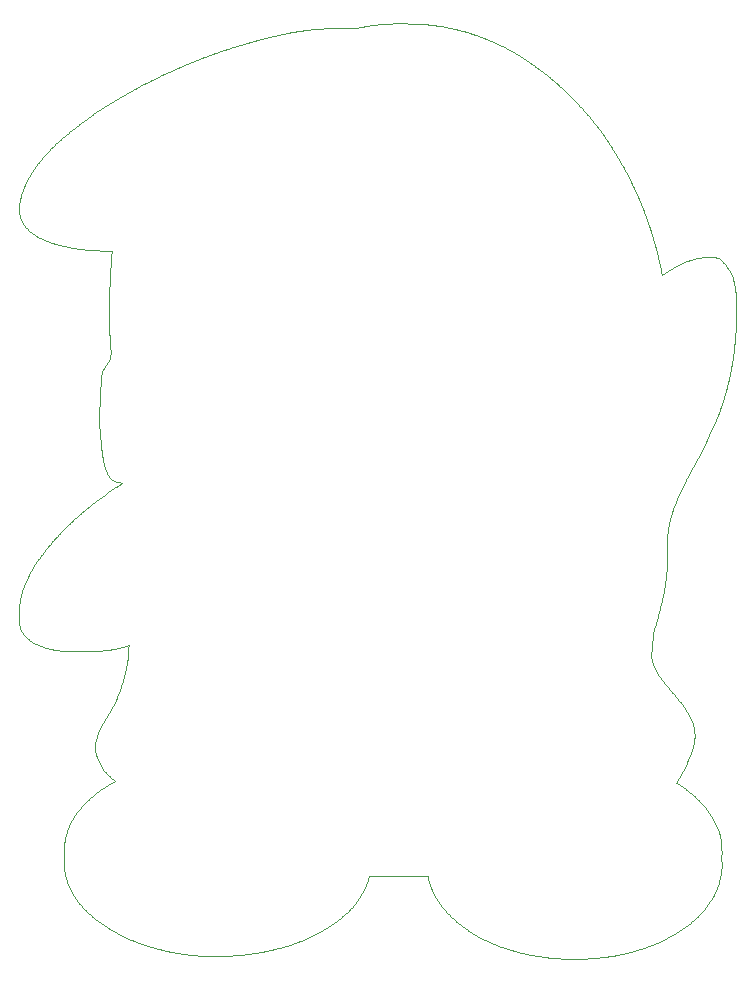
<source format=gm1>
G04 #@! TF.FileFunction,Profile,NP*
%FSLAX46Y46*%
G04 Gerber Fmt 4.6, Leading zero omitted, Abs format (unit mm)*
G04 Created by KiCad (PCBNEW 4.0.7) date 07/19/18 08:55:47*
%MOMM*%
%LPD*%
G01*
G04 APERTURE LIST*
%ADD10C,0.100000*%
G04 APERTURE END LIST*
D10*
X150362721Y-62517037D02*
X150458011Y-62497632D01*
X150458011Y-62497632D02*
X150553211Y-62478860D01*
X150553211Y-62478860D02*
X150648151Y-62460753D01*
X150648151Y-62460753D02*
X150742651Y-62443341D01*
X150742651Y-62443341D02*
X150839161Y-62426188D01*
X150839161Y-62426188D02*
X150934731Y-62409829D01*
X150934731Y-62409829D02*
X151030431Y-62394076D01*
X151030431Y-62394076D02*
X151125981Y-62378972D01*
X151125981Y-62378972D02*
X151222231Y-62364389D01*
X151222231Y-62364389D02*
X151318781Y-62350396D01*
X151318781Y-62350396D02*
X151415261Y-62337051D01*
X151415261Y-62337051D02*
X151511301Y-62324400D01*
X151511301Y-62324400D02*
X151608421Y-62312245D01*
X151608421Y-62312245D02*
X151704241Y-62300884D01*
X151704241Y-62300884D02*
X151800141Y-62290139D01*
X151800141Y-62290139D02*
X151897151Y-62279906D01*
X151897151Y-62279906D02*
X151992971Y-62270425D01*
X151992971Y-62270425D02*
X152089931Y-62261466D01*
X152089931Y-62261466D02*
X152187031Y-62253125D01*
X152187031Y-62253125D02*
X152284541Y-62245386D01*
X152284541Y-62245386D02*
X152381311Y-62238336D01*
X152381311Y-62238336D02*
X152478331Y-62231905D01*
X152478331Y-62231905D02*
X152575961Y-62226066D01*
X152575961Y-62226066D02*
X152672261Y-62220926D01*
X152672261Y-62220926D02*
X152768501Y-62216396D01*
X152768501Y-62216396D02*
X152866031Y-62212425D01*
X152866031Y-62212425D02*
X152963161Y-62209095D01*
X152963161Y-62209095D02*
X153059181Y-62206405D01*
X153059181Y-62206405D02*
X153155841Y-62204305D01*
X153155841Y-62204305D02*
X153253441Y-62202795D01*
X153253441Y-62202795D02*
X153350091Y-62201902D01*
X153350091Y-62201902D02*
X153446941Y-62201604D01*
X153446941Y-62201604D02*
X153543771Y-62201608D01*
X153543771Y-62201608D02*
X153641251Y-62201640D01*
X153641251Y-62201640D02*
X153738981Y-62201727D01*
X153738981Y-62201727D02*
X153836571Y-62201897D01*
X153836571Y-62201897D02*
X153933641Y-62202175D01*
X153933641Y-62202175D02*
X154029841Y-62202585D01*
X154029841Y-62202585D02*
X154126631Y-62203160D01*
X154126631Y-62203160D02*
X154223411Y-62203924D01*
X154223411Y-62203924D02*
X154319611Y-62204897D01*
X154319611Y-62204897D02*
X154416211Y-62206117D01*
X154416211Y-62206117D02*
X154512431Y-62207597D01*
X154512431Y-62207597D02*
X154608871Y-62209377D01*
X154608871Y-62209377D02*
X154705801Y-62211487D01*
X154705801Y-62211487D02*
X154803171Y-62213967D01*
X154803171Y-62213967D02*
X154900661Y-62216827D01*
X154900661Y-62216827D02*
X154996741Y-62220047D01*
X154996741Y-62220047D02*
X155093431Y-62223717D01*
X155093431Y-62223717D02*
X155189901Y-62227837D01*
X155189901Y-62227837D02*
X155286191Y-62232427D01*
X155286191Y-62232427D02*
X155383451Y-62237587D01*
X155383451Y-62237587D02*
X155479431Y-62243207D01*
X155479431Y-62243207D02*
X155575881Y-62249417D01*
X155575881Y-62249417D02*
X155673081Y-62256267D01*
X155673081Y-62256267D02*
X155769151Y-62263657D01*
X155769151Y-62263657D02*
X155865221Y-62271687D01*
X155865221Y-62271687D02*
X155915271Y-62275767D01*
X155915271Y-62275767D02*
X155965301Y-62279997D01*
X155965301Y-62279997D02*
X156064651Y-62288857D01*
X156064651Y-62288857D02*
X156163241Y-62298257D01*
X156163241Y-62298257D02*
X156262241Y-62308293D01*
X156262241Y-62308293D02*
X156361541Y-62318966D01*
X156361541Y-62318966D02*
X156411301Y-62324546D01*
X156411301Y-62324546D02*
X156461041Y-62330266D01*
X156461041Y-62330266D02*
X156510851Y-62336156D01*
X156510851Y-62336156D02*
X156560631Y-62342196D01*
X156560631Y-62342196D02*
X156610431Y-62348386D01*
X156610431Y-62348386D02*
X156660211Y-62354726D01*
X156660211Y-62354726D02*
X156709961Y-62361216D01*
X156709961Y-62361216D02*
X156759681Y-62367856D01*
X156759681Y-62367856D02*
X156809321Y-62374636D01*
X156809321Y-62374636D02*
X156858941Y-62381566D01*
X156858941Y-62381566D02*
X156957891Y-62395839D01*
X156957891Y-62395839D02*
X157056451Y-62410656D01*
X157056451Y-62410656D02*
X157154521Y-62425996D01*
X157154521Y-62425996D02*
X157252021Y-62441836D01*
X157252021Y-62441836D02*
X157301391Y-62450086D01*
X157301391Y-62450086D02*
X157350721Y-62458476D01*
X157350721Y-62458476D02*
X157448591Y-62475567D01*
X157448591Y-62475567D02*
X157497961Y-62484417D01*
X157497961Y-62484417D02*
X157547311Y-62493407D01*
X157547311Y-62493407D02*
X157644941Y-62511647D01*
X157644941Y-62511647D02*
X157743081Y-62530581D01*
X157743081Y-62530581D02*
X157839911Y-62549849D01*
X157839911Y-62549849D02*
X157936931Y-62569742D01*
X157936931Y-62569742D02*
X158033951Y-62590221D01*
X158033951Y-62590221D02*
X158130771Y-62611244D01*
X158130771Y-62611244D02*
X158227201Y-62632766D01*
X158227201Y-62632766D02*
X158324431Y-62655057D01*
X158324431Y-62655057D02*
X158373301Y-62666485D01*
X158373301Y-62666485D02*
X158422151Y-62678057D01*
X158422151Y-62678057D02*
X158518771Y-62701389D01*
X158518771Y-62701389D02*
X158615361Y-62725303D01*
X158615361Y-62725303D02*
X158711641Y-62749725D01*
X158711641Y-62749725D02*
X158760061Y-62762229D01*
X158760061Y-62762229D02*
X158808461Y-62774874D01*
X158808461Y-62774874D02*
X158856951Y-62787693D01*
X158856951Y-62787693D02*
X158905401Y-62800651D01*
X158905401Y-62800651D02*
X158953761Y-62813730D01*
X158953761Y-62813730D02*
X159002091Y-62826952D01*
X159002091Y-62826952D02*
X159098141Y-62853670D01*
X159098141Y-62853670D02*
X159193211Y-62880693D01*
X159193211Y-62880693D02*
X159288741Y-62908427D01*
X159288741Y-62908427D02*
X159384131Y-62936704D01*
X159384131Y-62936704D02*
X159478831Y-62965353D01*
X159478831Y-62965353D02*
X159573801Y-62994662D01*
X159573801Y-62994662D02*
X159668271Y-63024394D01*
X159668271Y-63024394D02*
X159716211Y-63039702D01*
X159716211Y-63039702D02*
X159764121Y-63055148D01*
X159764121Y-63055148D02*
X159858921Y-63086150D01*
X159858921Y-63086150D02*
X159906481Y-63101926D01*
X159906481Y-63101926D02*
X159954011Y-63117838D01*
X159954011Y-63117838D02*
X160001571Y-63133905D01*
X160001571Y-63133905D02*
X160049091Y-63150108D01*
X160049091Y-63150108D02*
X160142661Y-63182441D01*
X160142661Y-63182441D02*
X160236691Y-63215508D01*
X160236691Y-63215508D02*
X160330371Y-63249031D01*
X160330371Y-63249031D02*
X160423731Y-63283014D01*
X160423731Y-63283014D02*
X160470831Y-63300376D01*
X160470831Y-63300376D02*
X160517901Y-63317872D01*
X160517901Y-63317872D02*
X160610681Y-63352793D01*
X160610681Y-63352793D02*
X160703781Y-63388406D01*
X160703781Y-63388406D02*
X160750641Y-63406549D01*
X160750641Y-63406549D02*
X160797461Y-63424824D01*
X160797461Y-63424824D02*
X160889911Y-63461337D01*
X160889911Y-63461337D02*
X160982211Y-63498364D01*
X160982211Y-63498364D02*
X161073851Y-63534835D01*
X161073851Y-63534835D02*
X161165171Y-63571777D01*
X161165171Y-63571777D02*
X161256091Y-63609148D01*
X161256091Y-63609148D02*
X161346521Y-63646907D01*
X161346521Y-63646907D02*
X161438141Y-63685762D01*
X161438141Y-63685762D02*
X161529021Y-63724901D01*
X161529021Y-63724901D02*
X161619081Y-63764277D01*
X161619081Y-63764277D02*
X161709861Y-63804569D01*
X161709861Y-63804569D02*
X161799591Y-63844985D01*
X161799591Y-63844985D02*
X161889731Y-63886181D01*
X161889731Y-63886181D02*
X161980081Y-63928075D01*
X161980081Y-63928075D02*
X162069011Y-63969904D01*
X162069011Y-63969904D02*
X162157861Y-64012285D01*
X162157861Y-64012285D02*
X162246451Y-64055133D01*
X162246451Y-64055133D02*
X162334611Y-64098360D01*
X162334611Y-64098360D02*
X162423421Y-64142502D01*
X162423421Y-64142502D02*
X162512581Y-64187425D01*
X162512581Y-64187425D02*
X162600651Y-64232398D01*
X162600651Y-64232398D02*
X162688601Y-64277910D01*
X162688601Y-64277910D02*
X162776171Y-64323823D01*
X162776171Y-64323823D02*
X162864121Y-64370544D01*
X162864121Y-64370544D02*
X162952081Y-64417883D01*
X162952081Y-64417883D02*
X163039691Y-64465648D01*
X163039691Y-64465648D02*
X163126621Y-64513648D01*
X163126621Y-64513648D02*
X163212541Y-64561694D01*
X163212541Y-64561694D02*
X163298751Y-64610510D01*
X163298751Y-64610510D02*
X163384721Y-64659797D01*
X163384721Y-64659797D02*
X163469941Y-64709260D01*
X163469941Y-64709260D02*
X163555271Y-64759398D01*
X163555271Y-64759398D02*
X163640011Y-64809805D01*
X163640011Y-64809805D02*
X163724691Y-64860788D01*
X163724691Y-64860788D02*
X163809541Y-64912492D01*
X163809541Y-64912492D02*
X163894511Y-64964902D01*
X163894511Y-64964902D02*
X163979311Y-65017842D01*
X163979311Y-65017842D02*
X164062611Y-65070468D01*
X164062611Y-65070468D02*
X164146161Y-65123878D01*
X164146161Y-65123878D02*
X164229241Y-65177621D01*
X164229241Y-65177621D02*
X164311871Y-65231704D01*
X164311871Y-65231704D02*
X164395041Y-65286783D01*
X164395041Y-65286783D02*
X164476821Y-65341577D01*
X164476821Y-65341577D02*
X164558691Y-65397078D01*
X164558691Y-65397078D02*
X164640891Y-65453454D01*
X164640891Y-65453454D02*
X164721821Y-65509608D01*
X164721821Y-65509608D02*
X164802441Y-65566191D01*
X164802441Y-65566191D02*
X164844091Y-65594527D01*
X164844091Y-65594527D02*
X164885671Y-65622957D01*
X164885671Y-65622957D02*
X164967431Y-65679288D01*
X164967431Y-65679288D02*
X165049141Y-65736144D01*
X165049141Y-65736144D02*
X165130751Y-65793497D01*
X165130751Y-65793497D02*
X165212211Y-65851316D01*
X165212211Y-65851316D02*
X165293491Y-65909570D01*
X165293491Y-65909570D02*
X165334051Y-65938854D01*
X165334051Y-65938854D02*
X165374541Y-65968229D01*
X165374541Y-65968229D02*
X165414971Y-65997701D01*
X165414971Y-65997701D02*
X165455321Y-66027262D01*
X165455321Y-66027262D02*
X165495591Y-66056905D01*
X165495591Y-66056905D02*
X165535791Y-66086637D01*
X165535791Y-66086637D02*
X165615921Y-66146323D01*
X165615921Y-66146323D02*
X165695671Y-66206288D01*
X165695671Y-66206288D02*
X165775001Y-66266500D01*
X165775001Y-66266500D02*
X165815041Y-66297108D01*
X165815041Y-66297108D02*
X165855021Y-66327805D01*
X165855021Y-66327805D02*
X165933391Y-66388404D01*
X165933391Y-66388404D02*
X165972901Y-66419165D01*
X165972901Y-66419165D02*
X166012341Y-66450011D01*
X166012341Y-66450011D02*
X166090701Y-66511716D01*
X166090701Y-66511716D02*
X166168431Y-66573486D01*
X166168431Y-66573486D02*
X166207521Y-66604759D01*
X166207521Y-66604759D02*
X166246541Y-66636116D01*
X166246541Y-66636116D02*
X166285771Y-66667785D01*
X166285771Y-66667785D02*
X166324931Y-66699539D01*
X166324931Y-66699539D02*
X166401551Y-66762082D01*
X166401551Y-66762082D02*
X166478361Y-66825332D01*
X166478361Y-66825332D02*
X166555271Y-66889224D01*
X166555271Y-66889224D02*
X166593771Y-66921416D01*
X166593771Y-66921416D02*
X166632201Y-66953690D01*
X166632201Y-66953690D02*
X166670671Y-66986137D01*
X166670671Y-66986137D02*
X166709061Y-67018664D01*
X166709061Y-67018664D02*
X166747451Y-67051331D01*
X166747451Y-67051331D02*
X166785781Y-67084078D01*
X166785781Y-67084078D02*
X166861421Y-67149133D01*
X166861421Y-67149133D02*
X166936811Y-67214518D01*
X166936811Y-67214518D02*
X166974771Y-67247657D01*
X166974771Y-67247657D02*
X167012671Y-67280875D01*
X167012671Y-67280875D02*
X167050411Y-67314100D01*
X167050411Y-67314100D02*
X167088091Y-67347403D01*
X167088091Y-67347403D02*
X167125571Y-67380681D01*
X167125571Y-67380681D02*
X167162991Y-67414036D01*
X167162991Y-67414036D02*
X167237321Y-67480708D01*
X167237321Y-67480708D02*
X167311011Y-67547354D01*
X167311011Y-67547354D02*
X167348251Y-67581235D01*
X167348251Y-67581235D02*
X167385411Y-67615192D01*
X167385411Y-67615192D02*
X167458981Y-67682821D01*
X167458981Y-67682821D02*
X167531661Y-67750179D01*
X167531661Y-67750179D02*
X167604691Y-67818404D01*
X167604691Y-67818404D02*
X167676671Y-67886181D01*
X167676671Y-67886181D02*
X167748761Y-67954595D01*
X167748761Y-67954595D02*
X167820801Y-68023503D01*
X167820801Y-68023503D02*
X167892641Y-68092764D01*
X167892641Y-68092764D02*
X167964141Y-68162238D01*
X167964141Y-68162238D02*
X168035171Y-68231788D01*
X168035171Y-68231788D02*
X168105601Y-68301279D01*
X168105601Y-68301279D02*
X168176271Y-68371544D01*
X168176271Y-68371544D02*
X168211651Y-68406919D01*
X168211651Y-68406919D02*
X168246961Y-68442362D01*
X168246961Y-68442362D02*
X168282231Y-68477904D01*
X168282231Y-68477904D02*
X168317441Y-68513515D01*
X168317441Y-68513515D02*
X168387511Y-68584789D01*
X168387511Y-68584789D02*
X168422681Y-68620769D01*
X168422681Y-68620769D02*
X168457791Y-68656815D01*
X168457791Y-68656815D02*
X168527201Y-68728487D01*
X168527201Y-68728487D02*
X168562161Y-68764790D01*
X168562161Y-68764790D02*
X168597061Y-68801160D01*
X168597061Y-68801160D02*
X168631701Y-68837402D01*
X168631701Y-68837402D02*
X168666281Y-68873709D01*
X168666281Y-68873709D02*
X168734621Y-68945860D01*
X168734621Y-68945860D02*
X168803111Y-69018703D01*
X168803111Y-69018703D02*
X168871341Y-69091790D01*
X168871341Y-69091790D02*
X168938901Y-69164688D01*
X168938901Y-69164688D02*
X169006481Y-69238135D01*
X169006481Y-69238135D02*
X169073541Y-69311537D01*
X169073541Y-69311537D02*
X169140501Y-69385344D01*
X169140501Y-69385344D02*
X169206691Y-69458819D01*
X169206691Y-69458819D02*
X169240301Y-69496328D01*
X169240301Y-69496328D02*
X169273851Y-69533898D01*
X169273851Y-69533898D02*
X169307371Y-69571573D01*
X169307371Y-69571573D02*
X169340831Y-69609308D01*
X169340831Y-69609308D02*
X169406581Y-69683856D01*
X169406581Y-69683856D02*
X169439561Y-69721452D01*
X169439561Y-69721452D02*
X169472481Y-69759104D01*
X169472481Y-69759104D02*
X169537991Y-69834415D01*
X169537991Y-69834415D02*
X169603121Y-69909802D01*
X169603121Y-69909802D02*
X169635921Y-69947961D01*
X169635921Y-69947961D02*
X169668651Y-69986177D01*
X169668651Y-69986177D02*
X169733071Y-70061765D01*
X169733071Y-70061765D02*
X169797551Y-70137940D01*
X169797551Y-70137940D02*
X169829951Y-70176407D01*
X169829951Y-70176407D02*
X169862281Y-70214928D01*
X169862281Y-70214928D02*
X169926011Y-70291233D01*
X169926011Y-70291233D02*
X169989491Y-70367747D01*
X169989491Y-70367747D02*
X170051851Y-70445272D01*
X170051851Y-70445272D02*
X170114051Y-70523228D01*
X170114051Y-70523228D02*
X170176061Y-70601574D01*
X170176061Y-70601574D02*
X170206991Y-70640895D01*
X170206991Y-70640895D02*
X170237841Y-70680268D01*
X170237841Y-70680268D02*
X170268641Y-70719743D01*
X170268641Y-70719743D02*
X170299361Y-70759271D01*
X170299361Y-70759271D02*
X170330021Y-70798881D01*
X170330021Y-70798881D02*
X170360591Y-70838542D01*
X170360591Y-70838542D02*
X170391091Y-70878262D01*
X170391091Y-70878262D02*
X170421501Y-70918042D01*
X170421501Y-70918042D02*
X170451821Y-70957862D01*
X170451821Y-70957862D02*
X170482061Y-70997722D01*
X170482061Y-70997722D02*
X170542241Y-71077552D01*
X170542241Y-71077552D02*
X170602021Y-71157492D01*
X170602021Y-71157492D02*
X170661371Y-71237492D01*
X170661371Y-71237492D02*
X170720261Y-71317522D01*
X170720261Y-71317522D02*
X170778681Y-71397542D01*
X170778681Y-71397542D02*
X170808091Y-71438062D01*
X170808091Y-71438062D02*
X170837411Y-71478642D01*
X170837411Y-71478642D02*
X170895581Y-71559622D01*
X170895581Y-71559622D02*
X170953181Y-71640442D01*
X170953181Y-71640442D02*
X170982101Y-71681262D01*
X170982101Y-71681262D02*
X171010941Y-71722142D01*
X171010941Y-71722142D02*
X171068061Y-71803572D01*
X171068061Y-71803572D02*
X171124511Y-71884702D01*
X171124511Y-71884702D02*
X171180991Y-71966512D01*
X171180991Y-71966512D02*
X171237431Y-72048922D01*
X171237431Y-72048922D02*
X171265641Y-72090362D01*
X171265641Y-72090362D02*
X171293771Y-72131842D01*
X171293771Y-72131842D02*
X171321901Y-72173492D01*
X171321901Y-72173492D02*
X171349951Y-72215182D01*
X171349951Y-72215182D02*
X171405271Y-72297912D01*
X171405271Y-72297912D02*
X171459731Y-72380002D01*
X171459731Y-72380002D02*
X171513921Y-72462332D01*
X171513921Y-72462332D02*
X171568381Y-72545722D01*
X171568381Y-72545722D02*
X171595731Y-72587852D01*
X171595731Y-72587852D02*
X171623011Y-72630032D01*
X171623011Y-72630032D02*
X171650121Y-72672122D01*
X171650121Y-72672122D02*
X171677151Y-72714262D01*
X171677151Y-72714262D02*
X171730771Y-72798332D01*
X171730771Y-72798332D02*
X171783821Y-72882172D01*
X171783821Y-72882172D02*
X171836261Y-72965692D01*
X171836261Y-72965692D02*
X171889031Y-73050402D01*
X171889031Y-73050402D02*
X171941061Y-73134582D01*
X171941061Y-73134582D02*
X171993231Y-73219652D01*
X171993231Y-73219652D02*
X172044541Y-73303972D01*
X172044541Y-73303972D02*
X172095821Y-73388902D01*
X172095821Y-73388902D02*
X172146961Y-73474262D01*
X172146961Y-73474262D02*
X172197851Y-73559872D01*
X172197851Y-73559872D02*
X172248401Y-73645572D01*
X172248401Y-73645572D02*
X172298511Y-73731182D01*
X172298511Y-73731182D02*
X172348091Y-73816552D01*
X172348091Y-73816552D02*
X172397731Y-73902702D01*
X172397731Y-73902702D02*
X172447281Y-73989352D01*
X172447281Y-73989352D02*
X172495961Y-74075142D01*
X172495961Y-74075142D02*
X172544901Y-74162062D01*
X172544901Y-74162062D02*
X172569421Y-74205882D01*
X172569421Y-74205882D02*
X172593881Y-74249732D01*
X172593881Y-74249732D02*
X172642151Y-74336802D01*
X172642151Y-74336802D02*
X172666421Y-74380852D01*
X172666421Y-74380852D02*
X172690631Y-74424932D01*
X172690631Y-74424932D02*
X172714631Y-74468822D01*
X172714631Y-74468822D02*
X172738561Y-74512752D01*
X172738561Y-74512752D02*
X172785781Y-74599932D01*
X172785781Y-74599932D02*
X172833001Y-74687802D01*
X172833001Y-74687802D02*
X172879941Y-74775812D01*
X172879941Y-74775812D02*
X172926321Y-74863442D01*
X172926321Y-74863442D02*
X172972621Y-74951592D01*
X172972621Y-74951592D02*
X173018461Y-75039542D01*
X173018461Y-75039542D02*
X173064131Y-75127832D01*
X173064131Y-75127832D02*
X173109751Y-75216712D01*
X173109751Y-75216712D02*
X173132561Y-75261412D01*
X173132561Y-75261412D02*
X173155301Y-75306152D01*
X173155301Y-75306152D02*
X173178001Y-75350982D01*
X173178001Y-75350982D02*
X173200631Y-75395842D01*
X173200631Y-75395842D02*
X173245041Y-75484382D01*
X173245041Y-75484382D02*
X173289461Y-75573622D01*
X173289461Y-75573622D02*
X173333511Y-75662802D01*
X173333511Y-75662802D02*
X173377211Y-75751942D01*
X173377211Y-75751942D02*
X173399181Y-75797022D01*
X173399181Y-75797022D02*
X173421081Y-75842122D01*
X173421081Y-75842122D02*
X173464111Y-75931252D01*
X173464111Y-75931252D02*
X173507091Y-76020952D01*
X173507091Y-76020952D02*
X173528651Y-76066202D01*
X173528651Y-76066202D02*
X173550141Y-76111482D01*
X173550141Y-76111482D02*
X173592431Y-76201092D01*
X173592431Y-76201092D02*
X173634471Y-76290832D01*
X173634471Y-76290832D02*
X173655231Y-76336592D01*
X173655231Y-76336592D02*
X173675911Y-76382372D01*
X173675911Y-76382372D02*
X173716521Y-76472812D01*
X173716521Y-76472812D02*
X173757041Y-76563822D01*
X173757041Y-76563822D02*
X173777281Y-76609572D01*
X173777281Y-76609572D02*
X173797461Y-76655352D01*
X173797461Y-76655352D02*
X173817641Y-76701332D01*
X173817641Y-76701332D02*
X173837741Y-76747352D01*
X173837741Y-76747352D02*
X173857841Y-76793542D01*
X173857841Y-76793542D02*
X173877861Y-76839762D01*
X173877861Y-76839762D02*
X173917121Y-76930972D01*
X173917121Y-76930972D02*
X173956201Y-77022542D01*
X173956201Y-77022542D02*
X173995081Y-77114432D01*
X173995081Y-77114432D02*
X174033731Y-77206592D01*
X174033731Y-77206592D02*
X174052971Y-77252772D01*
X174052971Y-77252772D02*
X174072141Y-77298972D01*
X174072141Y-77298972D02*
X174091251Y-77345232D01*
X174091251Y-77345232D02*
X174110281Y-77391522D01*
X174110281Y-77391522D02*
X174129251Y-77437852D01*
X174129251Y-77437852D02*
X174148131Y-77484202D01*
X174148131Y-77484202D02*
X174166941Y-77530572D01*
X174166941Y-77530572D02*
X174185681Y-77576972D01*
X174185681Y-77576972D02*
X174222901Y-77669762D01*
X174222901Y-77669762D02*
X174259781Y-77762542D01*
X174259781Y-77762542D02*
X174296301Y-77855272D01*
X174296301Y-77855272D02*
X174332441Y-77947902D01*
X174332441Y-77947902D02*
X174368201Y-78040392D01*
X174368201Y-78040392D02*
X174386161Y-78087182D01*
X174386161Y-78087182D02*
X174404051Y-78134002D01*
X174404051Y-78134002D02*
X174439461Y-78227332D01*
X174439461Y-78227332D02*
X174474411Y-78320362D01*
X174474411Y-78320362D02*
X174491921Y-78367302D01*
X174491921Y-78367302D02*
X174509361Y-78414272D01*
X174509361Y-78414272D02*
X174543811Y-78507752D01*
X174543811Y-78507752D02*
X174577751Y-78600762D01*
X174577751Y-78600762D02*
X174611601Y-78694442D01*
X174611601Y-78694442D02*
X174628501Y-78741552D01*
X174628501Y-78741552D02*
X174645311Y-78788682D01*
X174645311Y-78788682D02*
X174662121Y-78836022D01*
X174662121Y-78836022D02*
X174678851Y-78883382D01*
X174678851Y-78883382D02*
X174695551Y-78930902D01*
X174695551Y-78930902D02*
X174712171Y-78978452D01*
X174712171Y-78978452D02*
X174744861Y-79072702D01*
X174744861Y-79072702D02*
X174777291Y-79167162D01*
X174777291Y-79167162D02*
X174809421Y-79261742D01*
X174809421Y-79261742D02*
X174841221Y-79356352D01*
X174841221Y-79356352D02*
X174857141Y-79404102D01*
X174857141Y-79404102D02*
X174872991Y-79451892D01*
X174872991Y-79451892D02*
X174888711Y-79499542D01*
X174888711Y-79499542D02*
X174904351Y-79547222D01*
X174904351Y-79547222D02*
X174935271Y-79642272D01*
X174935271Y-79642272D02*
X174965741Y-79736942D01*
X174965741Y-79736942D02*
X174995731Y-79831152D01*
X174995731Y-79831152D02*
X175010791Y-79878862D01*
X175010791Y-79878862D02*
X175025771Y-79926592D01*
X175025771Y-79926592D02*
X175055251Y-80021332D01*
X175055251Y-80021332D02*
X175070021Y-80069142D01*
X175070021Y-80069142D02*
X175084671Y-80116972D01*
X175084671Y-80116972D02*
X175113471Y-80211662D01*
X175113471Y-80211662D02*
X175142111Y-80306942D01*
X175142111Y-80306942D02*
X175170521Y-80402602D01*
X175170521Y-80402602D02*
X175198651Y-80498442D01*
X175198651Y-80498442D02*
X175226441Y-80594272D01*
X175226441Y-80594272D02*
X175253831Y-80689912D01*
X175253831Y-80689912D02*
X175280781Y-80785182D01*
X175280781Y-80785182D02*
X175307621Y-80881232D01*
X175307621Y-80881232D02*
X175320961Y-80929482D01*
X175320961Y-80929482D02*
X175334241Y-80977752D01*
X175334241Y-80977752D02*
X175347431Y-81026082D01*
X175347431Y-81026082D02*
X175360571Y-81074442D01*
X175360571Y-81074442D02*
X175386531Y-81171012D01*
X175386531Y-81171012D02*
X175399491Y-81219662D01*
X175399491Y-81219662D02*
X175412341Y-81268332D01*
X175412341Y-81268332D02*
X175437611Y-81364892D01*
X175437611Y-81364892D02*
X175450271Y-81413702D01*
X175450271Y-81413702D02*
X175462821Y-81462532D01*
X175462821Y-81462532D02*
X175475241Y-81511122D01*
X175475241Y-81511122D02*
X175487571Y-81559742D01*
X175487571Y-81559742D02*
X175511781Y-81656162D01*
X175511781Y-81656162D02*
X175523851Y-81704692D01*
X175523851Y-81704692D02*
X175535821Y-81753252D01*
X175535821Y-81753252D02*
X175547741Y-81801822D01*
X175547741Y-81801822D02*
X175559541Y-81850412D01*
X175559541Y-81850412D02*
X175582801Y-81947072D01*
X175582801Y-81947072D02*
X175605841Y-82044212D01*
X175605841Y-82044212D02*
X175628471Y-82141052D01*
X175628471Y-82141052D02*
X175650831Y-82238192D01*
X175650831Y-82238192D02*
X175661931Y-82287042D01*
X175661931Y-82287042D02*
X175672981Y-82335902D01*
X175672981Y-82335902D02*
X175684001Y-82385012D01*
X175684001Y-82385012D02*
X175694901Y-82434142D01*
X175694901Y-82434142D02*
X175705771Y-82483352D01*
X175705771Y-82483352D02*
X175716521Y-82532582D01*
X175716521Y-82532582D02*
X175737501Y-82629672D01*
X175737501Y-82629672D02*
X175758291Y-82727452D01*
X175758291Y-82727452D02*
X175778711Y-82825092D01*
X175778711Y-82825092D02*
X175798771Y-82922622D01*
X175798771Y-82922622D02*
X175808781Y-82971902D01*
X175808781Y-82971902D02*
X175818681Y-83021212D01*
X175818681Y-83021212D02*
X175838031Y-83118582D01*
X175838031Y-83118582D02*
X175857151Y-83216502D01*
X175857151Y-83216502D02*
X175866651Y-83265872D01*
X175866651Y-83265872D02*
X175876051Y-83315262D01*
X175876051Y-83315262D02*
X175894441Y-83412942D01*
X175894441Y-83412942D02*
X175912511Y-83510702D01*
X175912511Y-83510702D02*
X175992471Y-83450772D01*
X175992471Y-83450772D02*
X176072911Y-83391762D01*
X176072911Y-83391762D02*
X176153751Y-83333762D01*
X176153751Y-83333762D02*
X176234891Y-83276832D01*
X176234891Y-83276832D02*
X176316251Y-83221032D01*
X176316251Y-83221032D02*
X176397751Y-83166422D01*
X176397751Y-83166422D02*
X176480841Y-83112062D01*
X176480841Y-83112062D02*
X176563831Y-83059072D01*
X176563831Y-83059072D02*
X176648121Y-83006592D01*
X176648121Y-83006592D02*
X176732081Y-82955652D01*
X176732081Y-82955652D02*
X176817051Y-82905442D01*
X176817051Y-82905442D02*
X176902851Y-82856102D01*
X176902851Y-82856102D02*
X176989291Y-82807772D01*
X176989291Y-82807772D02*
X177076211Y-82760572D01*
X177076211Y-82760572D02*
X177163421Y-82714602D01*
X177163421Y-82714602D02*
X177250751Y-82669972D01*
X177250751Y-82669972D02*
X177339241Y-82626162D01*
X177339241Y-82626162D02*
X177428611Y-82583362D01*
X177428611Y-82583362D02*
X177518581Y-82541742D01*
X177518581Y-82541742D02*
X177608881Y-82501442D01*
X177608881Y-82501442D02*
X177700301Y-82462132D01*
X177700301Y-82462132D02*
X177792461Y-82424032D01*
X177792461Y-82424032D02*
X177884981Y-82387312D01*
X177884981Y-82387312D02*
X177977501Y-82352132D01*
X177977501Y-82352132D02*
X178069661Y-82318612D01*
X178069661Y-82318612D02*
X178162851Y-82286272D01*
X178162851Y-82286272D02*
X178256491Y-82255342D01*
X178256491Y-82255342D02*
X178350021Y-82226012D01*
X178350021Y-82226012D02*
X178444381Y-82198002D01*
X178444381Y-82198002D02*
X178538811Y-82171572D01*
X178538811Y-82171572D02*
X178635181Y-82146242D01*
X178635181Y-82146242D02*
X178732271Y-82122402D01*
X178732271Y-82122402D02*
X178828911Y-82100352D01*
X178828911Y-82100352D02*
X178926081Y-82079872D01*
X178926081Y-82079872D02*
X179024121Y-82060922D01*
X179024121Y-82060922D02*
X179121071Y-82043882D01*
X179121071Y-82043882D02*
X179218191Y-82028512D01*
X179218191Y-82028512D02*
X179316821Y-82014652D01*
X179316821Y-82014652D02*
X179415251Y-82002572D01*
X179415251Y-82002572D02*
X179512741Y-81992342D01*
X179512741Y-81992342D02*
X179611051Y-81983742D01*
X179611051Y-81983742D02*
X179710481Y-81976842D01*
X179710481Y-81976842D02*
X179809091Y-81971842D01*
X179809091Y-81971842D02*
X179908021Y-81968542D01*
X179908021Y-81968542D02*
X179999981Y-81968680D01*
X179999981Y-81968680D02*
X180090391Y-81969620D01*
X180090391Y-81969620D02*
X180182111Y-81972220D01*
X180182111Y-81972220D02*
X180273231Y-81977320D01*
X180273231Y-81977320D02*
X180362801Y-81985720D01*
X180362801Y-81985720D02*
X180453601Y-81998780D01*
X180453601Y-81998780D02*
X180542281Y-82017090D01*
X180542281Y-82017090D02*
X180629401Y-82041760D01*
X180629401Y-82041760D02*
X180714131Y-82073610D01*
X180714131Y-82073610D02*
X180793561Y-82124150D01*
X180793561Y-82124150D02*
X180868201Y-82181210D01*
X180868201Y-82181210D02*
X180938671Y-82243620D01*
X180938671Y-82243620D02*
X181004811Y-82309430D01*
X181004811Y-82309430D02*
X181069081Y-82379390D01*
X181069081Y-82379390D02*
X181130381Y-82450600D01*
X181130381Y-82450600D02*
X181190281Y-82523060D01*
X181190281Y-82523060D02*
X181250411Y-82596980D01*
X181250411Y-82596980D02*
X181309941Y-82669430D01*
X181309941Y-82669430D02*
X181372931Y-82745260D01*
X181372931Y-82745260D02*
X181433881Y-82823430D01*
X181433881Y-82823430D02*
X181463801Y-82863700D01*
X181463801Y-82863700D02*
X181493171Y-82904510D01*
X181493171Y-82904510D02*
X181548931Y-82985840D01*
X181548931Y-82985840D02*
X181602881Y-83069780D01*
X181602881Y-83069780D02*
X181654301Y-83155180D01*
X181654301Y-83155180D02*
X181679121Y-83198500D01*
X181679121Y-83198500D02*
X181703421Y-83242340D01*
X181703421Y-83242340D02*
X181749861Y-83330430D01*
X181749861Y-83330430D02*
X181793761Y-83419500D01*
X181793761Y-83419500D02*
X181814961Y-83464780D01*
X181814961Y-83464780D02*
X181835671Y-83510560D01*
X181835671Y-83510560D02*
X181866731Y-83599690D01*
X181866731Y-83599690D02*
X181896251Y-83688820D01*
X181896251Y-83688820D02*
X181924791Y-83779790D01*
X181924791Y-83779790D02*
X181951571Y-83870230D01*
X181951571Y-83870230D02*
X181976981Y-83961480D01*
X181976981Y-83961480D02*
X182000901Y-84053220D01*
X182000901Y-84053220D02*
X182022951Y-84143980D01*
X182022951Y-84143980D02*
X182043611Y-84235700D01*
X182043611Y-84235700D02*
X182062971Y-84329060D01*
X182062971Y-84329060D02*
X182080371Y-84420960D01*
X182080371Y-84420960D02*
X182096171Y-84513100D01*
X182096171Y-84513100D02*
X182110521Y-84606630D01*
X182110521Y-84606630D02*
X182123241Y-84700620D01*
X182123241Y-84700620D02*
X182134321Y-84795340D01*
X182134321Y-84795340D02*
X182143521Y-84888960D01*
X182143521Y-84888960D02*
X182151021Y-84982580D01*
X182151021Y-84982580D02*
X182155021Y-85079410D01*
X182155021Y-85079410D02*
X182158721Y-85176890D01*
X182158721Y-85176890D02*
X182162121Y-85273540D01*
X182162121Y-85273540D02*
X182165221Y-85371180D01*
X182165221Y-85371180D02*
X182168021Y-85468310D01*
X182168021Y-85468310D02*
X182170521Y-85564560D01*
X182170521Y-85564560D02*
X182172821Y-85661400D01*
X182172821Y-85661400D02*
X182174921Y-85758230D01*
X182174921Y-85758230D02*
X182176721Y-85854480D01*
X182176721Y-85854480D02*
X182178321Y-85951130D01*
X182178321Y-85951130D02*
X182179721Y-86047400D01*
X182179721Y-86047400D02*
X182180921Y-86143890D01*
X182180921Y-86143890D02*
X182181921Y-86239640D01*
X182181921Y-86239640D02*
X182182817Y-86337170D01*
X182182817Y-86337170D02*
X182183565Y-86434820D01*
X182183565Y-86434820D02*
X182184167Y-86531050D01*
X182184167Y-86531050D02*
X182184653Y-86627890D01*
X182184653Y-86627890D02*
X182185030Y-86724520D01*
X182185030Y-86724520D02*
X182185313Y-86820960D01*
X182185313Y-86820960D02*
X182185518Y-86918370D01*
X182185518Y-86918370D02*
X182185653Y-87014500D01*
X182185653Y-87014500D02*
X182185736Y-87111100D01*
X182185736Y-87111100D02*
X182185778Y-87208460D01*
X182185778Y-87208460D02*
X182185794Y-87304680D01*
X182185794Y-87304680D02*
X182185796Y-87400900D01*
X182185796Y-87400900D02*
X182183296Y-87500240D01*
X182183296Y-87500240D02*
X182180396Y-87599580D01*
X182180396Y-87599580D02*
X182177096Y-87698890D01*
X182177096Y-87698890D02*
X182175296Y-87749050D01*
X182175296Y-87749050D02*
X182173396Y-87799210D01*
X182173396Y-87799210D02*
X182169396Y-87898380D01*
X182169396Y-87898380D02*
X182167196Y-87948440D01*
X182167196Y-87948440D02*
X182164896Y-87998490D01*
X182164896Y-87998490D02*
X182160096Y-88097410D01*
X182160096Y-88097410D02*
X182154896Y-88197190D01*
X182154896Y-88197190D02*
X182149396Y-88295760D01*
X182149396Y-88295760D02*
X182143396Y-88395130D01*
X182143396Y-88395130D02*
X182140196Y-88445180D01*
X182140196Y-88445180D02*
X182136996Y-88495220D01*
X182136996Y-88495220D02*
X182130296Y-88594050D01*
X182130296Y-88594050D02*
X182123196Y-88693540D01*
X182123196Y-88693540D02*
X182115796Y-88791740D01*
X182115796Y-88791740D02*
X182107896Y-88890530D01*
X182107896Y-88890530D02*
X182099596Y-88989850D01*
X182099596Y-88989850D02*
X182095296Y-89039750D01*
X182095296Y-89039750D02*
X182090896Y-89089650D01*
X182090896Y-89089650D02*
X182081896Y-89188070D01*
X182081896Y-89188070D02*
X182072496Y-89286900D01*
X182072496Y-89286900D02*
X182062596Y-89386080D01*
X182062596Y-89386080D02*
X182057496Y-89435830D01*
X182057496Y-89435830D02*
X182052296Y-89485560D01*
X182052296Y-89485560D02*
X182041756Y-89583590D01*
X182041756Y-89583590D02*
X182030806Y-89681860D01*
X182030806Y-89681860D02*
X182019436Y-89780310D01*
X182019436Y-89780310D02*
X182007656Y-89878890D01*
X182007656Y-89878890D02*
X181995466Y-89977540D01*
X181995466Y-89977540D02*
X181982866Y-90076220D01*
X181982866Y-90076220D02*
X181969866Y-90174870D01*
X181969866Y-90174870D02*
X181956476Y-90273440D01*
X181956476Y-90273440D02*
X181942696Y-90371880D01*
X181942696Y-90371880D02*
X181928546Y-90470140D01*
X181928546Y-90470140D02*
X181914016Y-90568180D01*
X181914016Y-90568180D02*
X181906516Y-90617780D01*
X181906516Y-90617780D02*
X181898916Y-90667360D01*
X181898916Y-90667360D02*
X181883666Y-90764780D01*
X181883666Y-90764780D02*
X181867856Y-90863210D01*
X181867856Y-90863210D02*
X181851706Y-90961180D01*
X181851706Y-90961180D02*
X181835226Y-91058650D01*
X181835226Y-91058650D02*
X181818206Y-91156880D01*
X181818206Y-91156880D02*
X181800886Y-91254480D01*
X181800886Y-91254480D02*
X181783266Y-91351420D01*
X181783266Y-91351420D02*
X181765146Y-91448870D01*
X181765146Y-91448870D02*
X181746526Y-91546720D01*
X181746526Y-91546720D02*
X181727426Y-91644870D01*
X181727426Y-91644870D02*
X181717726Y-91694050D01*
X181717726Y-91694050D02*
X181707926Y-91743210D01*
X181707926Y-91743210D02*
X181688146Y-91840520D01*
X181688146Y-91840520D02*
X181667936Y-91937870D01*
X181667936Y-91937870D02*
X181647316Y-92035150D01*
X181647316Y-92035150D02*
X181626306Y-92132270D01*
X181626306Y-92132270D02*
X181615566Y-92181220D01*
X181615566Y-92181220D02*
X181604696Y-92230150D01*
X181604696Y-92230150D02*
X181582736Y-92327630D01*
X181582736Y-92327630D02*
X181560456Y-92424620D01*
X181560456Y-92424620D02*
X181537876Y-92521040D01*
X181537876Y-92521040D02*
X181515026Y-92616800D01*
X181515026Y-92616800D02*
X181491486Y-92713610D01*
X181491486Y-92713610D02*
X181467736Y-92809510D01*
X181467736Y-92809510D02*
X181443366Y-92906120D01*
X181443366Y-92906120D02*
X181418856Y-93001580D01*
X181418856Y-93001580D02*
X181393806Y-93097430D01*
X181393806Y-93097430D02*
X181368266Y-93193460D01*
X181368266Y-93193460D02*
X181342286Y-93289470D01*
X181342286Y-93289470D02*
X181315926Y-93385270D01*
X181315926Y-93385270D02*
X181289226Y-93480670D01*
X181289226Y-93480670D02*
X181262246Y-93575500D01*
X181262246Y-93575500D02*
X181234656Y-93670890D01*
X181234656Y-93670890D02*
X181206536Y-93766540D01*
X181206536Y-93766540D02*
X181178336Y-93860930D01*
X181178336Y-93860930D02*
X181149396Y-93956260D01*
X181149396Y-93956260D02*
X181134656Y-94004200D01*
X181134656Y-94004200D02*
X181119826Y-94052100D01*
X181119826Y-94052100D02*
X181090096Y-94146990D01*
X181090096Y-94146990D02*
X181074916Y-94194870D01*
X181074916Y-94194870D02*
X181059636Y-94242710D01*
X181059636Y-94242710D02*
X181028906Y-94337790D01*
X181028906Y-94337790D02*
X180998036Y-94431870D01*
X180998036Y-94431870D02*
X180966556Y-94526390D01*
X180966556Y-94526390D02*
X180934656Y-94620750D01*
X180934656Y-94620750D02*
X180902526Y-94714410D01*
X180902526Y-94714410D02*
X180869836Y-94808310D01*
X180869836Y-94808310D02*
X180836856Y-94901700D01*
X180836856Y-94901700D02*
X180803376Y-94995150D01*
X180803376Y-94995150D02*
X180769736Y-95087730D01*
X180769736Y-95087730D02*
X180752446Y-95134820D01*
X180752446Y-95134820D02*
X180735046Y-95181870D01*
X180735046Y-95181870D02*
X180717516Y-95228940D01*
X180717516Y-95228940D02*
X180699876Y-95275970D01*
X180699876Y-95275970D02*
X180664786Y-95368550D01*
X180664786Y-95368550D02*
X180629046Y-95461550D01*
X180629046Y-95461550D02*
X180592956Y-95554180D01*
X180592956Y-95554180D02*
X180556506Y-95646470D01*
X180556506Y-95646470D02*
X180537936Y-95693020D01*
X180537936Y-95693020D02*
X180519256Y-95739520D01*
X180519256Y-95739520D02*
X180482076Y-95831180D01*
X180482076Y-95831180D02*
X180444276Y-95923120D01*
X180444276Y-95923120D02*
X180425066Y-95969380D01*
X180425066Y-95969380D02*
X180405746Y-96015600D01*
X180405746Y-96015600D02*
X180367236Y-96106830D01*
X180367236Y-96106830D02*
X180328296Y-96197890D01*
X180328296Y-96197890D02*
X180281526Y-96281030D01*
X180281526Y-96281030D02*
X180235146Y-96366010D01*
X180235146Y-96366010D02*
X180190056Y-96451070D01*
X180190056Y-96451070D02*
X180146206Y-96536180D01*
X180146206Y-96536180D02*
X180103036Y-96622390D01*
X180103036Y-96622390D02*
X180061336Y-96708170D01*
X180061336Y-96708170D02*
X180020246Y-96795410D01*
X180020246Y-96795410D02*
X179980886Y-96881880D01*
X179980886Y-96881880D02*
X179942766Y-96968940D01*
X179942766Y-96968940D02*
X179912796Y-97060330D01*
X179912796Y-97060330D02*
X179880086Y-97151720D01*
X179880086Y-97151720D02*
X179845076Y-97242400D01*
X179845076Y-97242400D02*
X179808256Y-97331760D01*
X179808256Y-97331760D02*
X179769616Y-97420450D01*
X179769616Y-97420450D02*
X179729776Y-97507710D01*
X179729776Y-97507710D02*
X179687876Y-97595930D01*
X179687876Y-97595930D02*
X179644816Y-97683710D01*
X179644816Y-97683710D02*
X179601516Y-97769780D01*
X179601516Y-97769780D02*
X179557286Y-97856070D01*
X179557286Y-97856070D02*
X179512716Y-97941950D01*
X179512716Y-97941950D02*
X179468016Y-98027550D01*
X179468016Y-98027550D02*
X179422866Y-98114020D01*
X179422866Y-98114020D02*
X179378526Y-98199460D01*
X179378526Y-98199460D02*
X179334396Y-98285530D01*
X179334396Y-98285530D02*
X179290576Y-98372600D01*
X179290576Y-98372600D02*
X179248136Y-98459090D01*
X179248136Y-98459090D02*
X179206766Y-98546120D01*
X179206766Y-98546120D02*
X179159866Y-98633910D01*
X179159866Y-98633910D02*
X179113326Y-98720750D01*
X179113326Y-98720750D02*
X179066426Y-98808050D01*
X179066426Y-98808050D02*
X179019266Y-98895610D01*
X179019266Y-98895610D02*
X178971976Y-98983260D01*
X178971976Y-98983260D02*
X178924656Y-99070830D01*
X178924656Y-99070830D02*
X178877416Y-99158140D01*
X178877416Y-99158140D02*
X178830366Y-99245030D01*
X178830366Y-99245030D02*
X178783616Y-99331350D01*
X178783616Y-99331350D02*
X178736626Y-99418110D01*
X178736626Y-99418110D02*
X178689556Y-99505030D01*
X178689556Y-99505030D02*
X178642576Y-99591860D01*
X178642576Y-99591860D02*
X178595836Y-99678340D01*
X178595836Y-99678340D02*
X178548946Y-99765230D01*
X178548946Y-99765230D02*
X178502116Y-99852160D01*
X178502116Y-99852160D02*
X178455556Y-99938800D01*
X178455556Y-99938800D02*
X178408526Y-100026540D01*
X178408526Y-100026540D02*
X178362226Y-100113180D01*
X178362226Y-100113180D02*
X178315996Y-100199980D01*
X178315996Y-100199980D02*
X178269346Y-100287900D01*
X178269346Y-100287900D02*
X178223436Y-100374800D01*
X178223436Y-100374800D02*
X178177136Y-100462830D01*
X178177136Y-100462830D02*
X178131606Y-100549850D01*
X178131606Y-100549850D02*
X178085996Y-100637490D01*
X178085996Y-100637490D02*
X178040886Y-100724680D01*
X178040886Y-100724680D02*
X177995816Y-100812340D01*
X177995816Y-100812340D02*
X177950646Y-100900800D01*
X177950646Y-100900800D02*
X177906306Y-100988260D01*
X177906306Y-100988260D02*
X177861526Y-101077280D01*
X177861526Y-101077280D02*
X177817806Y-101164910D01*
X177817806Y-101164910D02*
X177773836Y-101253810D01*
X177773836Y-101253810D02*
X177730246Y-101342780D01*
X177730246Y-101342780D02*
X177686866Y-101432190D01*
X177686866Y-101432190D02*
X177643606Y-101522300D01*
X177643606Y-101522300D02*
X177601316Y-101611360D01*
X177601316Y-101611360D02*
X177559506Y-101700420D01*
X177559506Y-101700420D02*
X177517626Y-101789450D01*
X177517626Y-101789450D02*
X177475536Y-101879050D01*
X177475536Y-101879050D02*
X177433556Y-101968690D01*
X177433556Y-101968690D02*
X177391986Y-102057870D01*
X177391986Y-102057870D02*
X177350456Y-102147530D01*
X177350456Y-102147530D02*
X177309346Y-102236970D01*
X177309346Y-102236970D02*
X177288576Y-102282460D01*
X177288576Y-102282460D02*
X177267896Y-102328000D01*
X177267896Y-102328000D02*
X177227216Y-102418340D01*
X177227216Y-102418340D02*
X177186776Y-102509310D01*
X177186776Y-102509310D02*
X177146766Y-102600630D01*
X177146766Y-102600630D02*
X177107866Y-102690890D01*
X177107866Y-102690890D02*
X177069296Y-102782010D01*
X177069296Y-102782010D02*
X177031436Y-102873250D01*
X177031436Y-102873250D02*
X176993826Y-102965900D01*
X176993826Y-102965900D02*
X176957186Y-103058390D01*
X176957186Y-103058390D02*
X176921806Y-103150050D01*
X176921806Y-103150050D02*
X176887086Y-103242570D01*
X176887086Y-103242570D02*
X176852986Y-103336270D01*
X176852986Y-103336270D02*
X176820226Y-103429340D01*
X176820226Y-103429340D02*
X176788446Y-103522910D01*
X176788446Y-103522910D02*
X176759006Y-103618280D01*
X176759006Y-103618280D02*
X176730756Y-103713210D01*
X176730756Y-103713210D02*
X176703216Y-103809330D01*
X176703216Y-103809330D02*
X176676916Y-103904750D01*
X176676916Y-103904750D02*
X176651416Y-104001020D01*
X176651416Y-104001020D02*
X176627176Y-104096340D01*
X176627176Y-104096340D02*
X176603806Y-104192180D01*
X176603806Y-104192180D02*
X176581346Y-104288340D01*
X176581346Y-104288340D02*
X176559846Y-104384630D01*
X176559846Y-104384630D02*
X176539336Y-104480850D01*
X176539336Y-104480850D02*
X176519576Y-104578190D01*
X176519576Y-104578190D02*
X176500636Y-104676320D01*
X176500636Y-104676320D02*
X176482816Y-104773660D01*
X176482816Y-104773660D02*
X176465906Y-104871270D01*
X176465906Y-104871270D02*
X176449946Y-104968850D01*
X176449946Y-104968850D02*
X176434806Y-105067270D01*
X176434806Y-105067270D02*
X176420556Y-105166110D01*
X176420556Y-105166110D02*
X176407246Y-105264960D01*
X176407246Y-105264960D02*
X176394916Y-105363440D01*
X176394916Y-105363440D02*
X176383586Y-105461170D01*
X176383586Y-105461170D02*
X176373076Y-105559630D01*
X176373076Y-105559630D02*
X176363476Y-105658210D01*
X176363476Y-105658210D02*
X176354776Y-105756320D01*
X176354776Y-105756320D02*
X176346976Y-105854950D01*
X176346976Y-105854950D02*
X176340076Y-105953300D01*
X176340076Y-105953300D02*
X176336876Y-106003290D01*
X176336876Y-106003290D02*
X176333876Y-106053320D01*
X176333876Y-106053320D02*
X176328676Y-106152470D01*
X176328676Y-106152470D02*
X176324276Y-106252170D01*
X176324276Y-106252170D02*
X176320776Y-106352070D01*
X176320776Y-106352070D02*
X176318176Y-106450590D01*
X176318176Y-106450590D02*
X176316476Y-106549790D01*
X176316476Y-106549790D02*
X176315583Y-106648830D01*
X176315583Y-106648830D02*
X176315536Y-106747730D01*
X176315536Y-106747730D02*
X176316339Y-106847670D01*
X176316339Y-106847670D02*
X176317939Y-106946330D01*
X176317939Y-106946330D02*
X176320439Y-107045500D01*
X176320439Y-107045500D02*
X176322039Y-107095480D01*
X176322039Y-107095480D02*
X176323739Y-107145470D01*
X176323739Y-107145470D02*
X176327839Y-107244290D01*
X176327839Y-107244290D02*
X176332739Y-107343120D01*
X176332739Y-107343120D02*
X176336139Y-107442580D01*
X176336139Y-107442580D02*
X176338539Y-107541410D01*
X176338539Y-107541410D02*
X176339939Y-107639570D01*
X176339939Y-107639570D02*
X176340418Y-107738260D01*
X176340418Y-107738260D02*
X176339959Y-107837370D01*
X176339959Y-107837370D02*
X176338559Y-107936790D01*
X176338559Y-107936790D02*
X176336259Y-108036410D01*
X176336259Y-108036410D02*
X176333059Y-108136140D01*
X176333059Y-108136140D02*
X176328959Y-108235870D01*
X176328959Y-108235870D02*
X176323959Y-108335500D01*
X176323959Y-108335500D02*
X176318159Y-108434940D01*
X176318159Y-108434940D02*
X176311559Y-108534090D01*
X176311559Y-108534090D02*
X176304159Y-108632860D01*
X176304159Y-108632860D02*
X176295959Y-108731160D01*
X176295959Y-108731160D02*
X176287059Y-108828910D01*
X176287059Y-108828910D02*
X176277259Y-108927890D01*
X176277259Y-108927890D02*
X176266819Y-109026060D01*
X176266819Y-109026060D02*
X176255549Y-109125100D01*
X176255549Y-109125100D02*
X176243689Y-109223080D01*
X176243689Y-109223080D02*
X176231069Y-109321600D01*
X176231069Y-109321600D02*
X176217949Y-109418840D01*
X176217949Y-109418840D02*
X176204149Y-109516300D01*
X176204149Y-109516300D02*
X176189709Y-109613790D01*
X176189709Y-109613790D02*
X176174679Y-109711110D01*
X176174679Y-109711110D02*
X176159109Y-109808080D01*
X176159109Y-109808080D02*
X176143049Y-109904510D01*
X176143049Y-109904510D02*
X176126319Y-110001570D01*
X176126319Y-110001570D02*
X176108989Y-110098940D01*
X176108989Y-110098940D02*
X176091119Y-110196330D01*
X176091119Y-110196330D02*
X176072779Y-110293450D01*
X176072779Y-110293450D02*
X176053819Y-110391150D01*
X176053819Y-110391150D02*
X176034549Y-110487940D01*
X176034549Y-110487940D02*
X176014629Y-110585660D01*
X176014629Y-110585660D02*
X175994369Y-110682790D01*
X175994369Y-110682790D02*
X175973879Y-110778970D01*
X175973879Y-110778970D02*
X175952869Y-110875660D01*
X175952869Y-110875660D02*
X175931469Y-110972270D01*
X175931469Y-110972270D02*
X175909839Y-111068240D01*
X175909839Y-111068240D02*
X175887769Y-111164530D01*
X175887769Y-111164530D02*
X175865459Y-111260380D01*
X175865459Y-111260380D02*
X175842789Y-111356370D01*
X175842789Y-111356370D02*
X175819999Y-111451550D01*
X175819999Y-111451550D02*
X175796509Y-111548430D01*
X175796509Y-111548430D02*
X175772969Y-111644320D01*
X175772969Y-111644320D02*
X175749259Y-111739870D01*
X175749259Y-111739870D02*
X175725169Y-111835950D01*
X175725169Y-111835950D02*
X175700919Y-111931750D01*
X175700919Y-111931750D02*
X175676529Y-112027290D01*
X175676529Y-112027290D02*
X175651709Y-112123720D01*
X175651709Y-112123720D02*
X175627059Y-112218810D01*
X175627059Y-112218810D02*
X175602149Y-112314290D01*
X175602149Y-112314290D02*
X175576919Y-112410450D01*
X175576919Y-112410450D02*
X175551879Y-112505420D01*
X175551879Y-112505420D02*
X175526749Y-112600320D01*
X175526749Y-112600320D02*
X175498339Y-112690850D01*
X175498339Y-112690850D02*
X175472489Y-112782550D01*
X175472489Y-112782550D02*
X175448549Y-112874430D01*
X175448549Y-112874430D02*
X175425249Y-112967610D01*
X175425249Y-112967610D02*
X175401979Y-113060210D01*
X175401979Y-113060210D02*
X175377389Y-113153150D01*
X175377389Y-113153150D02*
X175350579Y-113245250D01*
X175350579Y-113245250D02*
X175320299Y-113336530D01*
X175320299Y-113336530D02*
X175286049Y-113425010D01*
X175286049Y-113425010D02*
X175246389Y-113511540D01*
X175246389Y-113511540D02*
X175209489Y-113602090D01*
X175209489Y-113602090D02*
X175197569Y-113700580D01*
X175197569Y-113700580D02*
X175191569Y-113798950D01*
X175191569Y-113798950D02*
X175176239Y-113897070D01*
X175176239Y-113897070D02*
X175166639Y-113991530D01*
X175166639Y-113991530D02*
X175156489Y-114087640D01*
X175156489Y-114087640D02*
X175146199Y-114182880D01*
X175146199Y-114182880D02*
X175135699Y-114278700D01*
X175135699Y-114278700D02*
X175125169Y-114374510D01*
X175125169Y-114374510D02*
X175114759Y-114469750D01*
X175114759Y-114469750D02*
X175104459Y-114565390D01*
X175104459Y-114565390D02*
X175094459Y-114660650D01*
X175094459Y-114660650D02*
X175084759Y-114756130D01*
X175084759Y-114756130D02*
X175075559Y-114850870D01*
X175075559Y-114850870D02*
X175066859Y-114946250D01*
X175066859Y-114946250D02*
X175058859Y-115040920D01*
X175058859Y-115040920D02*
X175051559Y-115136450D01*
X175051559Y-115136450D02*
X175045059Y-115232580D01*
X175045059Y-115232580D02*
X175039559Y-115328500D01*
X175039559Y-115328500D02*
X175035059Y-115424230D01*
X175035059Y-115424230D02*
X175031759Y-115520930D01*
X175031759Y-115520930D02*
X175029759Y-115616360D01*
X175029759Y-115616360D02*
X175029047Y-115712250D01*
X175029047Y-115712250D02*
X175029795Y-115808890D01*
X175029795Y-115808890D02*
X175032095Y-115904410D01*
X175032095Y-115904410D02*
X175035995Y-115999930D01*
X175035995Y-115999930D02*
X175051095Y-116090720D01*
X175051095Y-116090720D02*
X175072685Y-116179440D01*
X175072685Y-116179440D02*
X175099705Y-116266380D01*
X175099705Y-116266380D02*
X175131075Y-116351840D01*
X175131075Y-116351840D02*
X175166155Y-116437120D01*
X175166155Y-116437120D02*
X175203515Y-116521630D01*
X175203515Y-116521630D02*
X175241205Y-116603950D01*
X175241205Y-116603950D02*
X175279525Y-116687620D01*
X175279525Y-116687620D02*
X175316375Y-116770990D01*
X175316375Y-116770990D02*
X175354125Y-116853370D01*
X175354125Y-116853370D02*
X175393895Y-116935350D01*
X175393895Y-116935350D02*
X175435485Y-117016810D01*
X175435485Y-117016810D02*
X175478405Y-117097170D01*
X175478405Y-117097170D02*
X175522525Y-117176610D01*
X175522525Y-117176610D02*
X175567715Y-117255300D01*
X175567715Y-117255300D02*
X175614405Y-117334360D01*
X175614405Y-117334360D02*
X175661985Y-117413150D01*
X175661985Y-117413150D02*
X175710435Y-117492050D01*
X175710435Y-117492050D02*
X175758655Y-117569700D01*
X175758655Y-117569700D02*
X175807035Y-117647190D01*
X175807035Y-117647190D02*
X175867795Y-117723490D01*
X175867795Y-117723490D02*
X175929145Y-117799690D01*
X175929145Y-117799690D02*
X175990925Y-117875660D01*
X175990925Y-117875660D02*
X176052965Y-117951270D01*
X176052965Y-117951270D02*
X176115095Y-118026400D01*
X176115095Y-118026400D02*
X176178015Y-118101960D01*
X176178015Y-118101960D02*
X176241485Y-118177740D01*
X176241485Y-118177740D02*
X176304455Y-118252560D01*
X176304455Y-118252560D02*
X176368335Y-118328160D01*
X176368335Y-118328160D02*
X176431315Y-118402470D01*
X176431315Y-118402470D02*
X176494695Y-118477110D01*
X176494695Y-118477110D02*
X176558175Y-118551790D01*
X176558175Y-118551790D02*
X176621455Y-118626230D01*
X176621455Y-118626230D02*
X176685515Y-118701650D01*
X176685515Y-118701650D02*
X176748705Y-118776180D01*
X176748705Y-118776180D02*
X176811895Y-118850920D01*
X176811895Y-118850920D02*
X176875735Y-118926700D01*
X176875735Y-118926700D02*
X176938625Y-119001710D01*
X176938625Y-119001710D02*
X177002075Y-119077810D01*
X177002075Y-119077810D02*
X177064495Y-119153170D01*
X177064495Y-119153170D02*
X177127015Y-119229230D01*
X177127015Y-119229230D02*
X177188815Y-119305070D01*
X177188815Y-119305070D02*
X177250505Y-119381510D01*
X177250505Y-119381510D02*
X177312265Y-119458860D01*
X177312265Y-119458860D02*
X177372785Y-119535560D01*
X177372785Y-119535560D02*
X177433785Y-119613880D01*
X177433785Y-119613880D02*
X177493195Y-119691230D01*
X177493195Y-119691230D02*
X177552775Y-119769990D01*
X177552775Y-119769990D02*
X177611655Y-119849120D01*
X177611655Y-119849120D02*
X177670025Y-119928960D01*
X177670025Y-119928960D02*
X177727985Y-120009780D01*
X177727985Y-120009780D02*
X177784375Y-120090020D01*
X177784375Y-120090020D02*
X177839815Y-120170640D01*
X177839815Y-120170640D02*
X177892355Y-120249520D01*
X177892355Y-120249520D02*
X177944485Y-120328190D01*
X177944485Y-120328190D02*
X177996325Y-120407240D01*
X177996325Y-120407240D02*
X178047155Y-120485980D01*
X178047155Y-120485980D02*
X178098105Y-120566600D01*
X178098105Y-120566600D02*
X178148075Y-120647840D01*
X178148075Y-120647840D02*
X178196085Y-120728520D01*
X178196085Y-120728520D02*
X178242965Y-120810430D01*
X178242965Y-120810430D02*
X178288095Y-120892980D01*
X178288095Y-120892980D02*
X178331875Y-120977440D01*
X178331875Y-120977440D02*
X178373315Y-121062450D01*
X178373315Y-121062450D02*
X178412695Y-121149140D01*
X178412695Y-121149140D02*
X178448865Y-121235390D01*
X178448865Y-121235390D02*
X178482655Y-121323650D01*
X178482655Y-121323650D02*
X178513225Y-121412300D01*
X178513225Y-121412300D02*
X178540785Y-121502450D01*
X178540785Y-121502450D02*
X178567095Y-121595060D01*
X178567095Y-121595060D02*
X178591035Y-121689860D01*
X178591035Y-121689860D02*
X178611955Y-121784290D01*
X178611955Y-121784290D02*
X178630205Y-121879750D01*
X178630205Y-121879750D02*
X178645675Y-121975590D01*
X178645675Y-121975590D02*
X178658305Y-122071180D01*
X178658305Y-122071180D02*
X178668305Y-122167460D01*
X178668305Y-122167460D02*
X178675605Y-122265010D01*
X178675605Y-122265010D02*
X178680105Y-122361410D01*
X178680105Y-122361410D02*
X178682005Y-122458410D01*
X178682005Y-122458410D02*
X178681254Y-122554760D01*
X178681254Y-122554760D02*
X178677854Y-122651420D01*
X178677854Y-122651420D02*
X178671854Y-122748690D01*
X178671854Y-122748690D02*
X178663354Y-122844530D01*
X178663354Y-122844530D02*
X178652194Y-122941680D01*
X178652194Y-122941680D02*
X178638534Y-123038180D01*
X178638534Y-123038180D02*
X178622424Y-123134000D01*
X178622424Y-123134000D02*
X178603874Y-123229320D01*
X178603874Y-123229320D02*
X178582824Y-123324460D01*
X178582824Y-123324460D02*
X178559214Y-123419620D01*
X178559214Y-123419620D02*
X178533544Y-123512900D01*
X178533544Y-123512900D02*
X178505604Y-123605350D01*
X178505604Y-123605350D02*
X178473484Y-123697560D01*
X178473484Y-123697560D02*
X178440744Y-123789660D01*
X178440744Y-123789660D02*
X178407444Y-123881450D01*
X178407444Y-123881450D02*
X178373654Y-123972750D01*
X178373654Y-123972750D02*
X178339434Y-124063380D01*
X178339434Y-124063380D02*
X178304844Y-124153170D01*
X178304844Y-124153170D02*
X178269004Y-124244350D01*
X178269004Y-124244350D02*
X178232974Y-124334190D01*
X178232974Y-124334190D02*
X178195914Y-124424750D01*
X178195914Y-124424750D02*
X178158844Y-124513510D01*
X178158844Y-124513510D02*
X178120984Y-124602380D01*
X178120984Y-124602380D02*
X178082474Y-124690980D01*
X178082474Y-124690980D02*
X178043454Y-124778960D01*
X178043454Y-124778960D02*
X178003294Y-124867710D01*
X178003294Y-124867710D02*
X177962214Y-124956640D01*
X177962214Y-124956640D02*
X177920464Y-125045190D01*
X177920464Y-125045190D02*
X177878294Y-125132830D01*
X177878294Y-125132830D02*
X177835264Y-125220440D01*
X177835264Y-125220440D02*
X177791714Y-125307310D01*
X177791714Y-125307310D02*
X177747374Y-125393960D01*
X177747374Y-125393960D02*
X177702684Y-125479520D01*
X177702684Y-125479520D02*
X177656994Y-125565220D01*
X177656994Y-125565220D02*
X177610944Y-125649830D01*
X177610944Y-125649830D02*
X177563764Y-125734740D01*
X177563764Y-125734740D02*
X177515554Y-125819710D01*
X177515554Y-125819710D02*
X177466714Y-125904000D01*
X177466714Y-125904000D02*
X177417224Y-125987620D01*
X177417224Y-125987620D02*
X177366484Y-126071570D01*
X177366484Y-126071570D02*
X177315654Y-126153890D01*
X177315654Y-126153890D02*
X177263824Y-126236070D01*
X177263824Y-126236070D02*
X177210814Y-126318340D01*
X177210814Y-126318340D02*
X177157654Y-126399090D01*
X177157654Y-126399090D02*
X177103714Y-126479270D01*
X177103714Y-126479270D02*
X177186484Y-126530300D01*
X177186484Y-126530300D02*
X177270074Y-126582780D01*
X177270074Y-126582780D02*
X177352264Y-126635340D01*
X177352264Y-126635340D02*
X177434344Y-126688810D01*
X177434344Y-126688810D02*
X177515804Y-126742880D01*
X177515804Y-126742880D02*
X177597544Y-126798180D01*
X177597544Y-126798180D02*
X177678864Y-126854260D01*
X177678864Y-126854260D02*
X177759134Y-126910700D01*
X177759134Y-126910700D02*
X177838864Y-126967860D01*
X177838864Y-126967860D02*
X177917294Y-127025190D01*
X177917294Y-127025190D02*
X177996494Y-127084230D01*
X177996494Y-127084230D02*
X178075114Y-127144010D01*
X178075114Y-127144010D02*
X178151954Y-127203600D01*
X178151954Y-127203600D02*
X178228664Y-127264270D01*
X178228664Y-127264270D02*
X178304604Y-127325520D01*
X178304604Y-127325520D02*
X178380844Y-127388240D01*
X178380844Y-127388240D02*
X178456074Y-127451360D01*
X178456074Y-127451360D02*
X178529774Y-127514430D01*
X178529774Y-127514430D02*
X178603324Y-127578600D01*
X178603324Y-127578600D02*
X178676944Y-127644090D01*
X178676944Y-127644090D02*
X178749234Y-127709650D01*
X178749234Y-127709650D02*
X178821064Y-127776060D01*
X178821064Y-127776060D02*
X178890794Y-127843290D01*
X178890794Y-127843290D02*
X178959994Y-127911360D01*
X178959994Y-127911360D02*
X179028484Y-127980130D01*
X179028484Y-127980130D02*
X179096114Y-128049470D01*
X179096114Y-128049470D02*
X179163684Y-128120240D01*
X179163684Y-128120240D02*
X179230924Y-128192240D01*
X179230924Y-128192240D02*
X179296724Y-128264290D01*
X179296724Y-128264290D02*
X179361794Y-128337180D01*
X179361794Y-128337180D02*
X179425914Y-128410690D01*
X179425914Y-128410690D02*
X179489624Y-128485480D01*
X179489624Y-128485480D02*
X179552604Y-128561250D01*
X179552604Y-128561250D02*
X179614574Y-128637700D01*
X179614574Y-128637700D02*
X179675274Y-128714520D01*
X179675274Y-128714520D02*
X179734484Y-128791420D01*
X179734484Y-128791420D02*
X179793064Y-128869560D01*
X179793064Y-128869560D02*
X179850614Y-128948460D01*
X179850614Y-128948460D02*
X179906784Y-129027650D01*
X179906784Y-129027650D02*
X179962114Y-129107940D01*
X179962114Y-129107940D02*
X180016134Y-129188680D01*
X180016134Y-129188680D02*
X180069874Y-129271490D01*
X180069874Y-129271490D02*
X180121924Y-129354290D01*
X180121924Y-129354290D02*
X180173014Y-129438250D01*
X180173014Y-129438250D02*
X180222924Y-129523090D01*
X180222924Y-129523090D02*
X180270864Y-129607470D01*
X180270864Y-129607470D02*
X180317834Y-129693150D01*
X180317834Y-129693150D02*
X180363404Y-129779410D01*
X180363404Y-129779410D02*
X180408154Y-129867460D01*
X180408154Y-129867460D02*
X180451264Y-129955770D01*
X180451264Y-129955770D02*
X180492434Y-130043680D01*
X180492434Y-130043680D02*
X180532394Y-130132780D01*
X180532394Y-130132780D02*
X180571214Y-130223350D01*
X180571214Y-130223350D02*
X180608124Y-130313620D01*
X180608124Y-130313620D02*
X180643544Y-130404650D01*
X180643544Y-130404650D02*
X180677684Y-130498610D01*
X180677684Y-130498610D02*
X180709684Y-130592620D01*
X180709684Y-130592620D02*
X180739874Y-130687600D01*
X180739874Y-130687600D02*
X180768004Y-130782750D01*
X180768004Y-130782750D02*
X180794264Y-130878610D01*
X180794264Y-130878610D02*
X180818404Y-130974200D01*
X180818404Y-130974200D02*
X180829974Y-131023050D01*
X180829974Y-131023050D02*
X180841024Y-131072000D01*
X180841024Y-131072000D02*
X180861474Y-131169280D01*
X180861474Y-131169280D02*
X180879934Y-131266640D01*
X180879934Y-131266640D02*
X180896554Y-131364940D01*
X180896554Y-131364940D02*
X180911184Y-131463320D01*
X180911184Y-131463320D02*
X180923844Y-131561760D01*
X180923844Y-131561760D02*
X180929444Y-131611560D01*
X180929444Y-131611560D02*
X180934644Y-131661410D01*
X180934644Y-131661410D02*
X180943344Y-131759930D01*
X180943344Y-131759930D02*
X180950144Y-131859080D01*
X180950144Y-131859080D02*
X180952844Y-131909080D01*
X180952844Y-131909080D02*
X180955044Y-131959110D01*
X180955044Y-131959110D02*
X180957944Y-132058050D01*
X180957944Y-132058050D02*
X180958911Y-132157030D01*
X180958911Y-132157030D02*
X180966611Y-132254150D01*
X180966611Y-132254150D02*
X180969111Y-132353210D01*
X180969111Y-132353210D02*
X180967811Y-132451390D01*
X180967811Y-132451390D02*
X180964111Y-132548840D01*
X180964111Y-132548840D02*
X180959111Y-132646940D01*
X180959111Y-132646940D02*
X180954111Y-132744570D01*
X180954111Y-132744570D02*
X180950311Y-132843160D01*
X180950311Y-132843160D02*
X180948911Y-132941440D01*
X180948911Y-132941440D02*
X180951311Y-133040780D01*
X180951311Y-133040780D02*
X180959011Y-133138370D01*
X180959011Y-133138370D02*
X180965411Y-133234470D01*
X180965411Y-133234470D02*
X180969711Y-133329940D01*
X180969711Y-133329940D02*
X180971911Y-133426110D01*
X180971911Y-133426110D02*
X180972026Y-133522580D01*
X180972026Y-133522580D02*
X180970026Y-133617720D01*
X180970026Y-133617720D02*
X180965926Y-133713510D01*
X180965926Y-133713510D02*
X180959726Y-133809030D01*
X180959726Y-133809030D02*
X180951326Y-133904240D01*
X180951326Y-133904240D02*
X180940796Y-133999090D01*
X180940796Y-133999090D02*
X180927916Y-134094680D01*
X180927916Y-134094680D02*
X180912746Y-134189950D01*
X180912746Y-134189950D02*
X180895636Y-134282880D01*
X180895636Y-134282880D02*
X180875886Y-134377070D01*
X180875886Y-134377070D02*
X180853876Y-134470210D01*
X180853876Y-134470210D02*
X180835386Y-134567610D01*
X180835386Y-134567610D02*
X180814956Y-134663860D01*
X180814956Y-134663860D02*
X180792706Y-134758790D01*
X180792706Y-134758790D02*
X180768086Y-134854770D01*
X180768086Y-134854770D02*
X180741866Y-134948930D01*
X180741866Y-134948930D02*
X180713476Y-135043450D01*
X180713476Y-135043450D02*
X180683406Y-135136810D01*
X180683406Y-135136810D02*
X180651826Y-135228760D01*
X180651826Y-135228760D02*
X180618526Y-135320070D01*
X180618526Y-135320070D02*
X180582956Y-135412260D01*
X180582956Y-135412260D02*
X180546066Y-135502920D01*
X180546066Y-135502920D02*
X180507346Y-135593430D01*
X180507346Y-135593430D02*
X180467076Y-135683220D01*
X180467076Y-135683220D02*
X180425546Y-135771780D01*
X180425546Y-135771780D02*
X180382396Y-135860000D01*
X180382396Y-135860000D02*
X180338006Y-135947180D01*
X180338006Y-135947180D02*
X180292166Y-136033850D01*
X180292166Y-136033850D02*
X180245376Y-136119160D01*
X180245376Y-136119160D02*
X180196436Y-136205350D01*
X180196436Y-136205350D02*
X180146726Y-136290020D01*
X180146726Y-136290020D02*
X180095986Y-136373750D01*
X180095986Y-136373750D02*
X180043796Y-136457300D01*
X180043796Y-136457300D02*
X179990636Y-136539960D01*
X179990636Y-136539960D02*
X179936546Y-136621750D01*
X179936546Y-136621750D02*
X179880906Y-136703660D01*
X179880906Y-136703660D02*
X179825066Y-136783780D01*
X179825066Y-136783780D02*
X179768056Y-136863590D01*
X179768056Y-136863590D02*
X179709746Y-136943310D01*
X179709746Y-136943310D02*
X179651316Y-137021400D01*
X179651316Y-137021400D02*
X179592136Y-137098790D01*
X179592136Y-137098790D02*
X179531086Y-137174800D01*
X179531086Y-137174800D02*
X179468846Y-137250110D01*
X179468846Y-137250110D02*
X179405566Y-137324580D01*
X179405566Y-137324580D02*
X179341406Y-137398060D01*
X179341406Y-137398060D02*
X179275586Y-137471460D01*
X179275586Y-137471460D02*
X179208336Y-137544520D01*
X179208336Y-137544520D02*
X179140776Y-137616070D01*
X179140776Y-137616070D02*
X179072196Y-137686910D01*
X179072196Y-137686910D02*
X179002826Y-137756820D01*
X179002826Y-137756820D02*
X178932086Y-137826430D01*
X178932086Y-137826430D02*
X178861086Y-137894670D01*
X178861086Y-137894670D02*
X178789286Y-137962110D01*
X178789286Y-137962110D02*
X178716246Y-138029170D01*
X178716246Y-138029170D02*
X178643096Y-138094860D01*
X178643096Y-138094860D02*
X178568746Y-138160180D01*
X178568746Y-138160180D02*
X178493686Y-138224720D01*
X178493686Y-138224720D02*
X178418386Y-138288100D01*
X178418386Y-138288100D02*
X178342116Y-138350980D01*
X178342116Y-138350980D02*
X178265516Y-138412850D01*
X178265516Y-138412850D02*
X178189216Y-138473260D01*
X178189216Y-138473260D02*
X178111806Y-138533340D01*
X178111806Y-138533340D02*
X178034256Y-138592360D01*
X178034256Y-138592360D02*
X177955786Y-138650940D01*
X177955786Y-138650940D02*
X177876116Y-138709290D01*
X177876116Y-138709290D02*
X177796906Y-138766220D01*
X177796906Y-138766220D02*
X177715846Y-138823390D01*
X177715846Y-138823390D02*
X177634546Y-138879670D01*
X177634546Y-138879670D02*
X177553006Y-138935080D01*
X177553006Y-138935080D02*
X177471056Y-138989750D01*
X177471056Y-138989750D02*
X177388386Y-139043910D01*
X177388386Y-139043910D02*
X177304786Y-139097700D01*
X177304786Y-139097700D02*
X177221896Y-139150080D01*
X177221896Y-139150080D02*
X177138786Y-139201680D01*
X177138786Y-139201680D02*
X177055746Y-139252320D01*
X177055746Y-139252320D02*
X176972056Y-139302430D01*
X176972056Y-139302430D02*
X176887906Y-139351900D01*
X176887906Y-139351900D02*
X176803476Y-139400630D01*
X176803476Y-139400630D02*
X176717736Y-139449210D01*
X176717736Y-139449210D02*
X176632146Y-139496820D01*
X176632146Y-139496820D02*
X176545736Y-139544010D01*
X176545736Y-139544010D02*
X176459896Y-139590030D01*
X176459896Y-139590030D02*
X176372656Y-139635940D01*
X176372656Y-139635940D02*
X176285416Y-139681000D01*
X176285416Y-139681000D02*
X176198456Y-139725080D01*
X176198456Y-139725080D02*
X176111066Y-139768560D01*
X176111066Y-139768560D02*
X176021786Y-139812140D01*
X176021786Y-139812140D02*
X175932966Y-139854680D01*
X175932966Y-139854680D02*
X175843266Y-139896810D01*
X175843266Y-139896810D02*
X175754836Y-139937540D01*
X175754836Y-139937540D02*
X175664976Y-139978130D01*
X175664976Y-139978130D02*
X175574456Y-140018210D01*
X175574456Y-140018210D02*
X175484026Y-140057450D01*
X175484026Y-140057450D02*
X175394396Y-140095560D01*
X175394396Y-140095560D02*
X175303896Y-140133260D01*
X175303896Y-140133260D02*
X175213656Y-140170080D01*
X175213656Y-140170080D02*
X175122736Y-140206400D01*
X175122736Y-140206400D02*
X175030816Y-140242330D01*
X175030816Y-140242330D02*
X174939776Y-140277140D01*
X174939776Y-140277140D02*
X174846966Y-140311840D01*
X174846966Y-140311840D02*
X174754216Y-140345730D01*
X174754216Y-140345730D02*
X174661506Y-140378820D01*
X174661506Y-140378820D02*
X174568636Y-140411180D01*
X174568636Y-140411180D02*
X174475236Y-140442930D01*
X174475236Y-140442930D02*
X174381046Y-140474150D01*
X174381046Y-140474150D02*
X174287916Y-140504230D01*
X174287916Y-140504230D02*
X174194776Y-140533530D01*
X174194776Y-140533530D02*
X174101016Y-140565220D01*
X174101016Y-140565220D02*
X174007316Y-140596130D01*
X174007316Y-140596130D02*
X173913776Y-140626240D01*
X173913776Y-140626240D02*
X173818646Y-140656110D01*
X173818646Y-140656110D02*
X173723926Y-140685100D01*
X173723926Y-140685100D02*
X173629696Y-140713220D01*
X173629696Y-140713220D02*
X173534336Y-140740950D01*
X173534336Y-140740950D02*
X173486226Y-140754670D01*
X173486226Y-140754670D02*
X173438056Y-140768220D01*
X173438056Y-140768220D02*
X173342686Y-140794520D01*
X173342686Y-140794520D02*
X173246716Y-140820280D01*
X173246716Y-140820280D02*
X173150346Y-140845450D01*
X173150346Y-140845450D02*
X173055256Y-140869610D01*
X173055256Y-140869610D02*
X172958626Y-140893480D01*
X172958626Y-140893480D02*
X172862166Y-140916640D01*
X172862166Y-140916640D02*
X172766066Y-140939050D01*
X172766066Y-140939050D02*
X172669186Y-140960990D01*
X172669186Y-140960990D02*
X172573096Y-140982110D01*
X172573096Y-140982110D02*
X172475516Y-141002920D01*
X172475516Y-141002920D02*
X172379226Y-141022830D01*
X172379226Y-141022830D02*
X172282106Y-141042290D01*
X172282106Y-141042290D02*
X172184566Y-141061220D01*
X172184566Y-141061220D02*
X172086986Y-141079550D01*
X172086986Y-141079550D02*
X171989756Y-141097220D01*
X171989756Y-141097220D02*
X171891346Y-141114510D01*
X171891346Y-141114510D02*
X171794176Y-141131000D01*
X171794176Y-141131000D02*
X171696856Y-141146940D01*
X171696856Y-141146940D02*
X171599966Y-141162250D01*
X171599966Y-141162250D02*
X171502516Y-141177100D01*
X171502516Y-141177100D02*
X171405296Y-141191370D01*
X171405296Y-141191370D02*
X171306376Y-141205330D01*
X171306376Y-141205330D02*
X171208256Y-141218640D01*
X171208256Y-141218640D02*
X171109536Y-141231500D01*
X171109536Y-141231500D02*
X171010556Y-141243860D01*
X171010556Y-141243860D02*
X170912866Y-141255540D01*
X170912866Y-141255540D02*
X170814426Y-141266800D01*
X170814426Y-141266800D02*
X170716076Y-141277550D01*
X170716076Y-141277550D02*
X170666276Y-141282750D01*
X170666276Y-141282750D02*
X170616436Y-141287950D01*
X170616436Y-141287950D02*
X170517246Y-141297750D01*
X170517246Y-141297750D02*
X170419236Y-141306950D01*
X170419236Y-141306950D02*
X170320626Y-141315750D01*
X170320626Y-141315750D02*
X170221126Y-141324150D01*
X170221126Y-141324150D02*
X170122666Y-141332050D01*
X170122666Y-141332050D02*
X170024096Y-141339450D01*
X170024096Y-141339450D02*
X169929636Y-141348050D01*
X169929636Y-141348050D02*
X169834316Y-141355350D01*
X169834316Y-141355350D02*
X169738396Y-141361550D01*
X169738396Y-141361550D02*
X169642676Y-141366950D01*
X169642676Y-141366950D02*
X169547146Y-141371850D01*
X169547146Y-141371850D02*
X169450656Y-141376650D01*
X169450656Y-141376650D02*
X169355436Y-141381550D01*
X169355436Y-141381550D02*
X169259746Y-141386950D01*
X169259746Y-141386950D02*
X169163306Y-141393250D01*
X169163306Y-141393250D02*
X169067986Y-141400550D01*
X169067986Y-141400550D02*
X168972666Y-141409250D01*
X168972666Y-141409250D02*
X168880676Y-141409250D01*
X168880676Y-141409250D02*
X168788656Y-141409250D01*
X168788656Y-141409250D02*
X168696526Y-141409250D01*
X168696526Y-141409250D02*
X168604926Y-141409250D01*
X168604926Y-141409250D02*
X168512886Y-141409250D01*
X168512886Y-141409250D02*
X168419576Y-141409250D01*
X168419576Y-141409250D02*
X168327186Y-141409250D01*
X168327186Y-141409250D02*
X168233596Y-141409250D01*
X168233596Y-141409250D02*
X168141376Y-141409250D01*
X168141376Y-141409250D02*
X168047866Y-141409250D01*
X168047866Y-141409250D02*
X167956276Y-141409250D01*
X167956276Y-141409250D02*
X167861806Y-141400550D01*
X167861806Y-141400550D02*
X167766486Y-141393250D01*
X167766486Y-141393250D02*
X167670556Y-141386950D01*
X167670556Y-141386950D02*
X167574836Y-141381550D01*
X167574836Y-141381550D02*
X167479306Y-141376550D01*
X167479306Y-141376550D02*
X167382816Y-141371750D01*
X167382816Y-141371750D02*
X167287596Y-141366850D01*
X167287596Y-141366850D02*
X167191906Y-141361450D01*
X167191906Y-141361450D02*
X167095466Y-141355150D01*
X167095466Y-141355150D02*
X167000146Y-141347850D01*
X167000146Y-141347850D02*
X166904826Y-141339150D01*
X166904826Y-141339150D02*
X166807286Y-141331150D01*
X166807286Y-141331150D02*
X166710226Y-141322750D01*
X166710226Y-141322750D02*
X166613736Y-141313850D01*
X166613736Y-141313850D02*
X166516096Y-141304350D01*
X166516096Y-141304350D02*
X166419296Y-141294450D01*
X166419296Y-141294450D02*
X166321706Y-141283990D01*
X166321706Y-141283990D02*
X166225196Y-141273140D01*
X166225196Y-141273140D02*
X166128236Y-141261740D01*
X166128236Y-141261740D02*
X166031026Y-141249810D01*
X166031026Y-141249810D02*
X165933776Y-141237370D01*
X165933776Y-141237370D02*
X165836676Y-141224440D01*
X165836676Y-141224440D02*
X165739926Y-141211050D01*
X165739926Y-141211050D02*
X165643706Y-141197230D01*
X165643706Y-141197230D02*
X165546876Y-141182810D01*
X165546876Y-141182810D02*
X165449746Y-141167830D01*
X165449746Y-141167830D02*
X165353846Y-141152530D01*
X165353846Y-141152530D02*
X165256966Y-141136560D01*
X165256966Y-141136560D02*
X165161796Y-141120360D01*
X165161796Y-141120360D02*
X165066296Y-141103600D01*
X165066296Y-141103600D02*
X164970856Y-141086340D01*
X164970856Y-141086340D02*
X164874866Y-141068460D01*
X164874866Y-141068460D02*
X164778836Y-141050050D01*
X164778836Y-141050050D02*
X164682356Y-141031020D01*
X164682356Y-141031020D02*
X164586036Y-141011490D01*
X164586036Y-141011490D02*
X164490436Y-140991570D01*
X164490436Y-140991570D02*
X164394586Y-140971070D01*
X164394586Y-140971070D02*
X164299276Y-140950150D01*
X164299276Y-140950150D02*
X164203916Y-140928680D01*
X164203916Y-140928680D02*
X164109456Y-140906870D01*
X164109456Y-140906870D02*
X164014536Y-140884420D01*
X164014536Y-140884420D02*
X163920506Y-140861640D01*
X163920506Y-140861640D02*
X163825806Y-140838150D01*
X163825806Y-140838150D02*
X163730706Y-140814010D01*
X163730706Y-140814010D02*
X163636026Y-140789410D01*
X163636026Y-140789410D02*
X163541736Y-140764350D01*
X163541736Y-140764350D02*
X163446716Y-140738530D01*
X163446716Y-140738530D02*
X163353166Y-140712540D01*
X163353166Y-140712540D02*
X163259386Y-140685920D01*
X163259386Y-140685920D02*
X163165106Y-140658580D01*
X163165106Y-140658580D02*
X163072166Y-140631050D01*
X163072166Y-140631050D02*
X162979476Y-140603020D01*
X162979476Y-140603020D02*
X162885916Y-140573510D01*
X162885916Y-140573510D02*
X162793536Y-140543830D01*
X162793536Y-140543830D02*
X162700856Y-140513500D01*
X162700856Y-140513500D02*
X162608076Y-140482560D01*
X162608076Y-140482560D02*
X162515406Y-140451070D01*
X162515406Y-140451070D02*
X162423026Y-140419080D01*
X162423026Y-140419080D02*
X162331136Y-140386640D01*
X162331136Y-140386640D02*
X162239906Y-140353810D01*
X162239906Y-140353810D02*
X162148246Y-140320190D01*
X162148246Y-140320190D02*
X162056466Y-140285870D01*
X162056466Y-140285870D02*
X161966016Y-140251380D01*
X161966016Y-140251380D02*
X161874806Y-140215920D01*
X161874806Y-140215920D02*
X161784316Y-140180040D01*
X161784316Y-140180040D02*
X161694796Y-140143840D01*
X161694796Y-140143840D02*
X161605506Y-140107020D01*
X161605506Y-140107020D02*
X161514966Y-140068940D01*
X161514966Y-140068940D02*
X161425546Y-140030570D01*
X161425546Y-140030570D02*
X161335906Y-139991320D01*
X161335906Y-139991320D02*
X161246596Y-139951420D01*
X161246596Y-139951420D02*
X161158156Y-139911100D01*
X161158156Y-139911100D02*
X161069686Y-139869940D01*
X161069686Y-139869940D02*
X160981916Y-139828270D01*
X160981916Y-139828270D02*
X160894306Y-139785820D01*
X160894306Y-139785820D02*
X160807736Y-139743010D01*
X160807736Y-139743010D02*
X160719946Y-139698690D01*
X160719946Y-139698690D02*
X160632446Y-139653590D01*
X160632446Y-139653590D02*
X160546606Y-139608420D01*
X160546606Y-139608420D02*
X160460636Y-139562230D01*
X160460636Y-139562230D02*
X160375266Y-139515400D01*
X160375266Y-139515400D02*
X160290486Y-139467910D01*
X160290486Y-139467910D02*
X160205296Y-139419170D01*
X160205296Y-139419170D02*
X160121666Y-139370310D01*
X160121666Y-139370310D02*
X160038076Y-139320430D01*
X160038076Y-139320430D02*
X159954296Y-139269370D01*
X159954296Y-139269370D02*
X159871966Y-139218100D01*
X159871966Y-139218100D02*
X159790106Y-139166040D01*
X159790106Y-139166040D02*
X159706436Y-139113210D01*
X159706436Y-139113210D02*
X159623426Y-139059720D01*
X159623426Y-139059720D02*
X159541236Y-139005690D01*
X159541236Y-139005690D02*
X159460016Y-138951240D01*
X159460016Y-138951240D02*
X159378876Y-138895760D01*
X159378876Y-138895760D02*
X159298076Y-138839430D01*
X159298076Y-138839430D02*
X159218836Y-138783110D01*
X159218836Y-138783110D02*
X159139426Y-138725580D01*
X159139426Y-138725580D02*
X159060216Y-138667080D01*
X159060216Y-138667080D02*
X158981536Y-138607840D01*
X158981536Y-138607840D02*
X158903706Y-138548110D01*
X158903706Y-138548110D02*
X158827016Y-138488130D01*
X158827016Y-138488130D02*
X158750336Y-138427010D01*
X158750336Y-138427010D02*
X158674156Y-138365110D01*
X158674156Y-138365110D02*
X158598936Y-138302820D01*
X158598936Y-138302820D02*
X158523936Y-138239510D01*
X158523936Y-138239510D02*
X158449776Y-138175700D01*
X158449776Y-138175700D02*
X158376026Y-138111000D01*
X158376026Y-138111000D02*
X158303426Y-138046070D01*
X158303426Y-138046070D02*
X158230096Y-137979200D01*
X158230096Y-137979200D02*
X158158096Y-137912230D01*
X158158096Y-137912230D02*
X158086956Y-137844730D01*
X158086956Y-137844730D02*
X158016046Y-137776090D01*
X158016046Y-137776090D02*
X157945996Y-137706900D01*
X157945996Y-137706900D02*
X157876796Y-137637140D01*
X157876796Y-137637140D02*
X157807646Y-137565980D01*
X157807646Y-137565980D02*
X157740166Y-137495070D01*
X157740166Y-137495070D02*
X157673136Y-137423140D01*
X157673136Y-137423140D02*
X157606396Y-137349970D01*
X157606396Y-137349970D02*
X157541256Y-137276990D01*
X157541256Y-137276990D02*
X157476956Y-137203360D01*
X157476956Y-137203360D02*
X157414946Y-137127380D01*
X157414946Y-137127380D02*
X157353846Y-137050660D01*
X157353846Y-137050660D02*
X157292926Y-136972210D01*
X157292926Y-136972210D02*
X157233286Y-136893400D01*
X157233286Y-136893400D02*
X157174246Y-136813300D01*
X157174246Y-136813300D02*
X157116796Y-136733210D01*
X157116796Y-136733210D02*
X157059596Y-136651230D01*
X157059596Y-136651230D02*
X157004316Y-136569700D01*
X157004316Y-136569700D02*
X156949746Y-136486840D01*
X156949746Y-136486840D02*
X156896166Y-136402990D01*
X156896166Y-136402990D02*
X156843826Y-136318500D01*
X156843826Y-136318500D02*
X156792946Y-136233700D01*
X156792946Y-136233700D02*
X156743726Y-136148930D01*
X156743726Y-136148930D02*
X156695436Y-136062910D01*
X156695436Y-136062910D02*
X156648416Y-135976160D01*
X156648416Y-135976160D02*
X156602966Y-135889220D01*
X156602966Y-135889220D02*
X156558656Y-135801200D01*
X156558656Y-135801200D02*
X156515866Y-135712820D01*
X156515866Y-135712820D02*
X156473816Y-135622320D01*
X156473816Y-135622320D02*
X156453276Y-135576670D01*
X156453276Y-135576670D02*
X156433106Y-135530830D01*
X156433106Y-135530830D02*
X156394236Y-135439470D01*
X156394236Y-135439470D02*
X156356826Y-135347300D01*
X156356826Y-135347300D02*
X156321466Y-135255800D01*
X156321466Y-135255800D02*
X156287426Y-135163060D01*
X156287426Y-135163060D02*
X156255046Y-135069860D01*
X156255046Y-135069860D02*
X156223916Y-134974900D01*
X156223916Y-134974900D02*
X156194626Y-134879840D01*
X156194626Y-134879840D02*
X156167376Y-134785400D01*
X156167376Y-134785400D02*
X156141676Y-134689870D01*
X156141676Y-134689870D02*
X156117516Y-134592960D01*
X156117516Y-134592960D02*
X156095386Y-134496560D01*
X156095386Y-134496560D02*
X156075026Y-134399550D01*
X156075026Y-134399550D02*
X155978916Y-134399550D01*
X155978916Y-134399550D02*
X155881026Y-134399550D01*
X155881026Y-134399550D02*
X155783016Y-134399550D01*
X155783016Y-134399550D02*
X155686426Y-134399550D01*
X155686426Y-134399550D02*
X155589226Y-134399550D01*
X155589226Y-134399550D02*
X155492236Y-134399550D01*
X155492236Y-134399550D02*
X155395436Y-134399550D01*
X155395436Y-134399550D02*
X155297656Y-134399550D01*
X155297656Y-134399550D02*
X155201166Y-134399550D01*
X155201166Y-134399550D02*
X155104206Y-134399550D01*
X155104206Y-134399550D02*
X155006486Y-134399550D01*
X155006486Y-134399550D02*
X154909896Y-134399550D01*
X154909896Y-134399550D02*
X154813306Y-134399550D01*
X154813306Y-134399550D02*
X154714476Y-134396850D01*
X154714476Y-134396850D02*
X154614806Y-134394450D01*
X154614806Y-134394450D02*
X154516206Y-134392350D01*
X154516206Y-134392350D02*
X154417096Y-134390550D01*
X154417096Y-134390550D02*
X154317686Y-134388950D01*
X154317686Y-134388950D02*
X154218176Y-134387650D01*
X154218176Y-134387650D02*
X154118756Y-134386550D01*
X154118756Y-134386550D02*
X154019626Y-134385662D01*
X154019626Y-134385662D02*
X153920976Y-134384983D01*
X153920976Y-134384983D02*
X153821606Y-134384493D01*
X153821606Y-134384493D02*
X153721846Y-134384184D01*
X153721846Y-134384184D02*
X153623256Y-134384048D01*
X153623256Y-134384048D02*
X153523556Y-134384068D01*
X153523556Y-134384068D02*
X153473376Y-134384134D01*
X153473376Y-134384134D02*
X153423186Y-134384235D01*
X153423186Y-134384235D02*
X153323676Y-134384535D01*
X153323676Y-134384535D02*
X153273406Y-134384734D01*
X153273406Y-134384734D02*
X153223136Y-134384961D01*
X153223136Y-134384961D02*
X153173136Y-134385215D01*
X153173136Y-134385215D02*
X153123136Y-134385493D01*
X153123136Y-134385493D02*
X153024026Y-134386116D01*
X153024026Y-134386116D02*
X152924316Y-134386826D01*
X152924316Y-134386826D02*
X152824616Y-134387607D01*
X152824616Y-134387607D02*
X152725516Y-134388441D01*
X152725516Y-134388441D02*
X152625996Y-134389324D01*
X152625996Y-134389324D02*
X152526866Y-134390237D01*
X152526866Y-134390237D02*
X152427516Y-134391173D01*
X152427516Y-134391173D02*
X152328926Y-134392110D01*
X152328926Y-134392110D02*
X152278716Y-134392587D01*
X152278716Y-134392587D02*
X152228506Y-134393060D01*
X152228506Y-134393060D02*
X152178236Y-134393531D01*
X152178236Y-134393531D02*
X152127966Y-134393995D01*
X152127966Y-134393995D02*
X152028886Y-134394887D01*
X152028886Y-134394887D02*
X151929176Y-134395744D01*
X151929176Y-134395744D02*
X151829686Y-134396544D01*
X151829686Y-134396544D02*
X151730386Y-134397277D01*
X151730386Y-134397277D02*
X151680236Y-134397618D01*
X151680236Y-134397618D02*
X151630086Y-134397938D01*
X151630086Y-134397938D02*
X151531106Y-134398498D01*
X151531106Y-134398498D02*
X151431646Y-134398959D01*
X151431646Y-134398959D02*
X151381526Y-134399148D01*
X151381526Y-134399148D02*
X151331406Y-134399305D01*
X151331406Y-134399305D02*
X151232326Y-134399519D01*
X151232326Y-134399519D02*
X151133246Y-134399593D01*
X151133246Y-134399593D02*
X151103856Y-134494053D01*
X151103856Y-134494053D02*
X151073276Y-134588173D01*
X151073276Y-134588173D02*
X151041606Y-134681643D01*
X151041606Y-134681643D02*
X151008596Y-134775203D01*
X151008596Y-134775203D02*
X150974366Y-134868433D01*
X150974366Y-134868433D02*
X150939066Y-134960923D01*
X150939066Y-134960923D02*
X150902846Y-135052293D01*
X150902846Y-135052293D02*
X150865166Y-135143893D01*
X150865166Y-135143893D02*
X150826246Y-135235093D01*
X150826246Y-135235093D02*
X150786326Y-135325323D01*
X150786326Y-135325323D02*
X150745006Y-135415453D01*
X150745006Y-135415453D02*
X150702616Y-135504703D01*
X150702616Y-135504703D02*
X150658896Y-135593583D01*
X150658896Y-135593583D02*
X150614296Y-135681173D01*
X150614296Y-135681173D02*
X150568716Y-135767663D01*
X150568716Y-135767663D02*
X150521676Y-135853923D01*
X150521676Y-135853923D02*
X150472976Y-135940213D01*
X150472976Y-135940213D02*
X150423616Y-136024723D01*
X150423616Y-136024723D02*
X150372136Y-136109883D01*
X150372136Y-136109883D02*
X150319506Y-136193963D01*
X150319506Y-136193963D02*
X150265716Y-136276953D01*
X150265716Y-136276953D02*
X150210636Y-136359003D01*
X150210636Y-136359003D02*
X150154026Y-136440393D01*
X150154026Y-136440393D02*
X150095706Y-136521293D01*
X150095706Y-136521293D02*
X150036806Y-136600093D01*
X150036806Y-136600093D02*
X149976656Y-136677693D01*
X149976656Y-136677693D02*
X149914706Y-136754823D01*
X149914706Y-136754823D02*
X149851786Y-136830973D01*
X149851786Y-136830973D02*
X149787086Y-136907123D01*
X149787086Y-136907123D02*
X149721756Y-136981933D01*
X149721756Y-136981933D02*
X149655956Y-137055293D01*
X149655956Y-137055293D02*
X149588946Y-137128083D01*
X149588946Y-137128083D02*
X149520946Y-137200073D01*
X149520946Y-137200073D02*
X149486246Y-137236123D01*
X149486246Y-137236123D02*
X149451326Y-137271933D01*
X149451326Y-137271933D02*
X149382056Y-137341693D01*
X149382056Y-137341693D02*
X149311686Y-137410883D01*
X149311686Y-137410883D02*
X149240516Y-137479223D01*
X149240516Y-137479223D02*
X149168856Y-137546463D01*
X149168856Y-137546463D02*
X149095566Y-137613683D01*
X149095566Y-137613683D02*
X149021126Y-137680443D01*
X149021126Y-137680443D02*
X148947336Y-137745183D01*
X148947336Y-137745183D02*
X148871956Y-137809923D01*
X148871956Y-137809923D02*
X148795636Y-137874093D01*
X148795636Y-137874093D02*
X148719016Y-137937203D01*
X148719016Y-137937203D02*
X148642716Y-137998793D01*
X148642716Y-137998793D02*
X148565336Y-138060053D01*
X148565336Y-138060053D02*
X148486916Y-138120943D01*
X148486916Y-138120943D02*
X148408586Y-138180623D01*
X148408586Y-138180623D02*
X148329076Y-138240093D01*
X148329076Y-138240093D02*
X148248616Y-138299193D01*
X148248616Y-138299193D02*
X148167916Y-138357423D01*
X148167916Y-138357423D02*
X148086976Y-138414813D01*
X148086976Y-138414813D02*
X148005796Y-138471413D01*
X148005796Y-138471413D02*
X147924216Y-138527363D01*
X147924216Y-138527363D02*
X147841916Y-138582903D01*
X147841916Y-138582903D02*
X147758686Y-138638203D01*
X147758686Y-138638203D02*
X147676156Y-138692193D01*
X147676156Y-138692193D02*
X147593396Y-138745543D01*
X147593396Y-138745543D02*
X147510196Y-138798013D01*
X147510196Y-138798013D02*
X147426976Y-138849563D01*
X147426976Y-138849563D02*
X147343816Y-138900153D01*
X147343816Y-138900153D02*
X147259196Y-138950713D01*
X147259196Y-138950713D02*
X147174856Y-139000203D01*
X147174856Y-139000203D02*
X147089356Y-139049473D01*
X147089356Y-139049473D02*
X147004366Y-139097563D01*
X147004366Y-139097563D02*
X146918496Y-139145273D01*
X146918496Y-139145273D02*
X146833356Y-139191723D01*
X146833356Y-139191723D02*
X146747626Y-139237653D01*
X146747626Y-139237653D02*
X146661476Y-139282973D01*
X146661476Y-139282973D02*
X146575086Y-139327603D01*
X146575086Y-139327603D02*
X146488626Y-139371453D01*
X146488626Y-139371453D02*
X146401026Y-139415083D01*
X146401026Y-139415083D02*
X146312566Y-139458323D01*
X146312566Y-139458323D02*
X146224676Y-139500493D01*
X146224676Y-139500493D02*
X146135276Y-139542603D01*
X146135276Y-139542603D02*
X146046916Y-139583453D01*
X146046916Y-139583453D02*
X145957646Y-139623963D01*
X145957646Y-139623963D02*
X145867836Y-139663963D01*
X145867836Y-139663963D02*
X145777856Y-139703293D01*
X145777856Y-139703293D02*
X145688046Y-139741813D01*
X145688046Y-139741813D02*
X145596996Y-139780143D01*
X145596996Y-139780143D02*
X145506956Y-139817333D01*
X145506956Y-139817333D02*
X145416636Y-139853943D01*
X145416636Y-139853943D02*
X145326576Y-139889773D01*
X145326576Y-139889773D02*
X145235856Y-139925193D01*
X145235856Y-139925193D02*
X145145216Y-139959923D01*
X145145216Y-139959923D02*
X145052846Y-139994643D01*
X145052846Y-139994643D02*
X144961086Y-140028483D01*
X144961086Y-140028483D02*
X144868636Y-140061933D01*
X144868636Y-140061933D02*
X144775796Y-140094883D01*
X144775796Y-140094883D02*
X144684036Y-140126823D01*
X144684036Y-140126823D02*
X144591436Y-140158443D01*
X144591436Y-140158443D02*
X144498786Y-140189483D01*
X144498786Y-140189483D02*
X144404786Y-140220363D01*
X144404786Y-140220363D02*
X144311086Y-140250553D01*
X144311086Y-140250553D02*
X144218366Y-140279853D01*
X144218366Y-140279853D02*
X144124946Y-140308813D01*
X144124946Y-140308813D02*
X144030556Y-140337503D01*
X144030556Y-140337503D02*
X143937026Y-140365383D01*
X143937026Y-140365383D02*
X143843256Y-140392793D01*
X143843256Y-140392793D02*
X143748206Y-140419143D01*
X143748206Y-140419143D02*
X143652216Y-140445233D01*
X143652216Y-140445233D02*
X143603826Y-140458193D01*
X143603826Y-140458193D02*
X143555396Y-140471023D01*
X143555396Y-140471023D02*
X143459066Y-140496163D01*
X143459066Y-140496163D02*
X143363276Y-140520643D01*
X143363276Y-140520643D02*
X143266876Y-140544773D01*
X143266876Y-140544773D02*
X143169976Y-140568513D01*
X143169976Y-140568513D02*
X143121346Y-140580253D01*
X143121346Y-140580253D02*
X143072686Y-140591833D01*
X143072686Y-140591833D02*
X143023906Y-140603333D01*
X143023906Y-140603333D02*
X142975096Y-140614713D01*
X142975096Y-140614713D02*
X142926226Y-140625993D01*
X142926226Y-140625993D02*
X142877316Y-140637123D01*
X142877316Y-140637123D02*
X142828396Y-140648143D01*
X142828396Y-140648143D02*
X142779446Y-140659043D01*
X142779446Y-140659043D02*
X142730526Y-140669803D01*
X142730526Y-140669803D02*
X142681576Y-140680453D01*
X142681576Y-140680453D02*
X142583816Y-140701343D01*
X142583816Y-140701343D02*
X142486246Y-140721693D01*
X142486246Y-140721693D02*
X142388966Y-140741493D01*
X142388966Y-140741493D02*
X142292066Y-140760733D01*
X142292066Y-140760733D02*
X142242926Y-140770333D01*
X142242926Y-140770333D02*
X142193766Y-140779833D01*
X142193766Y-140779833D02*
X142096106Y-140798243D01*
X142096106Y-140798243D02*
X141999176Y-140816043D01*
X141999176Y-140816043D02*
X141901326Y-140833533D01*
X141901326Y-140833533D02*
X141804446Y-140850383D01*
X141804446Y-140850383D02*
X141706976Y-140866863D01*
X141706976Y-140866863D02*
X141609126Y-140882943D01*
X141609126Y-140882943D02*
X141511096Y-140898583D01*
X141511096Y-140898583D02*
X141413086Y-140913753D01*
X141413086Y-140913753D02*
X141315286Y-140928423D01*
X141315286Y-140928423D02*
X141217876Y-140942583D01*
X141217876Y-140942583D02*
X141119696Y-140956393D01*
X141119696Y-140956393D02*
X141021056Y-140969813D01*
X141021056Y-140969813D02*
X140923506Y-140982623D01*
X140923506Y-140982623D02*
X140824806Y-140995133D01*
X140824806Y-140995133D02*
X140775096Y-141001233D01*
X140775096Y-141001233D02*
X140725366Y-141007233D01*
X140725366Y-141007233D02*
X140626726Y-141018823D01*
X140626726Y-141018823D02*
X140576876Y-141024523D01*
X140576876Y-141024523D02*
X140527016Y-141030123D01*
X140527016Y-141030123D02*
X140427776Y-141040873D01*
X140427776Y-141040873D02*
X140329376Y-141051093D01*
X140329376Y-141051093D02*
X140230336Y-141060893D01*
X140230336Y-141060893D02*
X140131256Y-141070293D01*
X140131256Y-141070293D02*
X140032726Y-141079193D01*
X140032726Y-141079193D02*
X139933746Y-141087693D01*
X139933746Y-141087693D02*
X139835116Y-141095693D01*
X139835116Y-141095693D02*
X139736226Y-141103293D01*
X139736226Y-141103293D02*
X139638066Y-141110393D01*
X139638066Y-141110393D02*
X139588066Y-141113893D01*
X139588066Y-141113893D02*
X139538056Y-141117193D01*
X139538056Y-141117193D02*
X139487976Y-141120393D01*
X139487976Y-141120393D02*
X139437886Y-141123593D01*
X139437886Y-141123593D02*
X139339146Y-141129493D01*
X139339146Y-141129493D02*
X139239756Y-141134993D01*
X139239756Y-141134993D02*
X139140566Y-141140093D01*
X139140566Y-141140093D02*
X139041556Y-141144693D01*
X139041556Y-141144693D02*
X138991546Y-141146893D01*
X138991546Y-141146893D02*
X138941526Y-141148893D01*
X138941526Y-141148893D02*
X138842806Y-141152693D01*
X138842806Y-141152693D02*
X138743586Y-141156093D01*
X138743586Y-141156093D02*
X138693586Y-141157693D01*
X138693586Y-141157693D02*
X138643586Y-141159093D01*
X138643586Y-141159093D02*
X138544746Y-141161593D01*
X138544746Y-141161593D02*
X138445906Y-141163693D01*
X138445906Y-141163693D02*
X138347046Y-141165193D01*
X138347046Y-141165193D02*
X138248426Y-141166293D01*
X138248426Y-141166293D02*
X138150106Y-141166855D01*
X138150106Y-141166855D02*
X138050776Y-141166928D01*
X138050776Y-141166928D02*
X137951876Y-141166506D01*
X137951876Y-141166506D02*
X137853456Y-141165595D01*
X137853456Y-141165595D02*
X137754286Y-141164195D01*
X137754286Y-141164195D02*
X137655726Y-141162295D01*
X137655726Y-141162295D02*
X137557816Y-141159895D01*
X137557816Y-141159895D02*
X137459396Y-141156995D01*
X137459396Y-141156995D02*
X137360576Y-141153595D01*
X137360576Y-141153595D02*
X137261456Y-141149695D01*
X137261456Y-141149695D02*
X137162156Y-141145295D01*
X137162156Y-141145295D02*
X137062766Y-141140395D01*
X137062766Y-141140395D02*
X136963406Y-141134995D01*
X136963406Y-141134995D02*
X136864166Y-141129095D01*
X136864166Y-141129095D02*
X136765146Y-141122695D01*
X136765146Y-141122695D02*
X136666436Y-141115795D01*
X136666436Y-141115795D02*
X136568136Y-141108395D01*
X136568136Y-141108395D02*
X136470336Y-141100595D01*
X136470336Y-141100595D02*
X136371256Y-141092195D01*
X136371256Y-141092195D02*
X136272946Y-141083295D01*
X136272946Y-141083295D02*
X136175486Y-141073995D01*
X136175486Y-141073995D02*
X136077226Y-141064095D01*
X136077226Y-141064095D02*
X135980066Y-141053805D01*
X135980066Y-141053805D02*
X135882436Y-141042965D01*
X135882436Y-141042965D02*
X135784556Y-141031585D01*
X135784556Y-141031585D02*
X135686626Y-141019685D01*
X135686626Y-141019685D02*
X135588846Y-141007285D01*
X135588846Y-141007285D02*
X135491406Y-140994415D01*
X135491406Y-140994415D02*
X135394496Y-140981105D01*
X135394496Y-140981105D02*
X135296956Y-140967185D01*
X135296956Y-140967185D02*
X135199096Y-140952695D01*
X135199096Y-140952695D02*
X135102466Y-140937865D01*
X135102466Y-140937865D02*
X135004826Y-140922355D01*
X135004826Y-140922355D02*
X134906606Y-140906215D01*
X134906606Y-140906215D02*
X134809316Y-140889695D01*
X134809316Y-140889695D02*
X134712156Y-140872665D01*
X134712156Y-140872665D02*
X134614526Y-140855005D01*
X134614526Y-140855005D02*
X134517866Y-140836985D01*
X134517866Y-140836985D02*
X134420726Y-140818335D01*
X134420726Y-140818335D02*
X134323706Y-140799155D01*
X134323706Y-140799155D02*
X134227366Y-140779575D01*
X134227366Y-140779575D02*
X134130746Y-140759385D01*
X134130746Y-140759385D02*
X134034616Y-140738755D01*
X134034616Y-140738755D02*
X133938396Y-140717545D01*
X133938396Y-140717545D02*
X133843046Y-140695975D01*
X133843046Y-140695975D02*
X133746056Y-140673475D01*
X133746056Y-140673475D02*
X133650116Y-140650655D01*
X133650116Y-140650655D02*
X133554586Y-140627365D01*
X133554586Y-140627365D02*
X133458596Y-140603395D01*
X133458596Y-140603395D02*
X133362966Y-140578945D01*
X133362966Y-140578945D02*
X133267676Y-140554005D01*
X133267676Y-140554005D02*
X133171576Y-140528275D01*
X133171576Y-140528275D02*
X133076906Y-140502345D01*
X133076906Y-140502345D02*
X132981936Y-140475755D01*
X132981936Y-140475755D02*
X132886396Y-140448405D01*
X132886396Y-140448405D02*
X132792136Y-140420835D01*
X132792136Y-140420835D02*
X132698056Y-140392725D01*
X132698056Y-140392725D02*
X132650016Y-140378655D01*
X132650016Y-140378655D02*
X132602026Y-140364425D01*
X132602026Y-140364425D02*
X132506776Y-140335775D01*
X132506776Y-140335775D02*
X132412336Y-140306795D01*
X132412336Y-140306795D02*
X132317596Y-140277135D01*
X132317596Y-140277135D02*
X132222656Y-140246815D01*
X132222656Y-140246815D02*
X132127636Y-140215855D01*
X132127636Y-140215855D02*
X132080106Y-140200135D01*
X132080106Y-140200135D02*
X132032636Y-140184275D01*
X132032636Y-140184275D02*
X131985166Y-140168265D01*
X131985166Y-140168265D02*
X131937756Y-140152115D01*
X131937756Y-140152115D02*
X131890396Y-140135825D01*
X131890396Y-140135825D02*
X131843096Y-140119385D01*
X131843096Y-140119385D02*
X131795896Y-140102825D01*
X131795896Y-140102825D02*
X131748756Y-140086125D01*
X131748756Y-140086125D02*
X131654826Y-140052365D01*
X131654826Y-140052365D02*
X131561406Y-140018135D01*
X131561406Y-140018135D02*
X131468576Y-139983465D01*
X131468576Y-139983465D02*
X131376426Y-139948385D01*
X131376426Y-139948385D02*
X131283276Y-139912255D01*
X131283276Y-139912255D02*
X131191056Y-139875805D01*
X131191056Y-139875805D02*
X131144586Y-139857175D01*
X131144586Y-139857175D02*
X131098176Y-139838395D01*
X131098176Y-139838395D02*
X131006486Y-139800765D01*
X131006486Y-139800765D02*
X130914466Y-139762295D01*
X130914466Y-139762295D02*
X130823846Y-139723695D01*
X130823846Y-139723695D02*
X130733206Y-139684375D01*
X130733206Y-139684375D02*
X130642746Y-139644405D01*
X130642746Y-139644405D02*
X130552646Y-139603855D01*
X130552646Y-139603855D02*
X130463076Y-139562815D01*
X130463076Y-139562815D02*
X130372946Y-139520755D01*
X130372946Y-139520755D02*
X130327716Y-139499355D01*
X130327716Y-139499355D02*
X130282566Y-139477795D01*
X130282566Y-139477795D02*
X130193396Y-139434635D01*
X130193396Y-139434635D02*
X130104446Y-139390795D01*
X130104446Y-139390795D02*
X130015986Y-139346405D01*
X130015986Y-139346405D02*
X129927246Y-139301065D01*
X129927246Y-139301065D02*
X129838596Y-139254945D01*
X129838596Y-139254945D02*
X129750406Y-139208235D01*
X129750406Y-139208235D02*
X129663016Y-139161105D01*
X129663016Y-139161105D02*
X129576746Y-139113745D01*
X129576746Y-139113745D02*
X129490286Y-139065435D01*
X129490286Y-139065435D02*
X129404186Y-139016455D01*
X129404186Y-139016455D02*
X129318946Y-138967105D01*
X129318946Y-138967105D02*
X129233706Y-138916875D01*
X129233706Y-138916875D02*
X129149156Y-138866165D01*
X129149156Y-138866165D02*
X129106346Y-138840145D01*
X129106346Y-138840145D02*
X129063636Y-138813955D01*
X129063636Y-138813955D02*
X128979306Y-138761545D01*
X128979306Y-138761545D02*
X128894976Y-138708195D01*
X128894976Y-138708195D02*
X128810926Y-138654075D01*
X128810926Y-138654075D02*
X128728486Y-138600045D01*
X128728486Y-138600045D02*
X128645916Y-138544965D01*
X128645916Y-138544965D02*
X128563926Y-138489305D01*
X128563926Y-138489305D02*
X128522606Y-138460875D01*
X128522606Y-138460875D02*
X128481386Y-138432265D01*
X128481386Y-138432265D02*
X128399746Y-138374835D01*
X128399746Y-138374835D02*
X128319586Y-138317445D01*
X128319586Y-138317445D02*
X128239456Y-138259065D01*
X128239456Y-138259065D02*
X128199236Y-138229365D01*
X128199236Y-138229365D02*
X128159126Y-138199495D01*
X128159126Y-138199495D02*
X128080166Y-138139895D01*
X128080166Y-138139895D02*
X128001636Y-138079565D01*
X128001636Y-138079565D02*
X127925796Y-138018365D01*
X127925796Y-138018365D02*
X127850046Y-137956155D01*
X127850046Y-137956155D02*
X127774666Y-137893125D01*
X127774666Y-137893125D02*
X127700806Y-137830235D01*
X127700806Y-137830235D02*
X127626866Y-137766105D01*
X127626866Y-137766105D02*
X127553206Y-137700995D01*
X127553206Y-137700995D02*
X127480166Y-137635165D01*
X127480166Y-137635165D02*
X127408056Y-137568875D01*
X127408056Y-137568875D02*
X127337166Y-137502375D01*
X127337166Y-137502375D02*
X127266456Y-137434675D01*
X127266456Y-137434675D02*
X127196406Y-137366175D01*
X127196406Y-137366175D02*
X127127456Y-137297295D01*
X127127456Y-137297295D02*
X127058946Y-137227325D01*
X127058946Y-137227325D02*
X126991456Y-137156835D01*
X126991456Y-137156835D02*
X126924616Y-137085395D01*
X126924616Y-137085395D02*
X126859116Y-137013715D01*
X126859116Y-137013715D02*
X126793286Y-136939895D01*
X126793286Y-136939895D02*
X126729676Y-136866765D01*
X126729676Y-136866765D02*
X126666436Y-136792175D01*
X126666436Y-136792175D02*
X126603786Y-136716315D01*
X126603786Y-136716315D02*
X126542316Y-136639815D01*
X126542316Y-136639815D02*
X126482026Y-136562665D01*
X126482026Y-136562665D02*
X126422246Y-136483925D01*
X126422246Y-136483925D02*
X126364396Y-136405415D01*
X126364396Y-136405415D02*
X126307446Y-136325725D01*
X126307446Y-136325725D02*
X126251296Y-136244595D01*
X126251296Y-136244595D02*
X126197056Y-136163615D01*
X126197056Y-136163615D02*
X126144106Y-136081835D01*
X126144106Y-136081835D02*
X126092326Y-135997475D01*
X126092326Y-135997475D02*
X126041976Y-135912405D01*
X126041976Y-135912405D02*
X125993176Y-135826835D01*
X125993176Y-135826835D02*
X125946016Y-135740975D01*
X125946016Y-135740975D02*
X125900566Y-135655025D01*
X125900566Y-135655025D02*
X125855796Y-135566975D01*
X125855796Y-135566975D02*
X125813016Y-135479365D01*
X125813016Y-135479365D02*
X125771296Y-135390315D01*
X125771296Y-135390315D02*
X125730866Y-135300215D01*
X125730866Y-135300215D02*
X125691926Y-135209465D01*
X125691926Y-135209465D02*
X125654646Y-135118465D01*
X125654646Y-135118465D02*
X125619166Y-135027585D01*
X125619166Y-135027585D02*
X125584976Y-134935495D01*
X125584976Y-134935495D02*
X125552336Y-134842785D01*
X125552336Y-134842785D02*
X125521456Y-134750035D01*
X125521456Y-134750035D02*
X125492056Y-134656345D01*
X125492056Y-134656345D02*
X125464406Y-134562505D01*
X125464406Y-134562505D02*
X125438366Y-134467965D01*
X125438366Y-134467965D02*
X125414216Y-134373715D01*
X125414216Y-134373715D02*
X125391376Y-134277285D01*
X125391376Y-134277285D02*
X125370766Y-134182415D01*
X125370766Y-134182415D02*
X125351766Y-134086335D01*
X125351766Y-134086335D02*
X125334506Y-133989335D01*
X125334506Y-133989335D02*
X125319186Y-133892265D01*
X125319186Y-133892265D02*
X125305816Y-133795145D01*
X125305816Y-133795145D02*
X125294296Y-133696835D01*
X125294296Y-133696835D02*
X125284896Y-133599645D01*
X125284896Y-133599645D02*
X125277496Y-133501835D01*
X125277496Y-133501835D02*
X125272096Y-133403155D01*
X125272096Y-133403155D02*
X125268896Y-133305555D01*
X125268896Y-133305555D02*
X125267796Y-133207915D01*
X125267796Y-133207915D02*
X125270096Y-133109285D01*
X125270096Y-133109285D02*
X125275396Y-133010135D01*
X125275396Y-133010135D02*
X125280896Y-132911025D01*
X125280896Y-132911025D02*
X125282696Y-132861115D01*
X125282696Y-132861115D02*
X125283383Y-132810935D01*
X125283383Y-132810935D02*
X125282490Y-132761015D01*
X125282490Y-132761015D02*
X125279690Y-132710325D01*
X125279690Y-132710325D02*
X125267840Y-132612095D01*
X125267840Y-132612095D02*
X125264940Y-132515995D01*
X125264940Y-132515995D02*
X125263540Y-132419435D01*
X125263540Y-132419435D02*
X125263756Y-132322745D01*
X125263756Y-132322745D02*
X125265556Y-132226245D01*
X125265556Y-132226245D02*
X125268956Y-132130235D01*
X125268956Y-132130235D02*
X125273856Y-132033925D01*
X125273856Y-132033925D02*
X125280356Y-131937725D01*
X125280356Y-131937725D02*
X125288456Y-131842045D01*
X125288456Y-131842045D02*
X125298256Y-131745385D01*
X125298256Y-131745385D02*
X125309726Y-131648395D01*
X125309726Y-131648395D02*
X125322586Y-131553395D01*
X125322586Y-131553395D02*
X125337216Y-131457485D01*
X125337216Y-131457485D02*
X125353526Y-131361525D01*
X125353526Y-131361525D02*
X125371396Y-131266305D01*
X125371396Y-131266305D02*
X125390926Y-131171285D01*
X125390926Y-131171285D02*
X125411906Y-131077415D01*
X125411906Y-131077415D02*
X125434646Y-130983375D01*
X125434646Y-130983375D02*
X125458816Y-130890525D01*
X125458816Y-130890525D02*
X125484816Y-130797345D01*
X125484816Y-130797345D02*
X125512626Y-130704135D01*
X125512626Y-130704135D02*
X125542006Y-130611705D01*
X125542006Y-130611705D02*
X125572966Y-130520065D01*
X125572966Y-130520065D02*
X125605896Y-130428155D01*
X125605896Y-130428155D02*
X125640026Y-130338125D01*
X125640026Y-130338125D02*
X125675956Y-130248345D01*
X125675956Y-130248345D02*
X125713816Y-130158605D01*
X125713816Y-130158605D02*
X125752876Y-130070665D01*
X125752876Y-130070665D02*
X125793556Y-129983515D01*
X125793556Y-129983515D02*
X125835796Y-129896675D01*
X125835796Y-129896675D02*
X125879166Y-129811155D01*
X125879166Y-129811155D02*
X125924026Y-129726195D01*
X125924026Y-129726195D02*
X125970186Y-129642135D01*
X125970186Y-129642135D02*
X126018446Y-129557585D01*
X126018446Y-129557585D02*
X126067556Y-129474735D01*
X126067556Y-129474735D02*
X126118236Y-129392315D01*
X126118236Y-129392315D02*
X126170176Y-129310825D01*
X126170176Y-129310825D02*
X126223036Y-129230725D01*
X126223036Y-129230725D02*
X126277346Y-129151175D01*
X126277346Y-129151175D02*
X126333476Y-129071665D01*
X126333476Y-129071665D02*
X126390856Y-128993025D01*
X126390856Y-128993025D02*
X126449616Y-128915025D01*
X126449616Y-128915025D02*
X126509046Y-128838575D01*
X126509046Y-128838575D02*
X126569726Y-128762865D01*
X126569726Y-128762865D02*
X126631866Y-128687625D01*
X126631866Y-128687625D02*
X126694196Y-128614315D01*
X126694196Y-128614315D02*
X126757496Y-128541945D01*
X126757496Y-128541945D02*
X126822656Y-128469495D01*
X126822656Y-128469495D02*
X126888536Y-128398225D01*
X126888536Y-128398225D02*
X126954606Y-128328625D01*
X126954606Y-128328625D02*
X127022046Y-128259395D01*
X127022046Y-128259395D02*
X127091056Y-128190335D01*
X127091056Y-128190335D02*
X127160286Y-128122765D01*
X127160286Y-128122765D02*
X127230516Y-128055865D01*
X127230516Y-128055865D02*
X127299646Y-127987515D01*
X127299646Y-127987515D02*
X127370176Y-127919355D01*
X127370176Y-127919355D02*
X127440896Y-127852535D01*
X127440896Y-127852535D02*
X127511656Y-127787145D01*
X127511656Y-127787145D02*
X127584166Y-127721595D01*
X127584166Y-127721595D02*
X127656306Y-127657795D01*
X127656306Y-127657795D02*
X127729686Y-127594285D01*
X127729686Y-127594285D02*
X127803996Y-127531345D01*
X127803996Y-127531345D02*
X127878916Y-127469235D01*
X127878916Y-127469235D02*
X127954136Y-127408185D01*
X127954136Y-127408185D02*
X128030856Y-127347215D01*
X128030856Y-127347215D02*
X128107136Y-127287845D01*
X128107136Y-127287845D02*
X128184066Y-127229195D01*
X128184066Y-127229195D02*
X128262486Y-127170625D01*
X128262486Y-127170625D02*
X128341726Y-127112655D01*
X128341726Y-127112655D02*
X128421136Y-127055735D01*
X128421136Y-127055735D02*
X128500076Y-127000275D01*
X128500076Y-127000275D02*
X128580026Y-126945215D01*
X128580026Y-126945215D02*
X128659986Y-126891225D01*
X128659986Y-126891225D02*
X128740786Y-126837735D01*
X128740786Y-126837735D02*
X128822716Y-126784545D01*
X128822716Y-126784545D02*
X128905546Y-126731815D01*
X128905546Y-126731815D02*
X128988566Y-126679985D01*
X128988566Y-126679985D02*
X129071776Y-126629035D01*
X129071776Y-126629035D02*
X129155186Y-126578935D01*
X129155186Y-126578935D02*
X129238986Y-126529545D01*
X129238986Y-126529545D02*
X129323496Y-126480675D01*
X129323496Y-126480675D02*
X129408966Y-126432175D01*
X129408966Y-126432175D02*
X129493716Y-126384975D01*
X129493716Y-126384975D02*
X129578716Y-126338505D01*
X129578716Y-126338505D02*
X129507976Y-126274815D01*
X129507976Y-126274815D02*
X129436066Y-126210935D01*
X129436066Y-126210935D02*
X129363926Y-126147175D01*
X129363926Y-126147175D02*
X129292466Y-126083845D01*
X129292466Y-126083845D02*
X129220736Y-126019615D01*
X129220736Y-126019615D02*
X129149946Y-125955085D01*
X129149946Y-125955085D02*
X129079696Y-125889435D01*
X129079696Y-125889435D02*
X129011426Y-125823545D01*
X129011426Y-125823545D02*
X128944006Y-125755875D01*
X128944006Y-125755875D02*
X128878366Y-125686835D01*
X128878366Y-125686835D02*
X128814796Y-125616245D01*
X128814796Y-125616245D02*
X128752896Y-125543055D01*
X128752896Y-125543055D02*
X128694426Y-125468815D01*
X128694426Y-125468815D02*
X128638616Y-125392025D01*
X128638616Y-125392025D02*
X128585686Y-125312255D01*
X128585686Y-125312255D02*
X128536986Y-125230895D01*
X128536986Y-125230895D02*
X128492206Y-125146865D01*
X128492206Y-125146865D02*
X128446236Y-125061415D01*
X128446236Y-125061415D02*
X128399986Y-124974945D01*
X128399986Y-124974945D02*
X128354146Y-124888245D01*
X128354146Y-124888245D02*
X128308806Y-124800975D01*
X128308806Y-124800975D02*
X128264716Y-124714065D01*
X128264716Y-124714065D02*
X128221616Y-124626525D01*
X128221616Y-124626525D02*
X128179576Y-124537935D01*
X128179576Y-124537935D02*
X128138936Y-124448415D01*
X128138936Y-124448415D02*
X128100236Y-124358615D01*
X128100236Y-124358615D02*
X128063636Y-124268425D01*
X128063636Y-124268425D02*
X128029306Y-124177725D01*
X128029306Y-124177725D02*
X127997036Y-124085335D01*
X127997036Y-124085335D02*
X127967796Y-123993515D01*
X127967796Y-123993515D02*
X127940946Y-123899665D01*
X127940946Y-123899665D02*
X127917176Y-123805525D01*
X127917176Y-123805525D02*
X127896356Y-123709905D01*
X127896356Y-123709905D02*
X127891656Y-123614035D01*
X127891656Y-123614035D02*
X127891261Y-123518595D01*
X127891261Y-123518595D02*
X127894961Y-123423265D01*
X127894961Y-123423265D02*
X127902761Y-123326925D01*
X127902761Y-123326925D02*
X127914311Y-123231175D01*
X127914311Y-123231175D02*
X127929451Y-123135605D01*
X127929451Y-123135605D02*
X127947921Y-123040415D01*
X127947921Y-123040415D02*
X127969291Y-122946335D01*
X127969291Y-122946335D02*
X127993251Y-122853265D01*
X127993251Y-122853265D02*
X128019501Y-122761115D01*
X128019501Y-122761115D02*
X128048111Y-122668705D01*
X128048111Y-122668705D02*
X128078061Y-122578315D01*
X128078061Y-122578315D02*
X128109891Y-122487405D01*
X128109891Y-122487405D02*
X128142741Y-122397665D01*
X128142741Y-122397665D02*
X128176741Y-122307985D01*
X128176741Y-122307985D02*
X128210491Y-122216025D01*
X128210491Y-122216025D02*
X128246421Y-122124955D01*
X128246421Y-122124955D02*
X128284821Y-122033755D01*
X128284821Y-122033755D02*
X128325261Y-121943155D01*
X128325261Y-121943155D02*
X128367261Y-121853835D01*
X128367261Y-121853835D02*
X128410321Y-121766385D01*
X128410321Y-121766385D02*
X128455081Y-121679095D01*
X128455081Y-121679095D02*
X128500851Y-121592975D01*
X128500851Y-121592975D02*
X128547961Y-121507055D01*
X128547961Y-121507055D02*
X128596461Y-121420975D01*
X128596461Y-121420975D02*
X128645211Y-121336425D01*
X128645211Y-121336425D02*
X128695491Y-121250865D01*
X128695491Y-121250865D02*
X128745491Y-121167065D01*
X128745491Y-121167065D02*
X128796571Y-121082425D01*
X128796571Y-121082425D02*
X128847881Y-120998035D01*
X128847881Y-120998035D02*
X128899481Y-120913485D01*
X128899481Y-120913485D02*
X128950761Y-120829455D01*
X128950761Y-120829455D02*
X129002061Y-120745065D01*
X129002061Y-120745065D02*
X129052931Y-120660735D01*
X129052931Y-120660735D02*
X129100931Y-120575715D01*
X129100931Y-120575715D02*
X129150631Y-120489925D01*
X129150631Y-120489925D02*
X129200541Y-120405105D01*
X129200541Y-120405105D02*
X129250871Y-120320125D01*
X129250871Y-120320125D02*
X129301181Y-120234955D01*
X129301181Y-120234955D02*
X129351021Y-120149565D01*
X129351021Y-120149565D02*
X129399571Y-120064585D01*
X129399571Y-120064585D02*
X129447251Y-119978425D01*
X129447251Y-119978425D02*
X129493131Y-119891815D01*
X129493131Y-119891815D02*
X129537481Y-119803135D01*
X129537481Y-119803135D02*
X129578651Y-119714455D01*
X129578651Y-119714455D02*
X129621331Y-119624945D01*
X129621331Y-119624945D02*
X129663241Y-119534815D01*
X129663241Y-119534815D02*
X129704301Y-119444245D01*
X129704301Y-119444245D02*
X129744451Y-119353435D01*
X129744451Y-119353435D02*
X129783621Y-119262565D01*
X129783621Y-119262565D02*
X129821761Y-119171825D01*
X129821761Y-119171825D02*
X129858821Y-119081395D01*
X129858821Y-119081395D02*
X129895741Y-118989005D01*
X129895741Y-118989005D02*
X129931411Y-118897425D01*
X129931411Y-118897425D02*
X129966661Y-118804545D01*
X129966661Y-118804545D02*
X130000541Y-118712955D01*
X130000541Y-118712955D02*
X130033801Y-118620705D01*
X130033801Y-118620705D02*
X130066311Y-118528175D01*
X130066311Y-118528175D02*
X130098291Y-118434775D01*
X130098291Y-118434775D02*
X130129561Y-118340995D01*
X130129561Y-118340995D02*
X130160271Y-118246435D01*
X130160271Y-118246435D02*
X130190231Y-118151695D01*
X130190231Y-118151695D02*
X130219281Y-118057335D01*
X130219281Y-118057335D02*
X130247731Y-117962405D01*
X130247731Y-117962405D02*
X130275361Y-117867685D01*
X130275361Y-117867685D02*
X130302351Y-117772605D01*
X130302351Y-117772605D02*
X130328451Y-117678115D01*
X130328451Y-117678115D02*
X130354061Y-117582865D01*
X130354061Y-117582865D02*
X130378821Y-117488205D01*
X130378821Y-117488205D02*
X130403151Y-117392585D01*
X130403151Y-117392585D02*
X130426981Y-117296255D01*
X130426981Y-117296255D02*
X130450111Y-117200055D01*
X130450111Y-117200055D02*
X130472571Y-117103965D01*
X130472571Y-117103965D02*
X130494631Y-117006835D01*
X130494631Y-117006835D02*
X130515801Y-116910925D01*
X130515801Y-116910925D02*
X130536481Y-116814505D01*
X130536481Y-116814505D02*
X130556731Y-116717295D01*
X130556731Y-116717295D02*
X130576171Y-116621195D01*
X130576171Y-116621195D02*
X130595051Y-116525085D01*
X130595051Y-116525085D02*
X130616881Y-116431125D01*
X130616881Y-116431125D02*
X130635641Y-116337155D01*
X130635641Y-116337155D02*
X130651811Y-116242285D01*
X130651811Y-116242285D02*
X130665551Y-116147355D01*
X130665551Y-116147355D02*
X130677241Y-116051855D01*
X130677241Y-116051855D02*
X130687041Y-115956805D01*
X130687041Y-115956805D02*
X130695341Y-115862025D01*
X130695341Y-115862025D02*
X130702441Y-115766595D01*
X130702441Y-115766595D02*
X130708641Y-115670225D01*
X130708641Y-115670225D02*
X130714141Y-115574945D01*
X130714141Y-115574945D02*
X130719341Y-115478025D01*
X130719341Y-115478025D02*
X130724441Y-115382765D01*
X130724441Y-115382765D02*
X130729741Y-115287465D01*
X130729741Y-115287465D02*
X130735641Y-115191015D01*
X130735641Y-115191015D02*
X130742341Y-115094455D01*
X130742341Y-115094455D02*
X130750141Y-114998715D01*
X130750141Y-114998715D02*
X130759341Y-114902925D01*
X130759341Y-114902925D02*
X130770251Y-114807725D01*
X130770251Y-114807725D02*
X130683811Y-114839725D01*
X130683811Y-114839725D02*
X130596991Y-114871025D01*
X130596991Y-114871025D02*
X130510491Y-114901355D01*
X130510491Y-114901355D02*
X130422981Y-114931145D01*
X130422981Y-114931145D02*
X130334831Y-114960195D01*
X130334831Y-114960195D02*
X130247091Y-114988095D01*
X130247091Y-114988095D02*
X130159931Y-115014725D01*
X130159931Y-115014725D02*
X130071251Y-115040615D01*
X130071251Y-115040615D02*
X129983151Y-115064995D01*
X129983151Y-115064995D02*
X129894051Y-115088115D01*
X129894051Y-115088115D02*
X129798661Y-115110405D01*
X129798661Y-115110405D02*
X129703171Y-115131285D01*
X129703171Y-115131285D02*
X129607761Y-115150785D01*
X129607761Y-115150785D02*
X129511261Y-115169175D01*
X129511261Y-115169175D02*
X129413991Y-115186415D01*
X129413991Y-115186415D02*
X129317521Y-115202295D01*
X129317521Y-115202295D02*
X129219581Y-115217235D01*
X129219581Y-115217235D02*
X129122951Y-115230865D01*
X129122951Y-115230865D02*
X129025511Y-115243555D01*
X129025511Y-115243555D02*
X128927671Y-115255285D01*
X128927671Y-115255285D02*
X128829821Y-115266065D01*
X128829821Y-115266065D02*
X128732361Y-115275865D01*
X128732361Y-115275865D02*
X128635651Y-115284765D01*
X128635651Y-115284765D02*
X128538231Y-115292965D01*
X128538231Y-115292965D02*
X128440701Y-115300465D01*
X128440701Y-115300465D02*
X128343651Y-115307265D01*
X128343651Y-115307265D02*
X128246091Y-115313465D01*
X128246091Y-115313465D02*
X128148821Y-115319165D01*
X128148821Y-115319165D02*
X128049901Y-115324365D01*
X128049901Y-115324365D02*
X127951851Y-115329065D01*
X127951851Y-115329065D02*
X127853271Y-115333365D01*
X127853271Y-115333365D02*
X127754491Y-115337365D01*
X127754491Y-115337365D02*
X127657081Y-115340965D01*
X127657081Y-115340965D02*
X127559001Y-115344365D01*
X127559001Y-115344365D02*
X127461081Y-115347565D01*
X127461081Y-115347565D02*
X127363311Y-115350565D01*
X127363311Y-115350565D02*
X127264521Y-115353465D01*
X127264521Y-115353465D02*
X127166991Y-115356365D01*
X127166991Y-115356365D02*
X127068961Y-115359265D01*
X127068961Y-115359265D02*
X126970151Y-115362165D01*
X126970151Y-115362165D02*
X126872471Y-115365165D01*
X126872471Y-115365165D02*
X126774791Y-115368365D01*
X126774791Y-115368365D02*
X126724791Y-115368343D01*
X126724791Y-115368343D02*
X126674751Y-115368269D01*
X126674751Y-115368269D02*
X126575791Y-115367954D01*
X126575791Y-115367954D02*
X126476401Y-115367370D01*
X126476401Y-115367370D02*
X126376791Y-115366465D01*
X126376791Y-115366465D02*
X126277191Y-115365165D01*
X126277191Y-115365165D02*
X126177801Y-115363465D01*
X126177801Y-115363465D02*
X126078841Y-115361365D01*
X126078841Y-115361365D02*
X125979131Y-115358665D01*
X125979131Y-115358665D02*
X125929071Y-115357065D01*
X125929071Y-115357065D02*
X125879001Y-115355465D01*
X125879001Y-115355465D02*
X125780061Y-115351665D01*
X125780061Y-115351665D02*
X125730041Y-115349465D01*
X125730041Y-115349465D02*
X125680031Y-115347165D01*
X125680031Y-115347165D02*
X125580531Y-115341965D01*
X125580531Y-115341965D02*
X125481861Y-115336065D01*
X125481861Y-115336065D02*
X125383221Y-115329365D01*
X125383221Y-115329365D02*
X125333081Y-115325665D01*
X125333081Y-115325665D02*
X125282971Y-115321665D01*
X125282971Y-115321665D02*
X125183741Y-115313165D01*
X125183741Y-115313165D02*
X125133871Y-115308565D01*
X125133871Y-115308565D02*
X125084051Y-115303665D01*
X125084051Y-115303665D02*
X125034271Y-115298565D01*
X125034271Y-115298565D02*
X124984531Y-115293165D01*
X124984531Y-115293165D02*
X124885791Y-115281655D01*
X124885791Y-115281655D02*
X124786841Y-115268995D01*
X124786841Y-115268995D02*
X124688491Y-115255235D01*
X124688491Y-115255235D02*
X124590161Y-115240245D01*
X124590161Y-115240245D02*
X124492841Y-115224135D01*
X124492841Y-115224135D02*
X124443381Y-115215435D01*
X124443381Y-115215435D02*
X124394001Y-115206435D01*
X124394001Y-115206435D02*
X124344631Y-115197035D01*
X124344631Y-115197035D02*
X124295341Y-115187235D01*
X124295341Y-115187235D02*
X124198431Y-115166985D01*
X124198431Y-115166985D02*
X124101251Y-115145155D01*
X124101251Y-115145155D02*
X124004641Y-115121865D01*
X124004641Y-115121865D02*
X123955911Y-115109505D01*
X123955911Y-115109505D02*
X123907281Y-115096725D01*
X123907281Y-115096725D02*
X123810901Y-115070105D01*
X123810901Y-115070105D02*
X123716201Y-115042205D01*
X123716201Y-115042205D02*
X123621471Y-115012485D01*
X123621471Y-115012485D02*
X123573901Y-114996855D01*
X123573901Y-114996855D02*
X123526461Y-114980775D01*
X123526461Y-114980775D02*
X123433031Y-114947645D01*
X123433031Y-114947645D02*
X123340091Y-114912695D01*
X123340091Y-114912695D02*
X123292831Y-114895265D01*
X123292831Y-114895265D02*
X123245921Y-114877465D01*
X123245921Y-114877465D02*
X123199121Y-114859185D01*
X123199121Y-114859185D02*
X123152671Y-114840505D01*
X123152671Y-114840505D02*
X123106171Y-114821235D01*
X123106171Y-114821235D02*
X123060021Y-114801525D01*
X123060021Y-114801525D02*
X122969861Y-114761195D01*
X122969861Y-114761195D02*
X122924521Y-114739955D01*
X122924521Y-114739955D02*
X122879551Y-114718205D01*
X122879551Y-114718205D02*
X122790881Y-114673215D01*
X122790881Y-114673215D02*
X122746661Y-114649665D01*
X122746661Y-114649665D02*
X122702811Y-114625535D01*
X122702811Y-114625535D02*
X122617371Y-114576165D01*
X122617371Y-114576165D02*
X122532981Y-114524095D01*
X122532981Y-114524095D02*
X122491021Y-114496885D01*
X122491021Y-114496885D02*
X122449421Y-114469015D01*
X122449421Y-114469015D02*
X122368311Y-114411875D01*
X122368311Y-114411875D02*
X122288661Y-114351935D01*
X122288661Y-114351935D02*
X122214201Y-114291485D01*
X122214201Y-114291485D02*
X122142261Y-114226645D01*
X122142261Y-114226645D02*
X122074541Y-114159195D01*
X122074541Y-114159195D02*
X122010311Y-114088795D01*
X122010311Y-114088795D02*
X121948341Y-114014195D01*
X121948341Y-114014195D02*
X121890241Y-113937485D01*
X121890241Y-113937485D02*
X121835151Y-113857805D01*
X121835151Y-113857805D02*
X121783281Y-113775615D01*
X121783281Y-113775615D02*
X121735381Y-113692475D01*
X121735381Y-113692475D02*
X121690411Y-113606885D01*
X121690411Y-113606885D02*
X121648761Y-113519765D01*
X121648761Y-113519765D02*
X121610911Y-113432535D01*
X121610911Y-113432535D02*
X121576101Y-113343825D01*
X121576101Y-113343825D02*
X121543981Y-113252715D01*
X121543981Y-113252715D02*
X121514961Y-113160285D01*
X121514961Y-113160285D02*
X121489301Y-113067565D01*
X121489301Y-113067565D02*
X121466761Y-112973855D01*
X121466761Y-112973855D02*
X121447501Y-112879925D01*
X121447501Y-112879925D02*
X121448266Y-112787535D01*
X121448266Y-112787535D02*
X121450366Y-112695915D01*
X121450366Y-112695915D02*
X121453566Y-112603205D01*
X121453566Y-112603205D02*
X121457566Y-112510365D01*
X121457566Y-112510365D02*
X121461966Y-112418825D01*
X121461966Y-112418825D02*
X121466666Y-112326985D01*
X121466666Y-112326985D02*
X121471366Y-112233855D01*
X121471366Y-112233855D02*
X121475566Y-112142025D01*
X121475566Y-112142025D02*
X121479166Y-112049045D01*
X121479166Y-112049045D02*
X121481666Y-111955405D01*
X121481666Y-111955405D02*
X121482575Y-111863525D01*
X121482575Y-111863525D02*
X121484375Y-111764085D01*
X121484375Y-111764085D02*
X121489375Y-111664995D01*
X121489375Y-111664995D02*
X121492975Y-111614905D01*
X121492975Y-111614905D02*
X121497275Y-111564575D01*
X121497275Y-111564575D02*
X121507545Y-111465545D01*
X121507545Y-111465545D02*
X121513445Y-111415935D01*
X121513445Y-111415935D02*
X121519945Y-111366265D01*
X121519945Y-111366265D02*
X121533995Y-111268165D01*
X121533995Y-111268165D02*
X121541695Y-111218415D01*
X121541695Y-111218415D02*
X121549795Y-111168755D01*
X121549795Y-111168755D02*
X121566645Y-111070875D01*
X121566645Y-111070875D02*
X121584515Y-110973255D01*
X121584515Y-110973255D02*
X121593915Y-110923675D01*
X121593915Y-110923675D02*
X121603415Y-110874425D01*
X121603415Y-110874425D02*
X121622675Y-110777035D01*
X121622675Y-110777035D02*
X121645625Y-110681735D01*
X121645625Y-110681735D02*
X121669925Y-110586725D01*
X121669925Y-110586725D02*
X121695505Y-110492195D01*
X121695505Y-110492195D02*
X121722285Y-110398325D01*
X121722285Y-110398325D02*
X121750585Y-110303955D01*
X121750585Y-110303955D02*
X121780315Y-110209405D01*
X121780315Y-110209405D02*
X121810965Y-110116195D01*
X121810965Y-110116195D02*
X121843255Y-110022115D01*
X121843255Y-110022115D02*
X121876225Y-109929835D01*
X121876225Y-109929835D02*
X121910575Y-109837325D01*
X121910575Y-109837325D02*
X121946145Y-109744965D01*
X121946145Y-109744965D02*
X121982775Y-109653135D01*
X121982775Y-109653135D02*
X122020295Y-109562175D01*
X122020295Y-109562175D02*
X122058515Y-109472415D01*
X122058515Y-109472415D02*
X122097985Y-109382495D01*
X122097985Y-109382495D02*
X122138445Y-109292975D01*
X122138445Y-109292975D02*
X122179635Y-109204365D01*
X122179635Y-109204365D02*
X122221935Y-109115775D01*
X122221935Y-109115775D02*
X122264995Y-109027915D01*
X122264995Y-109027915D02*
X122309655Y-108939035D01*
X122309655Y-108939035D02*
X122354775Y-108851395D01*
X122354775Y-108851395D02*
X122400965Y-108763745D01*
X122400965Y-108763745D02*
X122448065Y-108676375D01*
X122448065Y-108676375D02*
X122495285Y-108590655D01*
X122495285Y-108590655D02*
X122543585Y-108504775D01*
X122543585Y-108504775D02*
X122592535Y-108419465D01*
X122592535Y-108419465D02*
X122642125Y-108334705D01*
X122642125Y-108334705D02*
X122692935Y-108249475D01*
X122692935Y-108249475D02*
X122743765Y-108165745D01*
X122743765Y-108165745D02*
X122795505Y-108081985D01*
X122795505Y-108081985D02*
X122848295Y-107997965D01*
X122848295Y-107997965D02*
X122901095Y-107915295D01*
X122901095Y-107915295D02*
X122954485Y-107833005D01*
X122954485Y-107833005D02*
X123010205Y-107750015D01*
X123010205Y-107750015D02*
X123038355Y-107708525D01*
X123038355Y-107708525D02*
X123066625Y-107667125D01*
X123066625Y-107667125D02*
X123095055Y-107625785D01*
X123095055Y-107625785D02*
X123123625Y-107584535D01*
X123123625Y-107584535D02*
X123152295Y-107543405D01*
X123152295Y-107543405D02*
X123181085Y-107502365D01*
X123181085Y-107502365D02*
X123238875Y-107420805D01*
X123238875Y-107420805D02*
X123296875Y-107339995D01*
X123296875Y-107339995D02*
X123354965Y-107260075D01*
X123354965Y-107260075D02*
X123384725Y-107219515D01*
X123384725Y-107219515D02*
X123414595Y-107179045D01*
X123414595Y-107179045D02*
X123473975Y-107099325D01*
X123473975Y-107099325D02*
X123504165Y-107059155D01*
X123504165Y-107059155D02*
X123534475Y-107019075D01*
X123534475Y-107019075D02*
X123594395Y-106940515D01*
X123594395Y-106940515D02*
X123655015Y-106861945D01*
X123655015Y-106861945D02*
X123716085Y-106783685D01*
X123716085Y-106783685D02*
X123777345Y-106706045D01*
X123777345Y-106706045D02*
X123808505Y-106666865D01*
X123808505Y-106666865D02*
X123839775Y-106627775D01*
X123839775Y-106627775D02*
X123871325Y-106588545D01*
X123871325Y-106588545D02*
X123902975Y-106549405D01*
X123902975Y-106549405D02*
X123965425Y-106472775D01*
X123965425Y-106472775D02*
X123997195Y-106434105D01*
X123997195Y-106434105D02*
X124029045Y-106395525D01*
X124029045Y-106395525D02*
X124061125Y-106356875D01*
X124061125Y-106356875D02*
X124093295Y-106318325D01*
X124093295Y-106318325D02*
X124157625Y-106241785D01*
X124157625Y-106241785D02*
X124221545Y-106166485D01*
X124221545Y-106166485D02*
X124286245Y-106091005D01*
X124286245Y-106091005D02*
X124318925Y-106053145D01*
X124318925Y-106053145D02*
X124351695Y-106015375D01*
X124351695Y-106015375D02*
X124416955Y-105940685D01*
X124416955Y-105940685D02*
X124483095Y-105865685D01*
X124483095Y-105865685D02*
X124516475Y-105828085D01*
X124516475Y-105828085D02*
X124549935Y-105790575D01*
X124549935Y-105790575D02*
X124583385Y-105753245D01*
X124583385Y-105753245D02*
X124616905Y-105716005D01*
X124616905Y-105716005D02*
X124684005Y-105641945D01*
X124684005Y-105641945D02*
X124751245Y-105568375D01*
X124751245Y-105568375D02*
X124818775Y-105495115D01*
X124818775Y-105495115D02*
X124852795Y-105458445D01*
X124852795Y-105458445D02*
X124886865Y-105421875D01*
X124886865Y-105421875D02*
X124921255Y-105385105D01*
X124921255Y-105385105D02*
X124955705Y-105348435D01*
X124955705Y-105348435D02*
X125023955Y-105276225D01*
X125023955Y-105276225D02*
X125092405Y-105204375D01*
X125092405Y-105204375D02*
X125127455Y-105168605D01*
X125127455Y-105168605D02*
X125162575Y-105132925D01*
X125162575Y-105132925D02*
X125231965Y-105062885D01*
X125231965Y-105062885D02*
X125267345Y-105027405D01*
X125267345Y-105027405D02*
X125302795Y-104992005D01*
X125302795Y-104992005D02*
X125372785Y-104922565D01*
X125372785Y-104922565D02*
X125408415Y-104887445D01*
X125408415Y-104887445D02*
X125444115Y-104852395D01*
X125444115Y-104852395D02*
X125515635Y-104782635D01*
X125515635Y-104782635D02*
X125587305Y-104713315D01*
X125587305Y-104713315D02*
X125659085Y-104644465D01*
X125659085Y-104644465D02*
X125730945Y-104576105D01*
X125730945Y-104576105D02*
X125767365Y-104541675D01*
X125767365Y-104541675D02*
X125803855Y-104507315D01*
X125803855Y-104507315D02*
X125876735Y-104439115D01*
X125876735Y-104439115D02*
X125949555Y-104371525D01*
X125949555Y-104371525D02*
X125986375Y-104337555D01*
X125986375Y-104337555D02*
X126023255Y-104303675D01*
X126023255Y-104303675D02*
X126096785Y-104236515D01*
X126096785Y-104236515D02*
X126170115Y-104170065D01*
X126170115Y-104170065D02*
X126244135Y-104103505D01*
X126244135Y-104103505D02*
X126281425Y-104070175D01*
X126281425Y-104070175D02*
X126318775Y-104036925D01*
X126318775Y-104036925D02*
X126356325Y-104003615D01*
X126356325Y-104003615D02*
X126393945Y-103970385D01*
X126393945Y-103970385D02*
X126468685Y-103904735D01*
X126468685Y-103904735D02*
X126542965Y-103839985D01*
X126542965Y-103839985D02*
X126617595Y-103775405D01*
X126617595Y-103775405D02*
X126692505Y-103711065D01*
X126692505Y-103711065D02*
X126767625Y-103647025D01*
X126767625Y-103647025D02*
X126843675Y-103582665D01*
X126843675Y-103582665D02*
X126882075Y-103550345D01*
X126882075Y-103550345D02*
X126920525Y-103518095D01*
X126920525Y-103518095D02*
X126997285Y-103454075D01*
X126997285Y-103454075D02*
X127073885Y-103390645D01*
X127073885Y-103390645D02*
X127150245Y-103327865D01*
X127150245Y-103327865D02*
X127188965Y-103296195D01*
X127188965Y-103296195D02*
X127227745Y-103264595D01*
X127227745Y-103264595D02*
X127304805Y-103202135D01*
X127304805Y-103202135D02*
X127343735Y-103170745D01*
X127343735Y-103170745D02*
X127382725Y-103139415D01*
X127382725Y-103139415D02*
X127459995Y-103077635D01*
X127459995Y-103077635D02*
X127537865Y-103015805D01*
X127537865Y-103015805D02*
X127616165Y-102954045D01*
X127616165Y-102954045D02*
X127694735Y-102892495D01*
X127694735Y-102892495D02*
X127773415Y-102831265D01*
X127773415Y-102831265D02*
X127852055Y-102770475D01*
X127852055Y-102770475D02*
X127930505Y-102710225D01*
X127930505Y-102710225D02*
X128009695Y-102649795D01*
X128009695Y-102649795D02*
X128089375Y-102589385D01*
X128089375Y-102589385D02*
X128168295Y-102529935D01*
X128168295Y-102529935D02*
X128248265Y-102470065D01*
X128248265Y-102470065D02*
X128288595Y-102440015D01*
X128288595Y-102440015D02*
X128328955Y-102410035D01*
X128328955Y-102410035D02*
X128408215Y-102351435D01*
X128408215Y-102351435D02*
X128487675Y-102293035D01*
X128487675Y-102293035D02*
X128528155Y-102263415D01*
X128528155Y-102263415D02*
X128568675Y-102233865D01*
X128568675Y-102233865D02*
X128649105Y-102175465D01*
X128649105Y-102175465D02*
X128730175Y-102116945D01*
X128730175Y-102116945D02*
X128811395Y-102058665D01*
X128811395Y-102058665D02*
X128892275Y-102000965D01*
X128892275Y-102000965D02*
X128973635Y-101943255D01*
X128973635Y-101943255D02*
X129054815Y-101885995D01*
X129054815Y-101885995D02*
X129136315Y-101828835D01*
X129136315Y-101828835D02*
X129217325Y-101772335D01*
X129217325Y-101772335D02*
X129258635Y-101743645D01*
X129258635Y-101743645D02*
X129299975Y-101715015D01*
X129299975Y-101715015D02*
X129381975Y-101658455D01*
X129381975Y-101658455D02*
X129463875Y-101602265D01*
X129463875Y-101602265D02*
X129546415Y-101545935D01*
X129546415Y-101545935D02*
X129628895Y-101489945D01*
X129628895Y-101489945D02*
X129711335Y-101434275D01*
X129711335Y-101434275D02*
X129753015Y-101406235D01*
X129753015Y-101406235D02*
X129794725Y-101378255D01*
X129794725Y-101378255D02*
X129877125Y-101323175D01*
X129877125Y-101323175D02*
X129960035Y-101268025D01*
X129960035Y-101268025D02*
X130001855Y-101240315D01*
X130001855Y-101240315D02*
X130043705Y-101212655D01*
X130043705Y-101212655D02*
X130126505Y-101158125D01*
X130126505Y-101158125D02*
X130209405Y-101103795D01*
X130209405Y-101103795D02*
X130112395Y-101085725D01*
X130112395Y-101085725D02*
X130017235Y-101064825D01*
X130017235Y-101064825D02*
X129921585Y-101041235D01*
X129921585Y-101041235D02*
X129826425Y-101015575D01*
X129826425Y-101015575D02*
X129731375Y-100988025D01*
X129731375Y-100988025D02*
X129637365Y-100959065D01*
X129637365Y-100959065D02*
X129543495Y-100928555D01*
X129543495Y-100928555D02*
X129464845Y-100887415D01*
X129464845Y-100887415D02*
X129388615Y-100843305D01*
X129388615Y-100843305D02*
X129314565Y-100795095D01*
X129314565Y-100795095D02*
X129243055Y-100741665D01*
X129243055Y-100741665D02*
X129176145Y-100683005D01*
X129176145Y-100683005D02*
X129115005Y-100618415D01*
X129115005Y-100618415D02*
X129062045Y-100548765D01*
X129062045Y-100548765D02*
X129017755Y-100472925D01*
X129017755Y-100472925D02*
X128974395Y-100383225D01*
X128974395Y-100383225D02*
X128953425Y-100337535D01*
X128953425Y-100337535D02*
X128933085Y-100291675D01*
X128933085Y-100291675D02*
X128894395Y-100199755D01*
X128894395Y-100199755D02*
X128858315Y-100107875D01*
X128858315Y-100107875D02*
X128824175Y-100014665D01*
X128824175Y-100014665D02*
X128792105Y-99920755D01*
X128792105Y-99920755D02*
X128776645Y-99873015D01*
X128776645Y-99873015D02*
X128761685Y-99825155D01*
X128761685Y-99825155D02*
X128733535Y-99730225D01*
X128733535Y-99730225D02*
X128719965Y-99681995D01*
X128719965Y-99681995D02*
X128706845Y-99633675D01*
X128706845Y-99633675D02*
X128682145Y-99537905D01*
X128682145Y-99537905D02*
X128658845Y-99441165D01*
X128658845Y-99441165D02*
X128637115Y-99344695D01*
X128637115Y-99344695D02*
X128616605Y-99247525D01*
X128616605Y-99247525D02*
X128606705Y-99198445D01*
X128606705Y-99198445D02*
X128597105Y-99149345D01*
X128597105Y-99149345D02*
X128578965Y-99052205D01*
X128578965Y-99052205D02*
X128570065Y-99002755D01*
X128570065Y-99002755D02*
X128561465Y-98953305D01*
X128561465Y-98953305D02*
X128545135Y-98855985D01*
X128545135Y-98855985D02*
X128529505Y-98758485D01*
X128529505Y-98758485D02*
X128514275Y-98659655D01*
X128514275Y-98659655D02*
X128506875Y-98610065D01*
X128506875Y-98610065D02*
X128499475Y-98560535D01*
X128499475Y-98560535D02*
X128485125Y-98462045D01*
X128485125Y-98462045D02*
X128470945Y-98363285D01*
X128470945Y-98363285D02*
X128456895Y-98264885D01*
X128456895Y-98264885D02*
X128450095Y-98168235D01*
X128450095Y-98168235D02*
X128442495Y-98071045D01*
X128442495Y-98071045D02*
X128434295Y-97975575D01*
X128434295Y-97975575D02*
X128425595Y-97879925D01*
X128425595Y-97879925D02*
X128416295Y-97782925D01*
X128416295Y-97782925D02*
X128406695Y-97686125D01*
X128406695Y-97686125D02*
X128396795Y-97589065D01*
X128396795Y-97589065D02*
X128386895Y-97493585D01*
X128386895Y-97493585D02*
X128377095Y-97398315D01*
X128377095Y-97398315D02*
X128367295Y-97301825D01*
X128367295Y-97301825D02*
X128357695Y-97205685D01*
X128357695Y-97205685D02*
X128348395Y-97108635D01*
X128348395Y-97108635D02*
X128339695Y-97013035D01*
X128339695Y-97013035D02*
X128331395Y-96916175D01*
X128331395Y-96916175D02*
X128323795Y-96819835D01*
X128323795Y-96819835D02*
X128316895Y-96722795D01*
X128316895Y-96722795D02*
X128310395Y-96624555D01*
X128310395Y-96624555D02*
X128304595Y-96526295D01*
X128304595Y-96526295D02*
X128299395Y-96428105D01*
X128299395Y-96428105D02*
X128294795Y-96329045D01*
X128294795Y-96329045D02*
X128290895Y-96230295D01*
X128290895Y-96230295D02*
X128287595Y-96131935D01*
X128287595Y-96131935D02*
X128284895Y-96034065D01*
X128284895Y-96034065D02*
X128282695Y-95934885D01*
X128282695Y-95934885D02*
X128281095Y-95836445D01*
X128281095Y-95836445D02*
X128279995Y-95738835D01*
X128279995Y-95738835D02*
X128279374Y-95640385D01*
X128279374Y-95640385D02*
X128279236Y-95542995D01*
X128279236Y-95542995D02*
X128279554Y-95445105D01*
X128279554Y-95445105D02*
X128280314Y-95346915D01*
X128280314Y-95346915D02*
X128281514Y-95248625D01*
X128281514Y-95248625D02*
X128283114Y-95150435D01*
X128283114Y-95150435D02*
X128285114Y-95052525D01*
X128285114Y-95052525D02*
X128287414Y-94955085D01*
X128287414Y-94955085D02*
X128290114Y-94856945D01*
X128290114Y-94856945D02*
X128293114Y-94758405D01*
X128293114Y-94758405D02*
X128296414Y-94659775D01*
X128296414Y-94659775D02*
X128300014Y-94561355D01*
X128300014Y-94561355D02*
X128303914Y-94462265D01*
X128303914Y-94462265D02*
X128308014Y-94364025D01*
X128308014Y-94364025D02*
X128312414Y-94264775D01*
X128312414Y-94264775D02*
X128317014Y-94166045D01*
X128317014Y-94166045D02*
X128321714Y-94068205D01*
X128321714Y-94068205D02*
X128326614Y-93969775D01*
X128326614Y-93969775D02*
X128331714Y-93871355D01*
X128331714Y-93871355D02*
X128336914Y-93773515D01*
X128336914Y-93773515D02*
X128342214Y-93675275D01*
X128342214Y-93675275D02*
X128347614Y-93577415D01*
X128347614Y-93577415D02*
X128353114Y-93479335D01*
X128353114Y-93479335D02*
X128358614Y-93382015D01*
X128358614Y-93382015D02*
X128364214Y-93282885D01*
X128364214Y-93282885D02*
X128369814Y-93183625D01*
X128369814Y-93183625D02*
X128375414Y-93085815D01*
X128375414Y-93085815D02*
X128381014Y-92987385D01*
X128381014Y-92987385D02*
X128386514Y-92889165D01*
X128386514Y-92889165D02*
X128391914Y-92791135D01*
X128391914Y-92791135D02*
X128397314Y-92692115D01*
X128397314Y-92692115D02*
X128402514Y-92594405D01*
X128402514Y-92594405D02*
X128407614Y-92496215D01*
X128407614Y-92496215D02*
X128412614Y-92397255D01*
X128412614Y-92397255D02*
X128417414Y-92299445D01*
X128417414Y-92299445D02*
X128422014Y-92201635D01*
X128422014Y-92201635D02*
X128434004Y-92110205D01*
X128434004Y-92110205D02*
X128449134Y-92021165D01*
X128449134Y-92021165D02*
X128467854Y-91931155D01*
X128467854Y-91931155D02*
X128489614Y-91842805D01*
X128489614Y-91842805D02*
X128514734Y-91754815D01*
X128514734Y-91754815D02*
X128542844Y-91668625D01*
X128542844Y-91668625D02*
X128574764Y-91582235D01*
X128574764Y-91582235D02*
X128610274Y-91496985D01*
X128610274Y-91496985D02*
X128648584Y-91415055D01*
X128648584Y-91415055D02*
X128691264Y-91333695D01*
X128691264Y-91333695D02*
X128737444Y-91255355D01*
X128737444Y-91255355D02*
X128785574Y-91170405D01*
X128785574Y-91170405D02*
X128841174Y-91089405D01*
X128841174Y-91089405D02*
X128900914Y-91011705D01*
X128900914Y-91011705D02*
X128961654Y-90935545D01*
X128961654Y-90935545D02*
X129020324Y-90859075D01*
X129020324Y-90859075D02*
X129074654Y-90779835D01*
X129074654Y-90779835D02*
X129122974Y-90694585D01*
X129122974Y-90694585D02*
X129155984Y-90606615D01*
X129155984Y-90606615D02*
X129182694Y-90516945D01*
X129182694Y-90516945D02*
X129203494Y-90425725D01*
X129203494Y-90425725D02*
X129218794Y-90333405D01*
X129218794Y-90333405D02*
X129229124Y-90239775D01*
X129229124Y-90239775D02*
X129234924Y-90146895D01*
X129234924Y-90146895D02*
X129236924Y-90052185D01*
X129236924Y-90052185D02*
X129235624Y-89958955D01*
X129235624Y-89958955D02*
X129231724Y-89865615D01*
X129231724Y-89865615D02*
X129225624Y-89771175D01*
X129225624Y-89771175D02*
X129218224Y-89678205D01*
X129218224Y-89678205D02*
X129209924Y-89585355D01*
X129209924Y-89585355D02*
X129201224Y-89491095D01*
X129201224Y-89491095D02*
X129193024Y-89397805D01*
X129193024Y-89397805D02*
X129186624Y-89298305D01*
X129186624Y-89298305D02*
X129183524Y-89248215D01*
X129183524Y-89248215D02*
X129180424Y-89198125D01*
X129180424Y-89198125D02*
X129174524Y-89099215D01*
X129174524Y-89099215D02*
X129168924Y-88999685D01*
X129168924Y-88999685D02*
X129166124Y-88949635D01*
X129166124Y-88949635D02*
X129163524Y-88899585D01*
X129163524Y-88899585D02*
X129158424Y-88800815D01*
X129158424Y-88800815D02*
X129153524Y-88701545D01*
X129153524Y-88701545D02*
X129148824Y-88601825D01*
X129148824Y-88601825D02*
X129146624Y-88551775D01*
X129146624Y-88551775D02*
X129144424Y-88501715D01*
X129144424Y-88501715D02*
X129142324Y-88451495D01*
X129142324Y-88451495D02*
X129140224Y-88401275D01*
X129140224Y-88401275D02*
X129136324Y-88302255D01*
X129136324Y-88302255D02*
X129132624Y-88202965D01*
X129132624Y-88202965D02*
X129129224Y-88103445D01*
X129129224Y-88103445D02*
X129126024Y-88003755D01*
X129126024Y-88003755D02*
X129123024Y-87903945D01*
X129123024Y-87903945D02*
X129120224Y-87804065D01*
X129120224Y-87804065D02*
X129117724Y-87704165D01*
X129117724Y-87704165D02*
X129115424Y-87604305D01*
X129115424Y-87604305D02*
X129113324Y-87504525D01*
X129113324Y-87504525D02*
X129111524Y-87404865D01*
X129111524Y-87404865D02*
X129109924Y-87305385D01*
X129109924Y-87305385D02*
X129108524Y-87206125D01*
X129108524Y-87206125D02*
X129107324Y-87107135D01*
X129107324Y-87107135D02*
X129106808Y-87057095D01*
X129106808Y-87057095D02*
X129106347Y-87007065D01*
X129106347Y-87007065D02*
X129105588Y-86907395D01*
X129105588Y-86907395D02*
X129105042Y-86808175D01*
X129105042Y-86808175D02*
X129104846Y-86758155D01*
X129104846Y-86758155D02*
X129104702Y-86708125D01*
X129104702Y-86708125D02*
X129104570Y-86608645D01*
X129104570Y-86608645D02*
X129104642Y-86509785D01*
X129104642Y-86509785D02*
X129104917Y-86410325D01*
X129104917Y-86410325D02*
X129105394Y-86310385D01*
X129105394Y-86310385D02*
X129105709Y-86260225D01*
X129105709Y-86260225D02*
X129106075Y-86210065D01*
X129106075Y-86210065D02*
X129106946Y-86110655D01*
X129106946Y-86110655D02*
X129108046Y-86012175D01*
X129108046Y-86012175D02*
X129109246Y-85913535D01*
X129109246Y-85913535D02*
X129110646Y-85814835D01*
X129110646Y-85814835D02*
X129112246Y-85716165D01*
X129112246Y-85716165D02*
X129114046Y-85616585D01*
X129114046Y-85616585D02*
X129115025Y-85566415D01*
X129115025Y-85566415D02*
X129116025Y-85516255D01*
X129116025Y-85516255D02*
X129118225Y-85416345D01*
X129118225Y-85416345D02*
X129120625Y-85316945D01*
X129120625Y-85316945D02*
X129123125Y-85218135D01*
X129123125Y-85218135D02*
X129124425Y-85168135D01*
X129124425Y-85168135D02*
X129125825Y-85118145D01*
X129125825Y-85118145D02*
X129128725Y-85019005D01*
X129128725Y-85019005D02*
X129130225Y-84969025D01*
X129130225Y-84969025D02*
X129131825Y-84919045D01*
X129131825Y-84919045D02*
X129135025Y-84820175D01*
X129135025Y-84820175D02*
X129138425Y-84720815D01*
X129138425Y-84720815D02*
X129142025Y-84621165D01*
X129142025Y-84621165D02*
X129145825Y-84521435D01*
X129145825Y-84521435D02*
X129149725Y-84421825D01*
X129149725Y-84421825D02*
X129153825Y-84322525D01*
X129153825Y-84322525D02*
X129158025Y-84223715D01*
X129158025Y-84223715D02*
X129162425Y-84124215D01*
X129162425Y-84124215D02*
X129167025Y-84024345D01*
X129167025Y-84024345D02*
X129171725Y-83925665D01*
X129171725Y-83925665D02*
X129176625Y-83825905D01*
X129176625Y-83825905D02*
X129179125Y-83775695D01*
X129179125Y-83775695D02*
X129181625Y-83725495D01*
X129181625Y-83725495D02*
X129186725Y-83627085D01*
X129186725Y-83627085D02*
X129191925Y-83528645D01*
X129191925Y-83528645D02*
X129194625Y-83478575D01*
X129194625Y-83478575D02*
X129197425Y-83428515D01*
X129197425Y-83428515D02*
X129203025Y-83329315D01*
X129203025Y-83329315D02*
X129208725Y-83229535D01*
X129208725Y-83229535D02*
X129214625Y-83129785D01*
X129214625Y-83129785D02*
X129220625Y-83030665D01*
X129220625Y-83030665D02*
X129226725Y-82931155D01*
X129226725Y-82931155D02*
X129232925Y-82832065D01*
X129232925Y-82832065D02*
X129239325Y-82732775D01*
X129239325Y-82732775D02*
X129245825Y-82634275D01*
X129245825Y-82634275D02*
X129249125Y-82584125D01*
X129249125Y-82584125D02*
X129252525Y-82533975D01*
X129252525Y-82533975D02*
X129259325Y-82434645D01*
X129259325Y-82434645D02*
X129266225Y-82335625D01*
X129266225Y-82335625D02*
X129273225Y-82236015D01*
X129273225Y-82236015D02*
X129280325Y-82136655D01*
X129280325Y-82136655D02*
X129287525Y-82037515D01*
X129287525Y-82037515D02*
X129291225Y-81987455D01*
X129291225Y-81987455D02*
X129294925Y-81937405D01*
X129294925Y-81937405D02*
X129302325Y-81838645D01*
X129302325Y-81838645D02*
X129309925Y-81739425D01*
X129309925Y-81739425D02*
X129313725Y-81689445D01*
X129313725Y-81689445D02*
X129317525Y-81639465D01*
X129317525Y-81639465D02*
X129325225Y-81540705D01*
X129325225Y-81540705D02*
X129333025Y-81441975D01*
X129333025Y-81441975D02*
X129235895Y-81441834D01*
X129235895Y-81441834D02*
X129138595Y-81441402D01*
X129138595Y-81441402D02*
X129041225Y-81440667D01*
X129041225Y-81440667D02*
X128943895Y-81439667D01*
X128943895Y-81439667D02*
X128846695Y-81438267D01*
X128846695Y-81438267D02*
X128749725Y-81436567D01*
X128749725Y-81436567D02*
X128651105Y-81434467D01*
X128651105Y-81434467D02*
X128552995Y-81431967D01*
X128552995Y-81431967D02*
X128455485Y-81429167D01*
X128455485Y-81429167D02*
X128356835Y-81425967D01*
X128356835Y-81425967D02*
X128259045Y-81422367D01*
X128259045Y-81422367D02*
X128160465Y-81418267D01*
X128160465Y-81418267D02*
X128062995Y-81413767D01*
X128062995Y-81413767D02*
X127965075Y-81408867D01*
X127965075Y-81408867D02*
X127866915Y-81403467D01*
X127866915Y-81403467D02*
X127768715Y-81397567D01*
X127768715Y-81397567D02*
X127670675Y-81391267D01*
X127670675Y-81391267D02*
X127572985Y-81384467D01*
X127572985Y-81384467D02*
X127475835Y-81377167D01*
X127475835Y-81377167D02*
X127378055Y-81369367D01*
X127378055Y-81369367D02*
X127279965Y-81360967D01*
X127279965Y-81360967D02*
X127183115Y-81352167D01*
X127183115Y-81352167D02*
X127085265Y-81342667D01*
X127085265Y-81342667D02*
X126986845Y-81332527D01*
X126986845Y-81332527D02*
X126890465Y-81322017D01*
X126890465Y-81322017D02*
X126794135Y-81310927D01*
X126794135Y-81310927D02*
X126696235Y-81299037D01*
X126696235Y-81299037D02*
X126599325Y-81286637D01*
X126599325Y-81286637D02*
X126501945Y-81273527D01*
X126501945Y-81273527D02*
X126404685Y-81259777D01*
X126404685Y-81259777D02*
X126308135Y-81245457D01*
X126308135Y-81245457D02*
X126211305Y-81230407D01*
X126211305Y-81230407D02*
X126114985Y-81214747D01*
X126114985Y-81214747D02*
X126018585Y-81198367D01*
X126018585Y-81198367D02*
X125923055Y-81181417D01*
X125923055Y-81181417D02*
X125825895Y-81163427D01*
X125825895Y-81163427D02*
X125728765Y-81144667D01*
X125728765Y-81144667D02*
X125633195Y-81125447D01*
X125633195Y-81125447D02*
X125537175Y-81105347D01*
X125537175Y-81105347D02*
X125441525Y-81084527D01*
X125441525Y-81084527D02*
X125346225Y-81062977D01*
X125346225Y-81062977D02*
X125250135Y-81040407D01*
X125250135Y-81040407D02*
X125155475Y-81017337D01*
X125155475Y-81017337D02*
X125060525Y-80993337D01*
X125060525Y-80993337D02*
X124965025Y-80968317D01*
X124965025Y-80968317D02*
X124870815Y-80942747D01*
X124870815Y-80942747D02*
X124776785Y-80916337D01*
X124776785Y-80916337D02*
X124682945Y-80889617D01*
X124682945Y-80889617D02*
X124588975Y-80862887D01*
X124588975Y-80862887D02*
X124494475Y-80835837D01*
X124494475Y-80835837D02*
X124400515Y-80808577D01*
X124400515Y-80808577D02*
X124305925Y-80780567D01*
X124305925Y-80780567D02*
X124213185Y-80752357D01*
X124213185Y-80752357D02*
X124119715Y-80722977D01*
X124119715Y-80722977D02*
X124027555Y-80692887D01*
X124027555Y-80692887D02*
X123934155Y-80661037D01*
X123934155Y-80661037D02*
X123842765Y-80628327D01*
X123842765Y-80628327D02*
X123751835Y-80594037D01*
X123751835Y-80594037D02*
X123660395Y-80557547D01*
X123660395Y-80557547D02*
X123569545Y-80519017D01*
X123569545Y-80519017D02*
X123480235Y-80478617D01*
X123480235Y-80478617D02*
X123391755Y-80435797D01*
X123391755Y-80435797D02*
X123304785Y-80390627D01*
X123304785Y-80390627D02*
X123219165Y-80349437D01*
X123219165Y-80349437D02*
X123133765Y-80305787D01*
X123133765Y-80305787D02*
X123049385Y-80260007D01*
X123049385Y-80260007D02*
X122966735Y-80212467D01*
X122966735Y-80212467D02*
X122885335Y-80162877D01*
X122885335Y-80162877D02*
X122806015Y-80111747D01*
X122806015Y-80111747D02*
X122726755Y-80057697D01*
X122726755Y-80057697D02*
X122648985Y-80001597D01*
X122648985Y-80001597D02*
X122573925Y-79944357D01*
X122573925Y-79944357D02*
X122500025Y-79884807D01*
X122500025Y-79884807D02*
X122427945Y-79823427D01*
X122427945Y-79823427D02*
X122356745Y-79759347D01*
X122356745Y-79759347D02*
X122287725Y-79693657D01*
X122287725Y-79693657D02*
X122221365Y-79626897D01*
X122221365Y-79626897D02*
X122156475Y-79557877D01*
X122156475Y-79557877D02*
X122092935Y-79486357D01*
X122092935Y-79486357D02*
X122031995Y-79413727D01*
X122031995Y-79413727D02*
X121972945Y-79339177D01*
X121972945Y-79339177D02*
X121912395Y-79261017D01*
X121912395Y-79261017D02*
X121856175Y-79180067D01*
X121856175Y-79180067D02*
X121803985Y-79096277D01*
X121803985Y-79096277D02*
X121755725Y-79009817D01*
X121755725Y-79009817D02*
X121711405Y-78921167D01*
X121711405Y-78921167D02*
X121670695Y-78830167D01*
X121670695Y-78830167D02*
X121634175Y-78738867D01*
X121634175Y-78738867D02*
X121601075Y-78646287D01*
X121601075Y-78646287D02*
X121570795Y-78551297D01*
X121570795Y-78551297D02*
X121543695Y-78455737D01*
X121543695Y-78455737D02*
X121519705Y-78360527D01*
X121519705Y-78360527D02*
X121498175Y-78264117D01*
X121498175Y-78264117D02*
X121478905Y-78166397D01*
X121478905Y-78166397D02*
X121462065Y-78069447D01*
X121462065Y-78069447D02*
X121447235Y-77972317D01*
X121447235Y-77972317D02*
X121448935Y-77878877D01*
X121448935Y-77878877D02*
X121453935Y-77786007D01*
X121453935Y-77786007D02*
X121462235Y-77693677D01*
X121462235Y-77693677D02*
X121473955Y-77600777D01*
X121473955Y-77600777D02*
X121488705Y-77509667D01*
X121488705Y-77509667D02*
X121506835Y-77417837D01*
X121506835Y-77417837D02*
X121527975Y-77327077D01*
X121527975Y-77327077D02*
X121552305Y-77236317D01*
X121552305Y-77236317D02*
X121571925Y-77139517D01*
X121571925Y-77139517D02*
X121593235Y-77043077D01*
X121593235Y-77043077D02*
X121604685Y-76994337D01*
X121604685Y-76994337D02*
X121616535Y-76945727D01*
X121616535Y-76945727D02*
X121641395Y-76849237D01*
X121641395Y-76849237D02*
X121667715Y-76753777D01*
X121667715Y-76753777D02*
X121695385Y-76659517D01*
X121695385Y-76659517D02*
X121725095Y-76564097D01*
X121725095Y-76564097D02*
X121755935Y-76470367D01*
X121755935Y-76470367D02*
X121788585Y-76376167D01*
X121788585Y-76376167D02*
X121822495Y-76283007D01*
X121822495Y-76283007D02*
X121857515Y-76191137D01*
X121857515Y-76191137D02*
X121893885Y-76099787D01*
X121893885Y-76099787D02*
X121932215Y-76007437D01*
X121932215Y-76007437D02*
X121971485Y-75916497D01*
X121971485Y-75916497D02*
X122012255Y-75825587D01*
X122012255Y-75825587D02*
X122054245Y-75735267D01*
X122054245Y-75735267D02*
X122097165Y-75646067D01*
X122097165Y-75646067D02*
X122141415Y-75557077D01*
X122141415Y-75557077D02*
X122186605Y-75469017D01*
X122186605Y-75469017D02*
X122232965Y-75381337D01*
X122232965Y-75381337D02*
X122280005Y-75294907D01*
X122280005Y-75294907D02*
X122328355Y-75208477D01*
X122328355Y-75208477D02*
X122377305Y-75123267D01*
X122377305Y-75123267D02*
X122427635Y-75037867D01*
X122427635Y-75037867D02*
X122479195Y-74952507D01*
X122479195Y-74952507D02*
X122531515Y-74867927D01*
X122531515Y-74867927D02*
X122584565Y-74784097D01*
X122584565Y-74784097D02*
X122611665Y-74741977D01*
X122611665Y-74741977D02*
X122638965Y-74700007D01*
X122638965Y-74700007D02*
X122693415Y-74617617D01*
X122693415Y-74617617D02*
X122748855Y-74535407D01*
X122748855Y-74535407D02*
X122805435Y-74453147D01*
X122805435Y-74453147D02*
X122862005Y-74372427D01*
X122862005Y-74372427D02*
X122919195Y-74292287D01*
X122919195Y-74292287D02*
X122977995Y-74212467D01*
X122977995Y-74212467D02*
X123037515Y-74132937D01*
X123037515Y-74132937D02*
X123097645Y-74053867D01*
X123097645Y-74053867D02*
X123158255Y-73975407D01*
X123158255Y-73975407D02*
X123219235Y-73897687D01*
X123219235Y-73897687D02*
X123281345Y-73819757D01*
X123281345Y-73819757D02*
X123312795Y-73780747D01*
X123312795Y-73780747D02*
X123344385Y-73741877D01*
X123344385Y-73741877D02*
X123407345Y-73665297D01*
X123407345Y-73665297D02*
X123470905Y-73589147D01*
X123470905Y-73589147D02*
X123534885Y-73513657D01*
X123534885Y-73513657D02*
X123599845Y-73438157D01*
X123599845Y-73438157D02*
X123665535Y-73362957D01*
X123665535Y-73362957D02*
X123731685Y-73288347D01*
X123731685Y-73288347D02*
X123798035Y-73214617D01*
X123798035Y-73214617D02*
X123831765Y-73177547D01*
X123831765Y-73177547D02*
X123865635Y-73140597D01*
X123865635Y-73140597D02*
X123932815Y-73068107D01*
X123932815Y-73068107D02*
X124000535Y-72996077D01*
X124000535Y-72996077D02*
X124069525Y-72923747D01*
X124069525Y-72923747D02*
X124138145Y-72852827D01*
X124138145Y-72852827D02*
X124208045Y-72781597D01*
X124208045Y-72781597D02*
X124278515Y-72710797D01*
X124278515Y-72710797D02*
X124314065Y-72675457D01*
X124314065Y-72675457D02*
X124349745Y-72640227D01*
X124349745Y-72640227D02*
X124420885Y-72570717D01*
X124420885Y-72570717D02*
X124492665Y-72501547D01*
X124492665Y-72501547D02*
X124528935Y-72466957D01*
X124528935Y-72466957D02*
X124565345Y-72432467D01*
X124565345Y-72432467D02*
X124637465Y-72364847D01*
X124637465Y-72364847D02*
X124709955Y-72297767D01*
X124709955Y-72297767D02*
X124746835Y-72263987D01*
X124746835Y-72263987D02*
X124783845Y-72230307D01*
X124783845Y-72230307D02*
X124857845Y-72163627D01*
X124857845Y-72163627D02*
X124931395Y-72098207D01*
X124931395Y-72098207D02*
X125005835Y-72032837D01*
X125005835Y-72032837D02*
X125081395Y-71967337D01*
X125081395Y-71967337D02*
X125156615Y-71902957D01*
X125156615Y-71902957D02*
X125232355Y-71838937D01*
X125232355Y-71838937D02*
X125305755Y-71775467D01*
X125305755Y-71775467D02*
X125379605Y-71712307D01*
X125379605Y-71712307D02*
X125453745Y-71649567D01*
X125453745Y-71649567D02*
X125528015Y-71587357D01*
X125528015Y-71587357D02*
X125603335Y-71524907D01*
X125603335Y-71524907D02*
X125679445Y-71462407D01*
X125679445Y-71462407D02*
X125755105Y-71400857D01*
X125755105Y-71400857D02*
X125831145Y-71339557D01*
X125831145Y-71339557D02*
X125907315Y-71278677D01*
X125907315Y-71278677D02*
X125984285Y-71217667D01*
X125984285Y-71217667D02*
X126061735Y-71156777D01*
X126061735Y-71156777D02*
X126139325Y-71096237D01*
X126139325Y-71096237D02*
X126216755Y-71036267D01*
X126216755Y-71036267D02*
X126293725Y-70977057D01*
X126293725Y-70977057D02*
X126371385Y-70917717D01*
X126371385Y-70917717D02*
X126449245Y-70858587D01*
X126449245Y-70858587D02*
X126526835Y-70800009D01*
X126526835Y-70800009D02*
X126604935Y-70741373D01*
X126604935Y-70741373D02*
X126682905Y-70683139D01*
X126682905Y-70683139D02*
X126762285Y-70624141D01*
X126762285Y-70624141D02*
X126841055Y-70565861D01*
X126841055Y-70565861D02*
X126920335Y-70507452D01*
X126920335Y-70507452D02*
X126999835Y-70449102D01*
X126999835Y-70449102D02*
X127078305Y-70391713D01*
X127078305Y-70391713D02*
X127157365Y-70334066D01*
X127157365Y-70334066D02*
X127236345Y-70276638D01*
X127236345Y-70276638D02*
X127315255Y-70219403D01*
X127315255Y-70219403D02*
X127395035Y-70161659D01*
X127395035Y-70161659D02*
X127473815Y-70104733D01*
X127473815Y-70104733D02*
X127553035Y-70047574D01*
X127553035Y-70047574D02*
X127632905Y-69990003D01*
X127632905Y-69990003D02*
X127711875Y-69933125D01*
X127711875Y-69933125D02*
X127790855Y-69876258D01*
X127790855Y-69876258D02*
X127871015Y-69820397D01*
X127871015Y-69820397D02*
X127952275Y-69764264D01*
X127952275Y-69764264D02*
X128033005Y-69708989D01*
X128033005Y-69708989D02*
X128114555Y-69653626D01*
X128114555Y-69653626D02*
X128195365Y-69599227D01*
X128195365Y-69599227D02*
X128276735Y-69544905D01*
X128276735Y-69544905D02*
X128358485Y-69490767D01*
X128358485Y-69490767D02*
X128440455Y-69436915D01*
X128440455Y-69436915D02*
X128522485Y-69383446D01*
X128522485Y-69383446D02*
X128604415Y-69330450D01*
X128604415Y-69330450D02*
X128687255Y-69277264D01*
X128687255Y-69277264D02*
X128770745Y-69224057D01*
X128770745Y-69224057D02*
X128853535Y-69171676D01*
X128853535Y-69171676D02*
X128936535Y-69119526D01*
X128936535Y-69119526D02*
X129019505Y-69067751D01*
X129019505Y-69067751D02*
X129103175Y-69015883D01*
X129103175Y-69015883D02*
X129187205Y-68964131D01*
X129187205Y-68964131D02*
X129271255Y-68912692D01*
X129271255Y-68912692D02*
X129354995Y-68861751D01*
X129354995Y-68861751D02*
X129438125Y-68811479D01*
X129438125Y-68811479D02*
X129521895Y-68761103D01*
X129521895Y-68761103D02*
X129605795Y-68710923D01*
X129605795Y-68710923D02*
X129689335Y-68661222D01*
X129689335Y-68661222D02*
X129773365Y-68611483D01*
X129773365Y-68611483D02*
X129857195Y-68562096D01*
X129857195Y-68562096D02*
X129942505Y-68512071D01*
X129942505Y-68512071D02*
X130027145Y-68462664D01*
X130027145Y-68462664D02*
X130112305Y-68413157D01*
X130112305Y-68413157D02*
X130197715Y-68363708D01*
X130197715Y-68363708D02*
X130282025Y-68315081D01*
X130282025Y-68315081D02*
X130367005Y-68266242D01*
X130367005Y-68266242D02*
X130451935Y-68217594D01*
X130451935Y-68217594D02*
X130537995Y-68168451D01*
X130537995Y-68168451D02*
X130623695Y-68119657D01*
X130623695Y-68119657D02*
X130708405Y-68071558D01*
X130708405Y-68071558D02*
X130793665Y-68023265D01*
X130793665Y-68023265D02*
X130879735Y-67974626D01*
X130879735Y-67974626D02*
X130964935Y-67926573D01*
X130964935Y-67926573D02*
X131050275Y-67878531D01*
X131050275Y-67878531D02*
X131137685Y-67830679D01*
X131137685Y-67830679D02*
X131225355Y-67782915D01*
X131225355Y-67782915D02*
X131312235Y-67735812D01*
X131312235Y-67735812D02*
X131356295Y-67712012D01*
X131356295Y-67712012D02*
X131400375Y-67688257D01*
X131400375Y-67688257D02*
X131487695Y-67641374D01*
X131487695Y-67641374D02*
X131531945Y-67617705D01*
X131531945Y-67617705D02*
X131576215Y-67594080D01*
X131576215Y-67594080D02*
X131663895Y-67547469D01*
X131663895Y-67547469D02*
X131708285Y-67523956D01*
X131708285Y-67523956D02*
X131752705Y-67500488D01*
X131752705Y-67500488D02*
X131840645Y-67454200D01*
X131840645Y-67454200D02*
X131885135Y-67430868D01*
X131885135Y-67430868D02*
X131929655Y-67407581D01*
X131929655Y-67407581D02*
X132017765Y-67361662D01*
X132017765Y-67361662D02*
X132062315Y-67338534D01*
X132062315Y-67338534D02*
X132106885Y-67315451D01*
X132106885Y-67315451D02*
X132195085Y-67269947D01*
X132195085Y-67269947D02*
X132239645Y-67247044D01*
X132239645Y-67247044D02*
X132284235Y-67224187D01*
X132284235Y-67224187D02*
X132372435Y-67179141D01*
X132372435Y-67179141D02*
X132461525Y-67133874D01*
X132461525Y-67133874D02*
X132549645Y-67089326D01*
X132549645Y-67089326D02*
X132638585Y-67044591D01*
X132638585Y-67044591D02*
X132683435Y-67022123D01*
X132683435Y-67022123D02*
X132728305Y-66999700D01*
X132728305Y-66999700D02*
X132817005Y-66955547D01*
X132817005Y-66955547D02*
X132906415Y-66911269D01*
X132906415Y-66911269D02*
X132951435Y-66889059D01*
X132951435Y-66889059D02*
X132996485Y-66866896D01*
X132996485Y-66866896D02*
X133085485Y-66823278D01*
X133085485Y-66823278D02*
X133175095Y-66779594D01*
X133175095Y-66779594D02*
X133220165Y-66757710D01*
X133220165Y-66757710D02*
X133265255Y-66735871D01*
X133265255Y-66735871D02*
X133354305Y-66692916D01*
X133354305Y-66692916D02*
X133443845Y-66649949D01*
X133443845Y-66649949D02*
X133533835Y-66606996D01*
X133533835Y-66606996D02*
X133579015Y-66585517D01*
X133579015Y-66585517D02*
X133624225Y-66564083D01*
X133624225Y-66564083D02*
X133669585Y-66542636D01*
X133669585Y-66542636D02*
X133714965Y-66521235D01*
X133714965Y-66521235D02*
X133760475Y-66499832D01*
X133760475Y-66499832D02*
X133806015Y-66478477D01*
X133806015Y-66478477D02*
X133895825Y-66436530D01*
X133895825Y-66436530D02*
X133985885Y-66394693D01*
X133985885Y-66394693D02*
X134076155Y-66352988D01*
X134076155Y-66352988D02*
X134166585Y-66311438D01*
X134166585Y-66311438D02*
X134257125Y-66270064D01*
X134257125Y-66270064D02*
X134347735Y-66228887D01*
X134347735Y-66228887D02*
X134438365Y-66187927D01*
X134438365Y-66187927D02*
X134528985Y-66147203D01*
X134528985Y-66147203D02*
X134619535Y-66106734D01*
X134619535Y-66106734D02*
X134665405Y-66086322D01*
X134665405Y-66086322D02*
X134711295Y-66065958D01*
X134711295Y-66065958D02*
X134801575Y-66026066D01*
X134801575Y-66026066D02*
X134892935Y-65985924D01*
X134892935Y-65985924D02*
X134984025Y-65946130D01*
X134984025Y-65946130D02*
X135074805Y-65906698D01*
X135074805Y-65906698D02*
X135166445Y-65867123D01*
X135166445Y-65867123D02*
X135212625Y-65847265D01*
X135212625Y-65847265D02*
X135258835Y-65827454D01*
X135258835Y-65827454D02*
X135350715Y-65788235D01*
X135350715Y-65788235D02*
X135442055Y-65749477D01*
X135442055Y-65749477D02*
X135533935Y-65710718D01*
X135533935Y-65710718D02*
X135580085Y-65691337D01*
X135580085Y-65691337D02*
X135626255Y-65672004D01*
X135626255Y-65672004D02*
X135672575Y-65652666D01*
X135672575Y-65652666D02*
X135718925Y-65633377D01*
X135718925Y-65633377D02*
X135765375Y-65614103D01*
X135765375Y-65614103D02*
X135811845Y-65594879D01*
X135811845Y-65594879D02*
X135903885Y-65556975D01*
X135903885Y-65556975D02*
X135996035Y-65519255D01*
X135996035Y-65519255D02*
X136042605Y-65500280D01*
X136042605Y-65500280D02*
X136089185Y-65481355D01*
X136089185Y-65481355D02*
X136135695Y-65462520D01*
X136135695Y-65462520D02*
X136182225Y-65443736D01*
X136182225Y-65443736D02*
X136228625Y-65425059D01*
X136228625Y-65425059D02*
X136275055Y-65406431D01*
X136275055Y-65406431D02*
X136367595Y-65369472D01*
X136367595Y-65369472D02*
X136459765Y-65332890D01*
X136459765Y-65332890D02*
X136506495Y-65314429D01*
X136506495Y-65314429D02*
X136553245Y-65296019D01*
X136553245Y-65296019D02*
X136646105Y-65259624D01*
X136646105Y-65259624D02*
X136738265Y-65223728D01*
X136738265Y-65223728D02*
X136831295Y-65187724D01*
X136831295Y-65187724D02*
X136923405Y-65152304D01*
X136923405Y-65152304D02*
X137016065Y-65116897D01*
X137016065Y-65116897D02*
X137109085Y-65081581D01*
X137109085Y-65081581D02*
X137202285Y-65046429D01*
X137202285Y-65046429D02*
X137295465Y-65011512D01*
X137295465Y-65011512D02*
X137388455Y-64976896D01*
X137388455Y-64976896D02*
X137481075Y-64942643D01*
X137481075Y-64942643D02*
X137574435Y-64908344D01*
X137574435Y-64908344D02*
X137668245Y-64874111D01*
X137668245Y-64874111D02*
X137761025Y-64840481D01*
X137761025Y-64840481D02*
X137854925Y-64806676D01*
X137854925Y-64806676D02*
X137902215Y-64789736D01*
X137902215Y-64789736D02*
X137949535Y-64772847D01*
X137949535Y-64772847D02*
X138043415Y-64739513D01*
X138043415Y-64739513D02*
X138090865Y-64722753D01*
X138090865Y-64722753D02*
X138138335Y-64706044D01*
X138138335Y-64706044D02*
X138185565Y-64689476D01*
X138185565Y-64689476D02*
X138232825Y-64672960D01*
X138232825Y-64672960D02*
X138326535Y-64640378D01*
X138326535Y-64640378D02*
X138420885Y-64607803D01*
X138420885Y-64607803D02*
X138515305Y-64575438D01*
X138515305Y-64575438D02*
X138609225Y-64543472D01*
X138609225Y-64543472D02*
X138703615Y-64511579D01*
X138703615Y-64511579D02*
X138797705Y-64480017D01*
X138797705Y-64480017D02*
X138892075Y-64448591D01*
X138892075Y-64448591D02*
X138985785Y-64417612D01*
X138985785Y-64417612D02*
X139033535Y-64401913D01*
X139033535Y-64401913D02*
X139081305Y-64386268D01*
X139081305Y-64386268D02*
X139129155Y-64370656D01*
X139129155Y-64370656D02*
X139177015Y-64355098D01*
X139177015Y-64355098D02*
X139271405Y-64324590D01*
X139271405Y-64324590D02*
X139366465Y-64294099D01*
X139366465Y-64294099D02*
X139461375Y-64263885D01*
X139461375Y-64263885D02*
X139556175Y-64233941D01*
X139556175Y-64233941D02*
X139604075Y-64218897D01*
X139604075Y-64218897D02*
X139651995Y-64203907D01*
X139651995Y-64203907D02*
X139746625Y-64174480D01*
X139746625Y-64174480D02*
X139841785Y-64145120D01*
X139841785Y-64145120D02*
X139889765Y-64130405D01*
X139889765Y-64130405D02*
X139937745Y-64115745D01*
X139937745Y-64115745D02*
X140032665Y-64086924D01*
X140032665Y-64086924D02*
X140127645Y-64058315D01*
X140127645Y-64058315D02*
X140175655Y-64043500D01*
X140175655Y-64043500D02*
X140223675Y-64028728D01*
X140223675Y-64028728D02*
X140318175Y-63999806D01*
X140318175Y-63999806D02*
X140366025Y-63985234D01*
X140366025Y-63985234D02*
X140413895Y-63970707D01*
X140413895Y-63970707D02*
X140509385Y-63941879D01*
X140509385Y-63941879D02*
X140604605Y-63913337D01*
X140604605Y-63913337D02*
X140652705Y-63899000D01*
X140652705Y-63899000D02*
X140700805Y-63884709D01*
X140700805Y-63884709D02*
X140796605Y-63856413D01*
X140796605Y-63856413D02*
X140891975Y-63828462D01*
X140891975Y-63828462D02*
X140940025Y-63814461D01*
X140940025Y-63814461D02*
X140988105Y-63800509D01*
X140988105Y-63800509D02*
X141083675Y-63772942D01*
X141083675Y-63772942D02*
X141178655Y-63745770D01*
X141178655Y-63745770D02*
X141274175Y-63718672D01*
X141274175Y-63718672D02*
X141370135Y-63691684D01*
X141370135Y-63691684D02*
X141466435Y-63664841D01*
X141466435Y-63664841D02*
X141514695Y-63651479D01*
X141514695Y-63651479D02*
X141562975Y-63638177D01*
X141562975Y-63638177D02*
X141611305Y-63624919D01*
X141611305Y-63624919D02*
X141659655Y-63611721D01*
X141659655Y-63611721D02*
X141708015Y-63598583D01*
X141708015Y-63598583D02*
X141756385Y-63585505D01*
X141756385Y-63585505D02*
X141804725Y-63572501D01*
X141804725Y-63572501D02*
X141853075Y-63559557D01*
X141853075Y-63559557D02*
X141949625Y-63533905D01*
X141949625Y-63533905D02*
X142045955Y-63508574D01*
X142045955Y-63508574D02*
X142141975Y-63483588D01*
X142141975Y-63483588D02*
X142237595Y-63458970D01*
X142237595Y-63458970D02*
X142286075Y-63446593D01*
X142286075Y-63446593D02*
X142334575Y-63434277D01*
X142334575Y-63434277D02*
X142430905Y-63410025D01*
X142430905Y-63410025D02*
X142479565Y-63397879D01*
X142479565Y-63397879D02*
X142528245Y-63385800D01*
X142528245Y-63385800D02*
X142624695Y-63362080D01*
X142624695Y-63362080D02*
X142721835Y-63338479D01*
X142721835Y-63338479D02*
X142817855Y-63315437D01*
X142817855Y-63315437D02*
X142914245Y-63292596D01*
X142914245Y-63292596D02*
X143010815Y-63270007D01*
X143010815Y-63270007D02*
X143107375Y-63247719D01*
X143107375Y-63247719D02*
X143203745Y-63225777D01*
X143203745Y-63225777D02*
X143301115Y-63203916D01*
X143301115Y-63203916D02*
X143350125Y-63193031D01*
X143350125Y-63193031D02*
X143399165Y-63182218D01*
X143399165Y-63182218D02*
X143496315Y-63161035D01*
X143496315Y-63161035D02*
X143593635Y-63140132D01*
X143593635Y-63140132D02*
X143690845Y-63119574D01*
X143690845Y-63119574D02*
X143739815Y-63109340D01*
X143739815Y-63109340D02*
X143788805Y-63099185D01*
X143788805Y-63099185D02*
X143837945Y-63089083D01*
X143837945Y-63089083D02*
X143887115Y-63079058D01*
X143887115Y-63079058D02*
X143936235Y-63069128D01*
X143936235Y-63069128D02*
X143985375Y-63059278D01*
X143985375Y-63059278D02*
X144083205Y-63039921D01*
X144083205Y-63039921D02*
X144180255Y-63021056D01*
X144180255Y-63021056D02*
X144277985Y-63002398D01*
X144277985Y-63002398D02*
X144375805Y-62984069D01*
X144375805Y-62984069D02*
X144473135Y-62966178D01*
X144473135Y-62966178D02*
X144570965Y-62948544D01*
X144570965Y-62948544D02*
X144668515Y-62931314D01*
X144668515Y-62931314D02*
X144718105Y-62922694D01*
X144718105Y-62922694D02*
X144767725Y-62914164D01*
X144767725Y-62914164D02*
X144866085Y-62897517D01*
X144866085Y-62897517D02*
X144915525Y-62889287D01*
X144915525Y-62889287D02*
X144964995Y-62881147D01*
X144964995Y-62881147D02*
X145014545Y-62873087D01*
X145014545Y-62873087D02*
X145064135Y-62865117D01*
X145064135Y-62865117D02*
X145161935Y-62849667D01*
X145161935Y-62849667D02*
X145260455Y-62834477D01*
X145260455Y-62834477D02*
X145358865Y-62819681D01*
X145358865Y-62819681D02*
X145457185Y-62805278D01*
X145457185Y-62805278D02*
X145506885Y-62798148D01*
X145506885Y-62798148D02*
X145556615Y-62791108D01*
X145556615Y-62791108D02*
X145654835Y-62777488D01*
X145654835Y-62777488D02*
X145753645Y-62764175D01*
X145753645Y-62764175D02*
X145803475Y-62757615D01*
X145803475Y-62757615D02*
X145853335Y-62751145D01*
X145853335Y-62751145D02*
X145951975Y-62738644D01*
X145951975Y-62738644D02*
X146050725Y-62726526D01*
X146050725Y-62726526D02*
X146145035Y-62714373D01*
X146145035Y-62714373D02*
X146238735Y-62703113D01*
X146238735Y-62703113D02*
X146332615Y-62692619D01*
X146332615Y-62692619D02*
X146427175Y-62682829D01*
X146427175Y-62682829D02*
X146521385Y-62673829D01*
X146521385Y-62673829D02*
X146615415Y-62665579D01*
X146615415Y-62665579D02*
X146710155Y-62657999D01*
X146710155Y-62657999D02*
X146805885Y-62651069D01*
X146805885Y-62651069D02*
X146900575Y-62644929D01*
X146900575Y-62644929D02*
X146995415Y-62639489D01*
X146995415Y-62639489D02*
X147090345Y-62634759D01*
X147090345Y-62634759D02*
X147185315Y-62630729D01*
X147185315Y-62630729D02*
X147281425Y-62627379D01*
X147281425Y-62627379D02*
X147377605Y-62624759D01*
X147377605Y-62624759D02*
X147471815Y-62622909D01*
X147471815Y-62622909D02*
X147567695Y-62621769D01*
X147567695Y-62621769D02*
X147662915Y-62621389D01*
X147662915Y-62621389D02*
X147762415Y-62616169D01*
X147762415Y-62616169D02*
X147861315Y-62612169D01*
X147861315Y-62612169D02*
X147960635Y-62609229D01*
X147960635Y-62609229D02*
X148059565Y-62607269D01*
X148059565Y-62607269D02*
X148158715Y-62606169D01*
X148158715Y-62606169D02*
X148257105Y-62605822D01*
X148257105Y-62605822D02*
X148307215Y-62605897D01*
X148307215Y-62605897D02*
X148357325Y-62606124D01*
X148357325Y-62606124D02*
X148407495Y-62606489D01*
X148407495Y-62606489D02*
X148457665Y-62606979D01*
X148457665Y-62606979D02*
X148556545Y-62608259D01*
X148556545Y-62608259D02*
X148656055Y-62609869D01*
X148656055Y-62609869D02*
X148755345Y-62611689D01*
X148755345Y-62611689D02*
X148854435Y-62613619D01*
X148854435Y-62613619D02*
X148904485Y-62614598D01*
X148904485Y-62614598D02*
X148954535Y-62615559D01*
X148954535Y-62615559D02*
X149053315Y-62617369D01*
X149053315Y-62617369D02*
X149152575Y-62618969D01*
X149152575Y-62618969D02*
X149202595Y-62619661D01*
X149202595Y-62619661D02*
X149252615Y-62620259D01*
X149252615Y-62620259D02*
X149351495Y-62621099D01*
X149351495Y-62621099D02*
X149450375Y-62621403D01*
X149450375Y-62621403D02*
X149543195Y-62627603D01*
X149543195Y-62627603D02*
X149635475Y-62627863D01*
X149635475Y-62627863D02*
X149728035Y-62622634D01*
X149728035Y-62622634D02*
X149819155Y-62612723D01*
X149819155Y-62612723D02*
X149910265Y-62598921D01*
X149910265Y-62598921D02*
X150001295Y-62582291D01*
X150001295Y-62582291D02*
X150090265Y-62564524D01*
X150090265Y-62564524D02*
X150180155Y-62546479D01*
X150180155Y-62546479D02*
X150271155Y-62529720D01*
X150271155Y-62529720D02*
X150361635Y-62516253D01*
X150361635Y-62516253D02*
X150361725Y-62516257D01*
X150361725Y-62516257D02*
X150362721Y-62517037D01*
M02*

</source>
